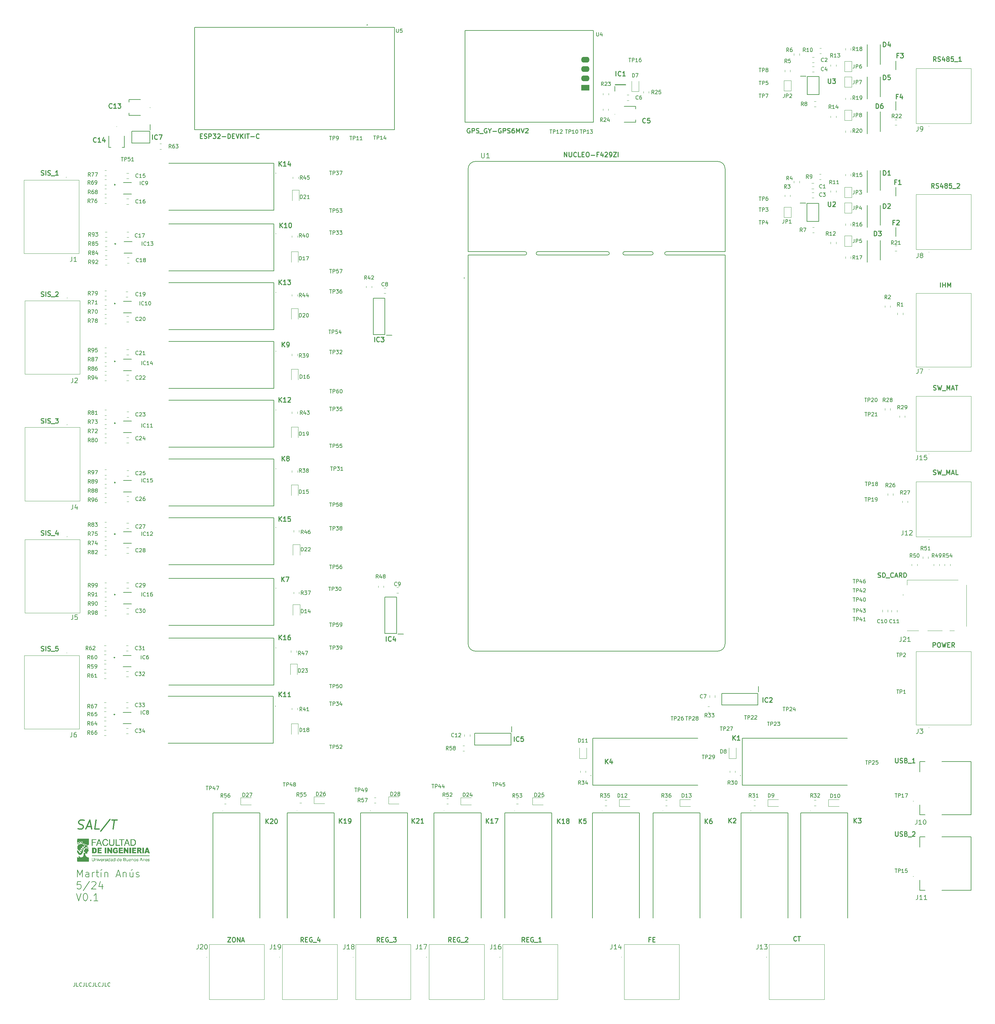
<source format=gbr>
%TF.GenerationSoftware,KiCad,Pcbnew,6.0.10-86aedd382b~118~ubuntu18.04.1*%
%TF.CreationDate,2024-06-09T22:46:35-03:00*%
%TF.ProjectId,salt,73616c74-2e6b-4696-9361-645f70636258,1.5*%
%TF.SameCoordinates,Original*%
%TF.FileFunction,Legend,Top*%
%TF.FilePolarity,Positive*%
%FSLAX46Y46*%
G04 Gerber Fmt 4.6, Leading zero omitted, Abs format (unit mm)*
G04 Created by KiCad (PCBNEW 6.0.10-86aedd382b~118~ubuntu18.04.1) date 2024-06-09 22:46:35*
%MOMM*%
%LPD*%
G01*
G04 APERTURE LIST*
%ADD10C,0.150000*%
%ADD11C,0.250000*%
%ADD12C,0.200000*%
%ADD13C,0.300000*%
%ADD14C,0.254000*%
%ADD15C,0.120000*%
%ADD16C,0.100000*%
%ADD17C,0.050000*%
%ADD18C,0.127000*%
%ADD19R,2.300000X1.600000*%
%ADD20O,2.300000X1.600000*%
G04 APERTURE END LIST*
D10*
X51073690Y-264184761D02*
X51073690Y-262184761D01*
X51740357Y-263613333D01*
X52407023Y-262184761D01*
X52407023Y-264184761D01*
X54216547Y-264184761D02*
X54216547Y-263137142D01*
X54121309Y-262946666D01*
X53930833Y-262851428D01*
X53549880Y-262851428D01*
X53359404Y-262946666D01*
X54216547Y-264089523D02*
X54026071Y-264184761D01*
X53549880Y-264184761D01*
X53359404Y-264089523D01*
X53264166Y-263899047D01*
X53264166Y-263708571D01*
X53359404Y-263518095D01*
X53549880Y-263422857D01*
X54026071Y-263422857D01*
X54216547Y-263327619D01*
X55168928Y-264184761D02*
X55168928Y-262851428D01*
X55168928Y-263232380D02*
X55264166Y-263041904D01*
X55359404Y-262946666D01*
X55549880Y-262851428D01*
X55740357Y-262851428D01*
X56121309Y-262851428D02*
X56883214Y-262851428D01*
X56407023Y-262184761D02*
X56407023Y-263899047D01*
X56502261Y-264089523D01*
X56692738Y-264184761D01*
X56883214Y-264184761D01*
X57549880Y-264184761D02*
X57549880Y-262851428D01*
X57740357Y-262089523D02*
X57454642Y-262375238D01*
X58502261Y-262851428D02*
X58502261Y-264184761D01*
X58502261Y-263041904D02*
X58597500Y-262946666D01*
X58787976Y-262851428D01*
X59073690Y-262851428D01*
X59264166Y-262946666D01*
X59359404Y-263137142D01*
X59359404Y-264184761D01*
X61740357Y-263613333D02*
X62692738Y-263613333D01*
X61549880Y-264184761D02*
X62216547Y-262184761D01*
X62883214Y-264184761D01*
X63549880Y-262851428D02*
X63549880Y-264184761D01*
X63549880Y-263041904D02*
X63645119Y-262946666D01*
X63835595Y-262851428D01*
X64121309Y-262851428D01*
X64311785Y-262946666D01*
X64407023Y-263137142D01*
X64407023Y-264184761D01*
X66216547Y-262851428D02*
X66216547Y-264184761D01*
X65359404Y-262851428D02*
X65359404Y-263899047D01*
X65454642Y-264089523D01*
X65645119Y-264184761D01*
X65930833Y-264184761D01*
X66121309Y-264089523D01*
X66216547Y-263994285D01*
X66026071Y-262089523D02*
X65740357Y-262375238D01*
X67073690Y-264089523D02*
X67264166Y-264184761D01*
X67645119Y-264184761D01*
X67835595Y-264089523D01*
X67930833Y-263899047D01*
X67930833Y-263803809D01*
X67835595Y-263613333D01*
X67645119Y-263518095D01*
X67359404Y-263518095D01*
X67168928Y-263422857D01*
X67073690Y-263232380D01*
X67073690Y-263137142D01*
X67168928Y-262946666D01*
X67359404Y-262851428D01*
X67645119Y-262851428D01*
X67835595Y-262946666D01*
X52026071Y-265404761D02*
X51073690Y-265404761D01*
X50978452Y-266357142D01*
X51073690Y-266261904D01*
X51264166Y-266166666D01*
X51740357Y-266166666D01*
X51930833Y-266261904D01*
X52026071Y-266357142D01*
X52121309Y-266547619D01*
X52121309Y-267023809D01*
X52026071Y-267214285D01*
X51930833Y-267309523D01*
X51740357Y-267404761D01*
X51264166Y-267404761D01*
X51073690Y-267309523D01*
X50978452Y-267214285D01*
X54407023Y-265309523D02*
X52692738Y-267880952D01*
X54978452Y-265595238D02*
X55073690Y-265500000D01*
X55264166Y-265404761D01*
X55740357Y-265404761D01*
X55930833Y-265500000D01*
X56026071Y-265595238D01*
X56121309Y-265785714D01*
X56121309Y-265976190D01*
X56026071Y-266261904D01*
X54883214Y-267404761D01*
X56121309Y-267404761D01*
X57835595Y-266071428D02*
X57835595Y-267404761D01*
X57359404Y-265309523D02*
X56883214Y-266738095D01*
X58121309Y-266738095D01*
X50787976Y-268624761D02*
X51454642Y-270624761D01*
X52121309Y-268624761D01*
X53168928Y-268624761D02*
X53359404Y-268624761D01*
X53549880Y-268720000D01*
X53645119Y-268815238D01*
X53740357Y-269005714D01*
X53835595Y-269386666D01*
X53835595Y-269862857D01*
X53740357Y-270243809D01*
X53645119Y-270434285D01*
X53549880Y-270529523D01*
X53359404Y-270624761D01*
X53168928Y-270624761D01*
X52978452Y-270529523D01*
X52883214Y-270434285D01*
X52787976Y-270243809D01*
X52692738Y-269862857D01*
X52692738Y-269386666D01*
X52787976Y-269005714D01*
X52883214Y-268815238D01*
X52978452Y-268720000D01*
X53168928Y-268624761D01*
X54692738Y-270434285D02*
X54787976Y-270529523D01*
X54692738Y-270624761D01*
X54597500Y-270529523D01*
X54692738Y-270434285D01*
X54692738Y-270624761D01*
X56692738Y-270624761D02*
X55549880Y-270624761D01*
X56121309Y-270624761D02*
X56121309Y-268624761D01*
X55930833Y-268910476D01*
X55740357Y-269100952D01*
X55549880Y-269196190D01*
D11*
X284434523Y-76565476D02*
X284017857Y-75970238D01*
X283720238Y-76565476D02*
X283720238Y-75315476D01*
X284196428Y-75315476D01*
X284315476Y-75375000D01*
X284375000Y-75434523D01*
X284434523Y-75553571D01*
X284434523Y-75732142D01*
X284375000Y-75851190D01*
X284315476Y-75910714D01*
X284196428Y-75970238D01*
X283720238Y-75970238D01*
X284910714Y-76505952D02*
X285089285Y-76565476D01*
X285386904Y-76565476D01*
X285505952Y-76505952D01*
X285565476Y-76446428D01*
X285625000Y-76327380D01*
X285625000Y-76208333D01*
X285565476Y-76089285D01*
X285505952Y-76029761D01*
X285386904Y-75970238D01*
X285148809Y-75910714D01*
X285029761Y-75851190D01*
X284970238Y-75791666D01*
X284910714Y-75672619D01*
X284910714Y-75553571D01*
X284970238Y-75434523D01*
X285029761Y-75375000D01*
X285148809Y-75315476D01*
X285446428Y-75315476D01*
X285625000Y-75375000D01*
X286696428Y-75732142D02*
X286696428Y-76565476D01*
X286398809Y-75255952D02*
X286101190Y-76148809D01*
X286875000Y-76148809D01*
X287529761Y-75851190D02*
X287410714Y-75791666D01*
X287351190Y-75732142D01*
X287291666Y-75613095D01*
X287291666Y-75553571D01*
X287351190Y-75434523D01*
X287410714Y-75375000D01*
X287529761Y-75315476D01*
X287767857Y-75315476D01*
X287886904Y-75375000D01*
X287946428Y-75434523D01*
X288005952Y-75553571D01*
X288005952Y-75613095D01*
X287946428Y-75732142D01*
X287886904Y-75791666D01*
X287767857Y-75851190D01*
X287529761Y-75851190D01*
X287410714Y-75910714D01*
X287351190Y-75970238D01*
X287291666Y-76089285D01*
X287291666Y-76327380D01*
X287351190Y-76446428D01*
X287410714Y-76505952D01*
X287529761Y-76565476D01*
X287767857Y-76565476D01*
X287886904Y-76505952D01*
X287946428Y-76446428D01*
X288005952Y-76327380D01*
X288005952Y-76089285D01*
X287946428Y-75970238D01*
X287886904Y-75910714D01*
X287767857Y-75851190D01*
X289136904Y-75315476D02*
X288541666Y-75315476D01*
X288482142Y-75910714D01*
X288541666Y-75851190D01*
X288660714Y-75791666D01*
X288958333Y-75791666D01*
X289077380Y-75851190D01*
X289136904Y-75910714D01*
X289196428Y-76029761D01*
X289196428Y-76327380D01*
X289136904Y-76446428D01*
X289077380Y-76505952D01*
X288958333Y-76565476D01*
X288660714Y-76565476D01*
X288541666Y-76505952D01*
X288482142Y-76446428D01*
X289434523Y-76684523D02*
X290386904Y-76684523D01*
X290625000Y-75434523D02*
X290684523Y-75375000D01*
X290803571Y-75315476D01*
X291101190Y-75315476D01*
X291220238Y-75375000D01*
X291279761Y-75434523D01*
X291339285Y-75553571D01*
X291339285Y-75672619D01*
X291279761Y-75851190D01*
X290565476Y-76565476D01*
X291339285Y-76565476D01*
X284226190Y-131505952D02*
X284404761Y-131565476D01*
X284702380Y-131565476D01*
X284821428Y-131505952D01*
X284880952Y-131446428D01*
X284940476Y-131327380D01*
X284940476Y-131208333D01*
X284880952Y-131089285D01*
X284821428Y-131029761D01*
X284702380Y-130970238D01*
X284464285Y-130910714D01*
X284345238Y-130851190D01*
X284285714Y-130791666D01*
X284226190Y-130672619D01*
X284226190Y-130553571D01*
X284285714Y-130434523D01*
X284345238Y-130375000D01*
X284464285Y-130315476D01*
X284761904Y-130315476D01*
X284940476Y-130375000D01*
X285357142Y-130315476D02*
X285654761Y-131565476D01*
X285892857Y-130672619D01*
X286130952Y-131565476D01*
X286428571Y-130315476D01*
X286607142Y-131684523D02*
X287559523Y-131684523D01*
X287857142Y-131565476D02*
X287857142Y-130315476D01*
X288273809Y-131208333D01*
X288690476Y-130315476D01*
X288690476Y-131565476D01*
X289226190Y-131208333D02*
X289821428Y-131208333D01*
X289107142Y-131565476D02*
X289523809Y-130315476D01*
X289940476Y-131565476D01*
X290178571Y-130315476D02*
X290892857Y-130315476D01*
X290535714Y-131565476D02*
X290535714Y-130315476D01*
X84523809Y-62410714D02*
X84940476Y-62410714D01*
X85119047Y-63065476D02*
X84523809Y-63065476D01*
X84523809Y-61815476D01*
X85119047Y-61815476D01*
X85595238Y-63005952D02*
X85773809Y-63065476D01*
X86071428Y-63065476D01*
X86190476Y-63005952D01*
X86250000Y-62946428D01*
X86309523Y-62827380D01*
X86309523Y-62708333D01*
X86250000Y-62589285D01*
X86190476Y-62529761D01*
X86071428Y-62470238D01*
X85833333Y-62410714D01*
X85714285Y-62351190D01*
X85654761Y-62291666D01*
X85595238Y-62172619D01*
X85595238Y-62053571D01*
X85654761Y-61934523D01*
X85714285Y-61875000D01*
X85833333Y-61815476D01*
X86130952Y-61815476D01*
X86309523Y-61875000D01*
X86845238Y-63065476D02*
X86845238Y-61815476D01*
X87321428Y-61815476D01*
X87440476Y-61875000D01*
X87500000Y-61934523D01*
X87559523Y-62053571D01*
X87559523Y-62232142D01*
X87500000Y-62351190D01*
X87440476Y-62410714D01*
X87321428Y-62470238D01*
X86845238Y-62470238D01*
X87976190Y-61815476D02*
X88750000Y-61815476D01*
X88333333Y-62291666D01*
X88511904Y-62291666D01*
X88630952Y-62351190D01*
X88690476Y-62410714D01*
X88750000Y-62529761D01*
X88750000Y-62827380D01*
X88690476Y-62946428D01*
X88630952Y-63005952D01*
X88511904Y-63065476D01*
X88154761Y-63065476D01*
X88035714Y-63005952D01*
X87976190Y-62946428D01*
X89226190Y-61934523D02*
X89285714Y-61875000D01*
X89404761Y-61815476D01*
X89702380Y-61815476D01*
X89821428Y-61875000D01*
X89880952Y-61934523D01*
X89940476Y-62053571D01*
X89940476Y-62172619D01*
X89880952Y-62351190D01*
X89166666Y-63065476D01*
X89940476Y-63065476D01*
X90476190Y-62589285D02*
X91428571Y-62589285D01*
X92023809Y-63065476D02*
X92023809Y-61815476D01*
X92321428Y-61815476D01*
X92500000Y-61875000D01*
X92619047Y-61994047D01*
X92678571Y-62113095D01*
X92738095Y-62351190D01*
X92738095Y-62529761D01*
X92678571Y-62767857D01*
X92619047Y-62886904D01*
X92500000Y-63005952D01*
X92321428Y-63065476D01*
X92023809Y-63065476D01*
X93273809Y-62410714D02*
X93690476Y-62410714D01*
X93869047Y-63065476D02*
X93273809Y-63065476D01*
X93273809Y-61815476D01*
X93869047Y-61815476D01*
X94226190Y-61815476D02*
X94642857Y-63065476D01*
X95059523Y-61815476D01*
X95476190Y-63065476D02*
X95476190Y-61815476D01*
X96190476Y-63065476D02*
X95654761Y-62351190D01*
X96190476Y-61815476D02*
X95476190Y-62529761D01*
X96726190Y-63065476D02*
X96726190Y-61815476D01*
X97142857Y-61815476D02*
X97857142Y-61815476D01*
X97500000Y-63065476D02*
X97500000Y-61815476D01*
X98273809Y-62589285D02*
X99226190Y-62589285D01*
X100535714Y-62946428D02*
X100476190Y-63005952D01*
X100297619Y-63065476D01*
X100178571Y-63065476D01*
X100000000Y-63005952D01*
X99880952Y-62886904D01*
X99821428Y-62767857D01*
X99761904Y-62529761D01*
X99761904Y-62351190D01*
X99821428Y-62113095D01*
X99880952Y-61994047D01*
X100000000Y-61875000D01*
X100178571Y-61815476D01*
X100297619Y-61815476D01*
X100476190Y-61875000D01*
X100535714Y-61934523D01*
X152875000Y-281815476D02*
X152458333Y-281220238D01*
X152160714Y-281815476D02*
X152160714Y-280565476D01*
X152636904Y-280565476D01*
X152755952Y-280625000D01*
X152815476Y-280684523D01*
X152875000Y-280803571D01*
X152875000Y-280982142D01*
X152815476Y-281101190D01*
X152755952Y-281160714D01*
X152636904Y-281220238D01*
X152160714Y-281220238D01*
X153410714Y-281160714D02*
X153827380Y-281160714D01*
X154005952Y-281815476D02*
X153410714Y-281815476D01*
X153410714Y-280565476D01*
X154005952Y-280565476D01*
X155196428Y-280625000D02*
X155077380Y-280565476D01*
X154898809Y-280565476D01*
X154720238Y-280625000D01*
X154601190Y-280744047D01*
X154541666Y-280863095D01*
X154482142Y-281101190D01*
X154482142Y-281279761D01*
X154541666Y-281517857D01*
X154601190Y-281636904D01*
X154720238Y-281755952D01*
X154898809Y-281815476D01*
X155017857Y-281815476D01*
X155196428Y-281755952D01*
X155255952Y-281696428D01*
X155255952Y-281279761D01*
X155017857Y-281279761D01*
X155494047Y-281934523D02*
X156446428Y-281934523D01*
X156684523Y-280684523D02*
X156744047Y-280625000D01*
X156863095Y-280565476D01*
X157160714Y-280565476D01*
X157279761Y-280625000D01*
X157339285Y-280684523D01*
X157398809Y-280803571D01*
X157398809Y-280922619D01*
X157339285Y-281101190D01*
X156625000Y-281815476D01*
X157398809Y-281815476D01*
X284934523Y-42065476D02*
X284517857Y-41470238D01*
X284220238Y-42065476D02*
X284220238Y-40815476D01*
X284696428Y-40815476D01*
X284815476Y-40875000D01*
X284875000Y-40934523D01*
X284934523Y-41053571D01*
X284934523Y-41232142D01*
X284875000Y-41351190D01*
X284815476Y-41410714D01*
X284696428Y-41470238D01*
X284220238Y-41470238D01*
X285410714Y-42005952D02*
X285589285Y-42065476D01*
X285886904Y-42065476D01*
X286005952Y-42005952D01*
X286065476Y-41946428D01*
X286125000Y-41827380D01*
X286125000Y-41708333D01*
X286065476Y-41589285D01*
X286005952Y-41529761D01*
X285886904Y-41470238D01*
X285648809Y-41410714D01*
X285529761Y-41351190D01*
X285470238Y-41291666D01*
X285410714Y-41172619D01*
X285410714Y-41053571D01*
X285470238Y-40934523D01*
X285529761Y-40875000D01*
X285648809Y-40815476D01*
X285946428Y-40815476D01*
X286125000Y-40875000D01*
X287196428Y-41232142D02*
X287196428Y-42065476D01*
X286898809Y-40755952D02*
X286601190Y-41648809D01*
X287375000Y-41648809D01*
X288029761Y-41351190D02*
X287910714Y-41291666D01*
X287851190Y-41232142D01*
X287791666Y-41113095D01*
X287791666Y-41053571D01*
X287851190Y-40934523D01*
X287910714Y-40875000D01*
X288029761Y-40815476D01*
X288267857Y-40815476D01*
X288386904Y-40875000D01*
X288446428Y-40934523D01*
X288505952Y-41053571D01*
X288505952Y-41113095D01*
X288446428Y-41232142D01*
X288386904Y-41291666D01*
X288267857Y-41351190D01*
X288029761Y-41351190D01*
X287910714Y-41410714D01*
X287851190Y-41470238D01*
X287791666Y-41589285D01*
X287791666Y-41827380D01*
X287851190Y-41946428D01*
X287910714Y-42005952D01*
X288029761Y-42065476D01*
X288267857Y-42065476D01*
X288386904Y-42005952D01*
X288446428Y-41946428D01*
X288505952Y-41827380D01*
X288505952Y-41589285D01*
X288446428Y-41470238D01*
X288386904Y-41410714D01*
X288267857Y-41351190D01*
X289636904Y-40815476D02*
X289041666Y-40815476D01*
X288982142Y-41410714D01*
X289041666Y-41351190D01*
X289160714Y-41291666D01*
X289458333Y-41291666D01*
X289577380Y-41351190D01*
X289636904Y-41410714D01*
X289696428Y-41529761D01*
X289696428Y-41827380D01*
X289636904Y-41946428D01*
X289577380Y-42005952D01*
X289458333Y-42065476D01*
X289160714Y-42065476D01*
X289041666Y-42005952D01*
X288982142Y-41946428D01*
X289934523Y-42184523D02*
X290886904Y-42184523D01*
X291839285Y-42065476D02*
X291125000Y-42065476D01*
X291482142Y-42065476D02*
X291482142Y-40815476D01*
X291363095Y-40994047D01*
X291244047Y-41113095D01*
X291125000Y-41172619D01*
X246910714Y-281446428D02*
X246851190Y-281505952D01*
X246672619Y-281565476D01*
X246553571Y-281565476D01*
X246375000Y-281505952D01*
X246255952Y-281386904D01*
X246196428Y-281267857D01*
X246136904Y-281029761D01*
X246136904Y-280851190D01*
X246196428Y-280613095D01*
X246255952Y-280494047D01*
X246375000Y-280375000D01*
X246553571Y-280315476D01*
X246672619Y-280315476D01*
X246851190Y-280375000D01*
X246910714Y-280434523D01*
X247267857Y-280315476D02*
X247982142Y-280315476D01*
X247625000Y-281565476D02*
X247625000Y-280315476D01*
X284113095Y-201565476D02*
X284113095Y-200315476D01*
X284589285Y-200315476D01*
X284708333Y-200375000D01*
X284767857Y-200434523D01*
X284827380Y-200553571D01*
X284827380Y-200732142D01*
X284767857Y-200851190D01*
X284708333Y-200910714D01*
X284589285Y-200970238D01*
X284113095Y-200970238D01*
X285601190Y-200315476D02*
X285839285Y-200315476D01*
X285958333Y-200375000D01*
X286077380Y-200494047D01*
X286136904Y-200732142D01*
X286136904Y-201148809D01*
X286077380Y-201386904D01*
X285958333Y-201505952D01*
X285839285Y-201565476D01*
X285601190Y-201565476D01*
X285482142Y-201505952D01*
X285363095Y-201386904D01*
X285303571Y-201148809D01*
X285303571Y-200732142D01*
X285363095Y-200494047D01*
X285482142Y-200375000D01*
X285601190Y-200315476D01*
X286553571Y-200315476D02*
X286851190Y-201565476D01*
X287089285Y-200672619D01*
X287327380Y-201565476D01*
X287625000Y-200315476D01*
X288101190Y-200910714D02*
X288517857Y-200910714D01*
X288696428Y-201565476D02*
X288101190Y-201565476D01*
X288101190Y-200315476D01*
X288696428Y-200315476D01*
X289946428Y-201565476D02*
X289529761Y-200970238D01*
X289232142Y-201565476D02*
X289232142Y-200315476D01*
X289708333Y-200315476D01*
X289827380Y-200375000D01*
X289886904Y-200434523D01*
X289946428Y-200553571D01*
X289946428Y-200732142D01*
X289886904Y-200851190D01*
X289827380Y-200910714D01*
X289708333Y-200970238D01*
X289232142Y-200970238D01*
X157910714Y-60375000D02*
X157791666Y-60315476D01*
X157613095Y-60315476D01*
X157434523Y-60375000D01*
X157315476Y-60494047D01*
X157255952Y-60613095D01*
X157196428Y-60851190D01*
X157196428Y-61029761D01*
X157255952Y-61267857D01*
X157315476Y-61386904D01*
X157434523Y-61505952D01*
X157613095Y-61565476D01*
X157732142Y-61565476D01*
X157910714Y-61505952D01*
X157970238Y-61446428D01*
X157970238Y-61029761D01*
X157732142Y-61029761D01*
X158505952Y-61565476D02*
X158505952Y-60315476D01*
X158982142Y-60315476D01*
X159101190Y-60375000D01*
X159160714Y-60434523D01*
X159220238Y-60553571D01*
X159220238Y-60732142D01*
X159160714Y-60851190D01*
X159101190Y-60910714D01*
X158982142Y-60970238D01*
X158505952Y-60970238D01*
X159696428Y-61505952D02*
X159875000Y-61565476D01*
X160172619Y-61565476D01*
X160291666Y-61505952D01*
X160351190Y-61446428D01*
X160410714Y-61327380D01*
X160410714Y-61208333D01*
X160351190Y-61089285D01*
X160291666Y-61029761D01*
X160172619Y-60970238D01*
X159934523Y-60910714D01*
X159815476Y-60851190D01*
X159755952Y-60791666D01*
X159696428Y-60672619D01*
X159696428Y-60553571D01*
X159755952Y-60434523D01*
X159815476Y-60375000D01*
X159934523Y-60315476D01*
X160232142Y-60315476D01*
X160410714Y-60375000D01*
X160648809Y-61684523D02*
X161601190Y-61684523D01*
X162553571Y-60375000D02*
X162434523Y-60315476D01*
X162255952Y-60315476D01*
X162077380Y-60375000D01*
X161958333Y-60494047D01*
X161898809Y-60613095D01*
X161839285Y-60851190D01*
X161839285Y-61029761D01*
X161898809Y-61267857D01*
X161958333Y-61386904D01*
X162077380Y-61505952D01*
X162255952Y-61565476D01*
X162375000Y-61565476D01*
X162553571Y-61505952D01*
X162613095Y-61446428D01*
X162613095Y-61029761D01*
X162375000Y-61029761D01*
X163386904Y-60970238D02*
X163386904Y-61565476D01*
X162970238Y-60315476D02*
X163386904Y-60970238D01*
X163803571Y-60315476D01*
X164220238Y-61089285D02*
X165172619Y-61089285D01*
X166422619Y-60375000D02*
X166303571Y-60315476D01*
X166125000Y-60315476D01*
X165946428Y-60375000D01*
X165827380Y-60494047D01*
X165767857Y-60613095D01*
X165708333Y-60851190D01*
X165708333Y-61029761D01*
X165767857Y-61267857D01*
X165827380Y-61386904D01*
X165946428Y-61505952D01*
X166125000Y-61565476D01*
X166244047Y-61565476D01*
X166422619Y-61505952D01*
X166482142Y-61446428D01*
X166482142Y-61029761D01*
X166244047Y-61029761D01*
X167017857Y-61565476D02*
X167017857Y-60315476D01*
X167494047Y-60315476D01*
X167613095Y-60375000D01*
X167672619Y-60434523D01*
X167732142Y-60553571D01*
X167732142Y-60732142D01*
X167672619Y-60851190D01*
X167613095Y-60910714D01*
X167494047Y-60970238D01*
X167017857Y-60970238D01*
X168208333Y-61505952D02*
X168386904Y-61565476D01*
X168684523Y-61565476D01*
X168803571Y-61505952D01*
X168863095Y-61446428D01*
X168922619Y-61327380D01*
X168922619Y-61208333D01*
X168863095Y-61089285D01*
X168803571Y-61029761D01*
X168684523Y-60970238D01*
X168446428Y-60910714D01*
X168327380Y-60851190D01*
X168267857Y-60791666D01*
X168208333Y-60672619D01*
X168208333Y-60553571D01*
X168267857Y-60434523D01*
X168327380Y-60375000D01*
X168446428Y-60315476D01*
X168744047Y-60315476D01*
X168922619Y-60375000D01*
X169994047Y-60315476D02*
X169755952Y-60315476D01*
X169636904Y-60375000D01*
X169577380Y-60434523D01*
X169458333Y-60613095D01*
X169398809Y-60851190D01*
X169398809Y-61327380D01*
X169458333Y-61446428D01*
X169517857Y-61505952D01*
X169636904Y-61565476D01*
X169875000Y-61565476D01*
X169994047Y-61505952D01*
X170053571Y-61446428D01*
X170113095Y-61327380D01*
X170113095Y-61029761D01*
X170053571Y-60910714D01*
X169994047Y-60851190D01*
X169875000Y-60791666D01*
X169636904Y-60791666D01*
X169517857Y-60851190D01*
X169458333Y-60910714D01*
X169398809Y-61029761D01*
X170648809Y-61565476D02*
X170648809Y-60315476D01*
X171065476Y-61208333D01*
X171482142Y-60315476D01*
X171482142Y-61565476D01*
X171898809Y-60315476D02*
X172315476Y-61565476D01*
X172732142Y-60315476D01*
X173089285Y-60434523D02*
X173148809Y-60375000D01*
X173267857Y-60315476D01*
X173565476Y-60315476D01*
X173684523Y-60375000D01*
X173744047Y-60434523D01*
X173803571Y-60553571D01*
X173803571Y-60672619D01*
X173744047Y-60851190D01*
X173029761Y-61565476D01*
X173803571Y-61565476D01*
X41178571Y-73005952D02*
X41357142Y-73065476D01*
X41654761Y-73065476D01*
X41773809Y-73005952D01*
X41833333Y-72946428D01*
X41892857Y-72827380D01*
X41892857Y-72708333D01*
X41833333Y-72589285D01*
X41773809Y-72529761D01*
X41654761Y-72470238D01*
X41416666Y-72410714D01*
X41297619Y-72351190D01*
X41238095Y-72291666D01*
X41178571Y-72172619D01*
X41178571Y-72053571D01*
X41238095Y-71934523D01*
X41297619Y-71875000D01*
X41416666Y-71815476D01*
X41714285Y-71815476D01*
X41892857Y-71875000D01*
X42428571Y-73065476D02*
X42428571Y-71815476D01*
X42964285Y-73005952D02*
X43142857Y-73065476D01*
X43440476Y-73065476D01*
X43559523Y-73005952D01*
X43619047Y-72946428D01*
X43678571Y-72827380D01*
X43678571Y-72708333D01*
X43619047Y-72589285D01*
X43559523Y-72529761D01*
X43440476Y-72470238D01*
X43202380Y-72410714D01*
X43083333Y-72351190D01*
X43023809Y-72291666D01*
X42964285Y-72172619D01*
X42964285Y-72053571D01*
X43023809Y-71934523D01*
X43083333Y-71875000D01*
X43202380Y-71815476D01*
X43500000Y-71815476D01*
X43678571Y-71875000D01*
X43916666Y-73184523D02*
X44869047Y-73184523D01*
X45821428Y-73065476D02*
X45107142Y-73065476D01*
X45464285Y-73065476D02*
X45464285Y-71815476D01*
X45345238Y-71994047D01*
X45226190Y-72113095D01*
X45107142Y-72172619D01*
X91988095Y-280565476D02*
X92821428Y-280565476D01*
X91988095Y-281815476D01*
X92821428Y-281815476D01*
X93535714Y-280565476D02*
X93773809Y-280565476D01*
X93892857Y-280625000D01*
X94011904Y-280744047D01*
X94071428Y-280982142D01*
X94071428Y-281398809D01*
X94011904Y-281636904D01*
X93892857Y-281755952D01*
X93773809Y-281815476D01*
X93535714Y-281815476D01*
X93416666Y-281755952D01*
X93297619Y-281636904D01*
X93238095Y-281398809D01*
X93238095Y-280982142D01*
X93297619Y-280744047D01*
X93416666Y-280625000D01*
X93535714Y-280565476D01*
X94607142Y-281815476D02*
X94607142Y-280565476D01*
X95321428Y-281815476D01*
X95321428Y-280565476D01*
X95857142Y-281458333D02*
X96452380Y-281458333D01*
X95738095Y-281815476D02*
X96154761Y-280565476D01*
X96571428Y-281815476D01*
X133375000Y-281815476D02*
X132958333Y-281220238D01*
X132660714Y-281815476D02*
X132660714Y-280565476D01*
X133136904Y-280565476D01*
X133255952Y-280625000D01*
X133315476Y-280684523D01*
X133375000Y-280803571D01*
X133375000Y-280982142D01*
X133315476Y-281101190D01*
X133255952Y-281160714D01*
X133136904Y-281220238D01*
X132660714Y-281220238D01*
X133910714Y-281160714D02*
X134327380Y-281160714D01*
X134505952Y-281815476D02*
X133910714Y-281815476D01*
X133910714Y-280565476D01*
X134505952Y-280565476D01*
X135696428Y-280625000D02*
X135577380Y-280565476D01*
X135398809Y-280565476D01*
X135220238Y-280625000D01*
X135101190Y-280744047D01*
X135041666Y-280863095D01*
X134982142Y-281101190D01*
X134982142Y-281279761D01*
X135041666Y-281517857D01*
X135101190Y-281636904D01*
X135220238Y-281755952D01*
X135398809Y-281815476D01*
X135517857Y-281815476D01*
X135696428Y-281755952D01*
X135755952Y-281696428D01*
X135755952Y-281279761D01*
X135517857Y-281279761D01*
X135994047Y-281934523D02*
X136946428Y-281934523D01*
X137125000Y-280565476D02*
X137898809Y-280565476D01*
X137482142Y-281041666D01*
X137660714Y-281041666D01*
X137779761Y-281101190D01*
X137839285Y-281160714D01*
X137898809Y-281279761D01*
X137898809Y-281577380D01*
X137839285Y-281696428D01*
X137779761Y-281755952D01*
X137660714Y-281815476D01*
X137303571Y-281815476D01*
X137184523Y-281755952D01*
X137125000Y-281696428D01*
X41178571Y-202505952D02*
X41357142Y-202565476D01*
X41654761Y-202565476D01*
X41773809Y-202505952D01*
X41833333Y-202446428D01*
X41892857Y-202327380D01*
X41892857Y-202208333D01*
X41833333Y-202089285D01*
X41773809Y-202029761D01*
X41654761Y-201970238D01*
X41416666Y-201910714D01*
X41297619Y-201851190D01*
X41238095Y-201791666D01*
X41178571Y-201672619D01*
X41178571Y-201553571D01*
X41238095Y-201434523D01*
X41297619Y-201375000D01*
X41416666Y-201315476D01*
X41714285Y-201315476D01*
X41892857Y-201375000D01*
X42428571Y-202565476D02*
X42428571Y-201315476D01*
X42964285Y-202505952D02*
X43142857Y-202565476D01*
X43440476Y-202565476D01*
X43559523Y-202505952D01*
X43619047Y-202446428D01*
X43678571Y-202327380D01*
X43678571Y-202208333D01*
X43619047Y-202089285D01*
X43559523Y-202029761D01*
X43440476Y-201970238D01*
X43202380Y-201910714D01*
X43083333Y-201851190D01*
X43023809Y-201791666D01*
X42964285Y-201672619D01*
X42964285Y-201553571D01*
X43023809Y-201434523D01*
X43083333Y-201375000D01*
X43202380Y-201315476D01*
X43500000Y-201315476D01*
X43678571Y-201375000D01*
X43916666Y-202684523D02*
X44869047Y-202684523D01*
X45761904Y-201315476D02*
X45166666Y-201315476D01*
X45107142Y-201910714D01*
X45166666Y-201851190D01*
X45285714Y-201791666D01*
X45583333Y-201791666D01*
X45702380Y-201851190D01*
X45761904Y-201910714D01*
X45821428Y-202029761D01*
X45821428Y-202327380D01*
X45761904Y-202446428D01*
X45702380Y-202505952D01*
X45583333Y-202565476D01*
X45285714Y-202565476D01*
X45166666Y-202505952D01*
X45107142Y-202446428D01*
X269130952Y-182505952D02*
X269309523Y-182565476D01*
X269607142Y-182565476D01*
X269726190Y-182505952D01*
X269785714Y-182446428D01*
X269845238Y-182327380D01*
X269845238Y-182208333D01*
X269785714Y-182089285D01*
X269726190Y-182029761D01*
X269607142Y-181970238D01*
X269369047Y-181910714D01*
X269250000Y-181851190D01*
X269190476Y-181791666D01*
X269130952Y-181672619D01*
X269130952Y-181553571D01*
X269190476Y-181434523D01*
X269250000Y-181375000D01*
X269369047Y-181315476D01*
X269666666Y-181315476D01*
X269845238Y-181375000D01*
X270380952Y-182565476D02*
X270380952Y-181315476D01*
X270678571Y-181315476D01*
X270857142Y-181375000D01*
X270976190Y-181494047D01*
X271035714Y-181613095D01*
X271095238Y-181851190D01*
X271095238Y-182029761D01*
X271035714Y-182267857D01*
X270976190Y-182386904D01*
X270857142Y-182505952D01*
X270678571Y-182565476D01*
X270380952Y-182565476D01*
X271333333Y-182684523D02*
X272285714Y-182684523D01*
X273297619Y-182446428D02*
X273238095Y-182505952D01*
X273059523Y-182565476D01*
X272940476Y-182565476D01*
X272761904Y-182505952D01*
X272642857Y-182386904D01*
X272583333Y-182267857D01*
X272523809Y-182029761D01*
X272523809Y-181851190D01*
X272583333Y-181613095D01*
X272642857Y-181494047D01*
X272761904Y-181375000D01*
X272940476Y-181315476D01*
X273059523Y-181315476D01*
X273238095Y-181375000D01*
X273297619Y-181434523D01*
X273773809Y-182208333D02*
X274369047Y-182208333D01*
X273654761Y-182565476D02*
X274071428Y-181315476D01*
X274488095Y-182565476D01*
X275619047Y-182565476D02*
X275202380Y-181970238D01*
X274904761Y-182565476D02*
X274904761Y-181315476D01*
X275380952Y-181315476D01*
X275500000Y-181375000D01*
X275559523Y-181434523D01*
X275619047Y-181553571D01*
X275619047Y-181732142D01*
X275559523Y-181851190D01*
X275500000Y-181910714D01*
X275380952Y-181970238D01*
X274904761Y-181970238D01*
X276154761Y-182565476D02*
X276154761Y-181315476D01*
X276452380Y-181315476D01*
X276630952Y-181375000D01*
X276750000Y-181494047D01*
X276809523Y-181613095D01*
X276869047Y-181851190D01*
X276869047Y-182029761D01*
X276809523Y-182267857D01*
X276750000Y-182386904D01*
X276630952Y-182505952D01*
X276452380Y-182565476D01*
X276154761Y-182565476D01*
D12*
X50380952Y-292952380D02*
X50380952Y-293666666D01*
X50333333Y-293809523D01*
X50238095Y-293904761D01*
X50095238Y-293952380D01*
X50000000Y-293952380D01*
X51333333Y-293952380D02*
X50857142Y-293952380D01*
X50857142Y-292952380D01*
X52238095Y-293857142D02*
X52190476Y-293904761D01*
X52047619Y-293952380D01*
X51952380Y-293952380D01*
X51809523Y-293904761D01*
X51714285Y-293809523D01*
X51666666Y-293714285D01*
X51619047Y-293523809D01*
X51619047Y-293380952D01*
X51666666Y-293190476D01*
X51714285Y-293095238D01*
X51809523Y-293000000D01*
X51952380Y-292952380D01*
X52047619Y-292952380D01*
X52190476Y-293000000D01*
X52238095Y-293047619D01*
X52952380Y-292952380D02*
X52952380Y-293666666D01*
X52904761Y-293809523D01*
X52809523Y-293904761D01*
X52666666Y-293952380D01*
X52571428Y-293952380D01*
X53904761Y-293952380D02*
X53428571Y-293952380D01*
X53428571Y-292952380D01*
X54809523Y-293857142D02*
X54761904Y-293904761D01*
X54619047Y-293952380D01*
X54523809Y-293952380D01*
X54380952Y-293904761D01*
X54285714Y-293809523D01*
X54238095Y-293714285D01*
X54190476Y-293523809D01*
X54190476Y-293380952D01*
X54238095Y-293190476D01*
X54285714Y-293095238D01*
X54380952Y-293000000D01*
X54523809Y-292952380D01*
X54619047Y-292952380D01*
X54761904Y-293000000D01*
X54809523Y-293047619D01*
X55523809Y-292952380D02*
X55523809Y-293666666D01*
X55476190Y-293809523D01*
X55380952Y-293904761D01*
X55238095Y-293952380D01*
X55142857Y-293952380D01*
X56476190Y-293952380D02*
X56000000Y-293952380D01*
X56000000Y-292952380D01*
X57380952Y-293857142D02*
X57333333Y-293904761D01*
X57190476Y-293952380D01*
X57095238Y-293952380D01*
X56952380Y-293904761D01*
X56857142Y-293809523D01*
X56809523Y-293714285D01*
X56761904Y-293523809D01*
X56761904Y-293380952D01*
X56809523Y-293190476D01*
X56857142Y-293095238D01*
X56952380Y-293000000D01*
X57095238Y-292952380D01*
X57190476Y-292952380D01*
X57333333Y-293000000D01*
X57380952Y-293047619D01*
X58095238Y-292952380D02*
X58095238Y-293666666D01*
X58047619Y-293809523D01*
X57952380Y-293904761D01*
X57809523Y-293952380D01*
X57714285Y-293952380D01*
X59047619Y-293952380D02*
X58571428Y-293952380D01*
X58571428Y-292952380D01*
X59952380Y-293857142D02*
X59904761Y-293904761D01*
X59761904Y-293952380D01*
X59666666Y-293952380D01*
X59523809Y-293904761D01*
X59428571Y-293809523D01*
X59380952Y-293714285D01*
X59333333Y-293523809D01*
X59333333Y-293380952D01*
X59380952Y-293190476D01*
X59428571Y-293095238D01*
X59523809Y-293000000D01*
X59666666Y-292952380D01*
X59761904Y-292952380D01*
X59904761Y-293000000D01*
X59952380Y-293047619D01*
D13*
X51218675Y-251011904D02*
X51560937Y-251130952D01*
X52156175Y-251130952D01*
X52409151Y-251011904D01*
X52543080Y-250892857D01*
X52691889Y-250654761D01*
X52721651Y-250416666D01*
X52632366Y-250178571D01*
X52528199Y-250059523D01*
X52304985Y-249940476D01*
X51843675Y-249821428D01*
X51620461Y-249702380D01*
X51516294Y-249583333D01*
X51427008Y-249345238D01*
X51456770Y-249107142D01*
X51605580Y-248869047D01*
X51739508Y-248750000D01*
X51992485Y-248630952D01*
X52587723Y-248630952D01*
X52929985Y-248750000D01*
X53674032Y-250416666D02*
X54864508Y-250416666D01*
X53346651Y-251130952D02*
X54492485Y-248630952D01*
X55013318Y-251130952D01*
X57037127Y-251130952D02*
X55846651Y-251130952D01*
X56159151Y-248630952D01*
X59983556Y-248511904D02*
X57438913Y-251726190D01*
X60444866Y-248630952D02*
X61873437Y-248630952D01*
X60846651Y-251130952D02*
X61159151Y-248630952D01*
D11*
X286130952Y-103565476D02*
X286130952Y-102315476D01*
X286726190Y-103565476D02*
X286726190Y-102315476D01*
X286726190Y-102910714D02*
X287440476Y-102910714D01*
X287440476Y-103565476D02*
X287440476Y-102315476D01*
X288035714Y-103565476D02*
X288035714Y-102315476D01*
X288452380Y-103208333D01*
X288869047Y-102315476D01*
X288869047Y-103565476D01*
X41178571Y-171005952D02*
X41357142Y-171065476D01*
X41654761Y-171065476D01*
X41773809Y-171005952D01*
X41833333Y-170946428D01*
X41892857Y-170827380D01*
X41892857Y-170708333D01*
X41833333Y-170589285D01*
X41773809Y-170529761D01*
X41654761Y-170470238D01*
X41416666Y-170410714D01*
X41297619Y-170351190D01*
X41238095Y-170291666D01*
X41178571Y-170172619D01*
X41178571Y-170053571D01*
X41238095Y-169934523D01*
X41297619Y-169875000D01*
X41416666Y-169815476D01*
X41714285Y-169815476D01*
X41892857Y-169875000D01*
X42428571Y-171065476D02*
X42428571Y-169815476D01*
X42964285Y-171005952D02*
X43142857Y-171065476D01*
X43440476Y-171065476D01*
X43559523Y-171005952D01*
X43619047Y-170946428D01*
X43678571Y-170827380D01*
X43678571Y-170708333D01*
X43619047Y-170589285D01*
X43559523Y-170529761D01*
X43440476Y-170470238D01*
X43202380Y-170410714D01*
X43083333Y-170351190D01*
X43023809Y-170291666D01*
X42964285Y-170172619D01*
X42964285Y-170053571D01*
X43023809Y-169934523D01*
X43083333Y-169875000D01*
X43202380Y-169815476D01*
X43500000Y-169815476D01*
X43678571Y-169875000D01*
X43916666Y-171184523D02*
X44869047Y-171184523D01*
X45702380Y-170232142D02*
X45702380Y-171065476D01*
X45404761Y-169755952D02*
X45107142Y-170648809D01*
X45880952Y-170648809D01*
X284196428Y-154505952D02*
X284375000Y-154565476D01*
X284672619Y-154565476D01*
X284791666Y-154505952D01*
X284851190Y-154446428D01*
X284910714Y-154327380D01*
X284910714Y-154208333D01*
X284851190Y-154089285D01*
X284791666Y-154029761D01*
X284672619Y-153970238D01*
X284434523Y-153910714D01*
X284315476Y-153851190D01*
X284255952Y-153791666D01*
X284196428Y-153672619D01*
X284196428Y-153553571D01*
X284255952Y-153434523D01*
X284315476Y-153375000D01*
X284434523Y-153315476D01*
X284732142Y-153315476D01*
X284910714Y-153375000D01*
X285327380Y-153315476D02*
X285625000Y-154565476D01*
X285863095Y-153672619D01*
X286101190Y-154565476D01*
X286398809Y-153315476D01*
X286577380Y-154684523D02*
X287529761Y-154684523D01*
X287827380Y-154565476D02*
X287827380Y-153315476D01*
X288244047Y-154208333D01*
X288660714Y-153315476D01*
X288660714Y-154565476D01*
X289196428Y-154208333D02*
X289791666Y-154208333D01*
X289077380Y-154565476D02*
X289494047Y-153315476D01*
X289910714Y-154565476D01*
X290922619Y-154565476D02*
X290327380Y-154565476D01*
X290327380Y-153315476D01*
X273851190Y-251815476D02*
X273851190Y-252827380D01*
X273910714Y-252946428D01*
X273970238Y-253005952D01*
X274089285Y-253065476D01*
X274327380Y-253065476D01*
X274446428Y-253005952D01*
X274505952Y-252946428D01*
X274565476Y-252827380D01*
X274565476Y-251815476D01*
X275101190Y-253005952D02*
X275279761Y-253065476D01*
X275577380Y-253065476D01*
X275696428Y-253005952D01*
X275755952Y-252946428D01*
X275815476Y-252827380D01*
X275815476Y-252708333D01*
X275755952Y-252589285D01*
X275696428Y-252529761D01*
X275577380Y-252470238D01*
X275339285Y-252410714D01*
X275220238Y-252351190D01*
X275160714Y-252291666D01*
X275101190Y-252172619D01*
X275101190Y-252053571D01*
X275160714Y-251934523D01*
X275220238Y-251875000D01*
X275339285Y-251815476D01*
X275636904Y-251815476D01*
X275815476Y-251875000D01*
X276767857Y-252410714D02*
X276946428Y-252470238D01*
X277005952Y-252529761D01*
X277065476Y-252648809D01*
X277065476Y-252827380D01*
X277005952Y-252946428D01*
X276946428Y-253005952D01*
X276827380Y-253065476D01*
X276351190Y-253065476D01*
X276351190Y-251815476D01*
X276767857Y-251815476D01*
X276886904Y-251875000D01*
X276946428Y-251934523D01*
X277005952Y-252053571D01*
X277005952Y-252172619D01*
X276946428Y-252291666D01*
X276886904Y-252351190D01*
X276767857Y-252410714D01*
X276351190Y-252410714D01*
X277303571Y-253184523D02*
X278255952Y-253184523D01*
X278494047Y-251934523D02*
X278553571Y-251875000D01*
X278672619Y-251815476D01*
X278970238Y-251815476D01*
X279089285Y-251875000D01*
X279148809Y-251934523D01*
X279208333Y-252053571D01*
X279208333Y-252172619D01*
X279148809Y-252351190D01*
X278434523Y-253065476D01*
X279208333Y-253065476D01*
X207113095Y-281160714D02*
X206696428Y-281160714D01*
X206696428Y-281815476D02*
X206696428Y-280565476D01*
X207291666Y-280565476D01*
X207767857Y-281160714D02*
X208184523Y-281160714D01*
X208363095Y-281815476D02*
X207767857Y-281815476D01*
X207767857Y-280565476D01*
X208363095Y-280565476D01*
X172875000Y-281815476D02*
X172458333Y-281220238D01*
X172160714Y-281815476D02*
X172160714Y-280565476D01*
X172636904Y-280565476D01*
X172755952Y-280625000D01*
X172815476Y-280684523D01*
X172875000Y-280803571D01*
X172875000Y-280982142D01*
X172815476Y-281101190D01*
X172755952Y-281160714D01*
X172636904Y-281220238D01*
X172160714Y-281220238D01*
X173410714Y-281160714D02*
X173827380Y-281160714D01*
X174005952Y-281815476D02*
X173410714Y-281815476D01*
X173410714Y-280565476D01*
X174005952Y-280565476D01*
X175196428Y-280625000D02*
X175077380Y-280565476D01*
X174898809Y-280565476D01*
X174720238Y-280625000D01*
X174601190Y-280744047D01*
X174541666Y-280863095D01*
X174482142Y-281101190D01*
X174482142Y-281279761D01*
X174541666Y-281517857D01*
X174601190Y-281636904D01*
X174720238Y-281755952D01*
X174898809Y-281815476D01*
X175017857Y-281815476D01*
X175196428Y-281755952D01*
X175255952Y-281696428D01*
X175255952Y-281279761D01*
X175017857Y-281279761D01*
X175494047Y-281934523D02*
X176446428Y-281934523D01*
X177398809Y-281815476D02*
X176684523Y-281815476D01*
X177041666Y-281815476D02*
X177041666Y-280565476D01*
X176922619Y-280744047D01*
X176803571Y-280863095D01*
X176684523Y-280922619D01*
X183648809Y-68065476D02*
X183648809Y-66815476D01*
X184363095Y-68065476D01*
X184363095Y-66815476D01*
X184958333Y-66815476D02*
X184958333Y-67827380D01*
X185017857Y-67946428D01*
X185077380Y-68005952D01*
X185196428Y-68065476D01*
X185434523Y-68065476D01*
X185553571Y-68005952D01*
X185613095Y-67946428D01*
X185672619Y-67827380D01*
X185672619Y-66815476D01*
X186982142Y-67946428D02*
X186922619Y-68005952D01*
X186744047Y-68065476D01*
X186625000Y-68065476D01*
X186446428Y-68005952D01*
X186327380Y-67886904D01*
X186267857Y-67767857D01*
X186208333Y-67529761D01*
X186208333Y-67351190D01*
X186267857Y-67113095D01*
X186327380Y-66994047D01*
X186446428Y-66875000D01*
X186625000Y-66815476D01*
X186744047Y-66815476D01*
X186922619Y-66875000D01*
X186982142Y-66934523D01*
X188113095Y-68065476D02*
X187517857Y-68065476D01*
X187517857Y-66815476D01*
X188529761Y-67410714D02*
X188946428Y-67410714D01*
X189125000Y-68065476D02*
X188529761Y-68065476D01*
X188529761Y-66815476D01*
X189125000Y-66815476D01*
X189898809Y-66815476D02*
X190136904Y-66815476D01*
X190255952Y-66875000D01*
X190375000Y-66994047D01*
X190434523Y-67232142D01*
X190434523Y-67648809D01*
X190375000Y-67886904D01*
X190255952Y-68005952D01*
X190136904Y-68065476D01*
X189898809Y-68065476D01*
X189779761Y-68005952D01*
X189660714Y-67886904D01*
X189601190Y-67648809D01*
X189601190Y-67232142D01*
X189660714Y-66994047D01*
X189779761Y-66875000D01*
X189898809Y-66815476D01*
X190970238Y-67589285D02*
X191922619Y-67589285D01*
X192934523Y-67410714D02*
X192517857Y-67410714D01*
X192517857Y-68065476D02*
X192517857Y-66815476D01*
X193113095Y-66815476D01*
X194125000Y-67232142D02*
X194125000Y-68065476D01*
X193827380Y-66755952D02*
X193529761Y-67648809D01*
X194303571Y-67648809D01*
X194720238Y-66934523D02*
X194779761Y-66875000D01*
X194898809Y-66815476D01*
X195196428Y-66815476D01*
X195315476Y-66875000D01*
X195375000Y-66934523D01*
X195434523Y-67053571D01*
X195434523Y-67172619D01*
X195375000Y-67351190D01*
X194660714Y-68065476D01*
X195434523Y-68065476D01*
X196029761Y-68065476D02*
X196267857Y-68065476D01*
X196386904Y-68005952D01*
X196446428Y-67946428D01*
X196565476Y-67767857D01*
X196625000Y-67529761D01*
X196625000Y-67053571D01*
X196565476Y-66934523D01*
X196505952Y-66875000D01*
X196386904Y-66815476D01*
X196148809Y-66815476D01*
X196029761Y-66875000D01*
X195970238Y-66934523D01*
X195910714Y-67053571D01*
X195910714Y-67351190D01*
X195970238Y-67470238D01*
X196029761Y-67529761D01*
X196148809Y-67589285D01*
X196386904Y-67589285D01*
X196505952Y-67529761D01*
X196565476Y-67470238D01*
X196625000Y-67351190D01*
X197041666Y-66815476D02*
X197875000Y-66815476D01*
X197041666Y-68065476D01*
X197875000Y-68065476D01*
X198351190Y-68065476D02*
X198351190Y-66815476D01*
X273851190Y-231815476D02*
X273851190Y-232827380D01*
X273910714Y-232946428D01*
X273970238Y-233005952D01*
X274089285Y-233065476D01*
X274327380Y-233065476D01*
X274446428Y-233005952D01*
X274505952Y-232946428D01*
X274565476Y-232827380D01*
X274565476Y-231815476D01*
X275101190Y-233005952D02*
X275279761Y-233065476D01*
X275577380Y-233065476D01*
X275696428Y-233005952D01*
X275755952Y-232946428D01*
X275815476Y-232827380D01*
X275815476Y-232708333D01*
X275755952Y-232589285D01*
X275696428Y-232529761D01*
X275577380Y-232470238D01*
X275339285Y-232410714D01*
X275220238Y-232351190D01*
X275160714Y-232291666D01*
X275101190Y-232172619D01*
X275101190Y-232053571D01*
X275160714Y-231934523D01*
X275220238Y-231875000D01*
X275339285Y-231815476D01*
X275636904Y-231815476D01*
X275815476Y-231875000D01*
X276767857Y-232410714D02*
X276946428Y-232470238D01*
X277005952Y-232529761D01*
X277065476Y-232648809D01*
X277065476Y-232827380D01*
X277005952Y-232946428D01*
X276946428Y-233005952D01*
X276827380Y-233065476D01*
X276351190Y-233065476D01*
X276351190Y-231815476D01*
X276767857Y-231815476D01*
X276886904Y-231875000D01*
X276946428Y-231934523D01*
X277005952Y-232053571D01*
X277005952Y-232172619D01*
X276946428Y-232291666D01*
X276886904Y-232351190D01*
X276767857Y-232410714D01*
X276351190Y-232410714D01*
X277303571Y-233184523D02*
X278255952Y-233184523D01*
X279208333Y-233065476D02*
X278494047Y-233065476D01*
X278851190Y-233065476D02*
X278851190Y-231815476D01*
X278732142Y-231994047D01*
X278613095Y-232113095D01*
X278494047Y-232172619D01*
X112625000Y-281815476D02*
X112208333Y-281220238D01*
X111910714Y-281815476D02*
X111910714Y-280565476D01*
X112386904Y-280565476D01*
X112505952Y-280625000D01*
X112565476Y-280684523D01*
X112625000Y-280803571D01*
X112625000Y-280982142D01*
X112565476Y-281101190D01*
X112505952Y-281160714D01*
X112386904Y-281220238D01*
X111910714Y-281220238D01*
X113160714Y-281160714D02*
X113577380Y-281160714D01*
X113755952Y-281815476D02*
X113160714Y-281815476D01*
X113160714Y-280565476D01*
X113755952Y-280565476D01*
X114946428Y-280625000D02*
X114827380Y-280565476D01*
X114648809Y-280565476D01*
X114470238Y-280625000D01*
X114351190Y-280744047D01*
X114291666Y-280863095D01*
X114232142Y-281101190D01*
X114232142Y-281279761D01*
X114291666Y-281517857D01*
X114351190Y-281636904D01*
X114470238Y-281755952D01*
X114648809Y-281815476D01*
X114767857Y-281815476D01*
X114946428Y-281755952D01*
X115005952Y-281696428D01*
X115005952Y-281279761D01*
X114767857Y-281279761D01*
X115244047Y-281934523D02*
X116196428Y-281934523D01*
X117029761Y-280982142D02*
X117029761Y-281815476D01*
X116732142Y-280505952D02*
X116434523Y-281398809D01*
X117208333Y-281398809D01*
X41178571Y-140505952D02*
X41357142Y-140565476D01*
X41654761Y-140565476D01*
X41773809Y-140505952D01*
X41833333Y-140446428D01*
X41892857Y-140327380D01*
X41892857Y-140208333D01*
X41833333Y-140089285D01*
X41773809Y-140029761D01*
X41654761Y-139970238D01*
X41416666Y-139910714D01*
X41297619Y-139851190D01*
X41238095Y-139791666D01*
X41178571Y-139672619D01*
X41178571Y-139553571D01*
X41238095Y-139434523D01*
X41297619Y-139375000D01*
X41416666Y-139315476D01*
X41714285Y-139315476D01*
X41892857Y-139375000D01*
X42428571Y-140565476D02*
X42428571Y-139315476D01*
X42964285Y-140505952D02*
X43142857Y-140565476D01*
X43440476Y-140565476D01*
X43559523Y-140505952D01*
X43619047Y-140446428D01*
X43678571Y-140327380D01*
X43678571Y-140208333D01*
X43619047Y-140089285D01*
X43559523Y-140029761D01*
X43440476Y-139970238D01*
X43202380Y-139910714D01*
X43083333Y-139851190D01*
X43023809Y-139791666D01*
X42964285Y-139672619D01*
X42964285Y-139553571D01*
X43023809Y-139434523D01*
X43083333Y-139375000D01*
X43202380Y-139315476D01*
X43500000Y-139315476D01*
X43678571Y-139375000D01*
X43916666Y-140684523D02*
X44869047Y-140684523D01*
X45047619Y-139315476D02*
X45821428Y-139315476D01*
X45404761Y-139791666D01*
X45583333Y-139791666D01*
X45702380Y-139851190D01*
X45761904Y-139910714D01*
X45821428Y-140029761D01*
X45821428Y-140327380D01*
X45761904Y-140446428D01*
X45702380Y-140505952D01*
X45583333Y-140565476D01*
X45226190Y-140565476D01*
X45107142Y-140505952D01*
X45047619Y-140446428D01*
X41178571Y-106005952D02*
X41357142Y-106065476D01*
X41654761Y-106065476D01*
X41773809Y-106005952D01*
X41833333Y-105946428D01*
X41892857Y-105827380D01*
X41892857Y-105708333D01*
X41833333Y-105589285D01*
X41773809Y-105529761D01*
X41654761Y-105470238D01*
X41416666Y-105410714D01*
X41297619Y-105351190D01*
X41238095Y-105291666D01*
X41178571Y-105172619D01*
X41178571Y-105053571D01*
X41238095Y-104934523D01*
X41297619Y-104875000D01*
X41416666Y-104815476D01*
X41714285Y-104815476D01*
X41892857Y-104875000D01*
X42428571Y-106065476D02*
X42428571Y-104815476D01*
X42964285Y-106005952D02*
X43142857Y-106065476D01*
X43440476Y-106065476D01*
X43559523Y-106005952D01*
X43619047Y-105946428D01*
X43678571Y-105827380D01*
X43678571Y-105708333D01*
X43619047Y-105589285D01*
X43559523Y-105529761D01*
X43440476Y-105470238D01*
X43202380Y-105410714D01*
X43083333Y-105351190D01*
X43023809Y-105291666D01*
X42964285Y-105172619D01*
X42964285Y-105053571D01*
X43023809Y-104934523D01*
X43083333Y-104875000D01*
X43202380Y-104815476D01*
X43500000Y-104815476D01*
X43678571Y-104875000D01*
X43916666Y-106184523D02*
X44869047Y-106184523D01*
X45107142Y-104934523D02*
X45166666Y-104875000D01*
X45285714Y-104815476D01*
X45583333Y-104815476D01*
X45702380Y-104875000D01*
X45761904Y-104934523D01*
X45821428Y-105053571D01*
X45821428Y-105172619D01*
X45761904Y-105351190D01*
X45047619Y-106065476D01*
X45821428Y-106065476D01*
D10*
%TO.C,TP57*%
X119761904Y-98702380D02*
X120333333Y-98702380D01*
X120047619Y-99702380D02*
X120047619Y-98702380D01*
X120666666Y-99702380D02*
X120666666Y-98702380D01*
X121047619Y-98702380D01*
X121142857Y-98750000D01*
X121190476Y-98797619D01*
X121238095Y-98892857D01*
X121238095Y-99035714D01*
X121190476Y-99130952D01*
X121142857Y-99178571D01*
X121047619Y-99226190D01*
X120666666Y-99226190D01*
X122142857Y-98702380D02*
X121666666Y-98702380D01*
X121619047Y-99178571D01*
X121666666Y-99130952D01*
X121761904Y-99083333D01*
X122000000Y-99083333D01*
X122095238Y-99130952D01*
X122142857Y-99178571D01*
X122190476Y-99273809D01*
X122190476Y-99511904D01*
X122142857Y-99607142D01*
X122095238Y-99654761D01*
X122000000Y-99702380D01*
X121761904Y-99702380D01*
X121666666Y-99654761D01*
X121619047Y-99607142D01*
X122523809Y-98702380D02*
X123190476Y-98702380D01*
X122761904Y-99702380D01*
%TO.C,R19*%
X262857142Y-52502380D02*
X262523809Y-52026190D01*
X262285714Y-52502380D02*
X262285714Y-51502380D01*
X262666666Y-51502380D01*
X262761904Y-51550000D01*
X262809523Y-51597619D01*
X262857142Y-51692857D01*
X262857142Y-51835714D01*
X262809523Y-51930952D01*
X262761904Y-51978571D01*
X262666666Y-52026190D01*
X262285714Y-52026190D01*
X263809523Y-52502380D02*
X263238095Y-52502380D01*
X263523809Y-52502380D02*
X263523809Y-51502380D01*
X263428571Y-51645238D01*
X263333333Y-51740476D01*
X263238095Y-51788095D01*
X264285714Y-52502380D02*
X264476190Y-52502380D01*
X264571428Y-52454761D01*
X264619047Y-52407142D01*
X264714285Y-52264285D01*
X264761904Y-52073809D01*
X264761904Y-51692857D01*
X264714285Y-51597619D01*
X264666666Y-51550000D01*
X264571428Y-51502380D01*
X264380952Y-51502380D01*
X264285714Y-51550000D01*
X264238095Y-51597619D01*
X264190476Y-51692857D01*
X264190476Y-51930952D01*
X264238095Y-52026190D01*
X264285714Y-52073809D01*
X264380952Y-52121428D01*
X264571428Y-52121428D01*
X264666666Y-52073809D01*
X264714285Y-52026190D01*
X264761904Y-51930952D01*
%TO.C,R2*%
X271583333Y-106752380D02*
X271250000Y-106276190D01*
X271011904Y-106752380D02*
X271011904Y-105752380D01*
X271392857Y-105752380D01*
X271488095Y-105800000D01*
X271535714Y-105847619D01*
X271583333Y-105942857D01*
X271583333Y-106085714D01*
X271535714Y-106180952D01*
X271488095Y-106228571D01*
X271392857Y-106276190D01*
X271011904Y-106276190D01*
X271964285Y-105847619D02*
X272011904Y-105800000D01*
X272107142Y-105752380D01*
X272345238Y-105752380D01*
X272440476Y-105800000D01*
X272488095Y-105847619D01*
X272535714Y-105942857D01*
X272535714Y-106038095D01*
X272488095Y-106180952D01*
X271916666Y-106752380D01*
X272535714Y-106752380D01*
D14*
%TO.C,K3*%
X262562619Y-249449523D02*
X262562619Y-248179523D01*
X263288333Y-249449523D02*
X262744047Y-248723809D01*
X263288333Y-248179523D02*
X262562619Y-248905238D01*
X263711666Y-248179523D02*
X264497857Y-248179523D01*
X264074523Y-248663333D01*
X264255952Y-248663333D01*
X264376904Y-248723809D01*
X264437380Y-248784285D01*
X264497857Y-248905238D01*
X264497857Y-249207619D01*
X264437380Y-249328571D01*
X264376904Y-249389047D01*
X264255952Y-249449523D01*
X263893095Y-249449523D01*
X263772142Y-249389047D01*
X263711666Y-249328571D01*
D10*
%TO.C,R93*%
X54732142Y-89702380D02*
X54398809Y-89226190D01*
X54160714Y-89702380D02*
X54160714Y-88702380D01*
X54541666Y-88702380D01*
X54636904Y-88750000D01*
X54684523Y-88797619D01*
X54732142Y-88892857D01*
X54732142Y-89035714D01*
X54684523Y-89130952D01*
X54636904Y-89178571D01*
X54541666Y-89226190D01*
X54160714Y-89226190D01*
X55208333Y-89702380D02*
X55398809Y-89702380D01*
X55494047Y-89654761D01*
X55541666Y-89607142D01*
X55636904Y-89464285D01*
X55684523Y-89273809D01*
X55684523Y-88892857D01*
X55636904Y-88797619D01*
X55589285Y-88750000D01*
X55494047Y-88702380D01*
X55303571Y-88702380D01*
X55208333Y-88750000D01*
X55160714Y-88797619D01*
X55113095Y-88892857D01*
X55113095Y-89130952D01*
X55160714Y-89226190D01*
X55208333Y-89273809D01*
X55303571Y-89321428D01*
X55494047Y-89321428D01*
X55589285Y-89273809D01*
X55636904Y-89226190D01*
X55684523Y-89130952D01*
X56017857Y-88702380D02*
X56636904Y-88702380D01*
X56303571Y-89083333D01*
X56446428Y-89083333D01*
X56541666Y-89130952D01*
X56589285Y-89178571D01*
X56636904Y-89273809D01*
X56636904Y-89511904D01*
X56589285Y-89607142D01*
X56541666Y-89654761D01*
X56446428Y-89702380D01*
X56160714Y-89702380D01*
X56065476Y-89654761D01*
X56017857Y-89607142D01*
D14*
%TO.C,F2*%
X273576666Y-85909285D02*
X273153333Y-85909285D01*
X273153333Y-86574523D02*
X273153333Y-85304523D01*
X273758095Y-85304523D01*
X274181428Y-85425476D02*
X274241904Y-85365000D01*
X274362857Y-85304523D01*
X274665238Y-85304523D01*
X274786190Y-85365000D01*
X274846666Y-85425476D01*
X274907142Y-85546428D01*
X274907142Y-85667380D01*
X274846666Y-85848809D01*
X274120952Y-86574523D01*
X274907142Y-86574523D01*
D10*
%TO.C,R17*%
X262857142Y-95952380D02*
X262523809Y-95476190D01*
X262285714Y-95952380D02*
X262285714Y-94952380D01*
X262666666Y-94952380D01*
X262761904Y-95000000D01*
X262809523Y-95047619D01*
X262857142Y-95142857D01*
X262857142Y-95285714D01*
X262809523Y-95380952D01*
X262761904Y-95428571D01*
X262666666Y-95476190D01*
X262285714Y-95476190D01*
X263809523Y-95952380D02*
X263238095Y-95952380D01*
X263523809Y-95952380D02*
X263523809Y-94952380D01*
X263428571Y-95095238D01*
X263333333Y-95190476D01*
X263238095Y-95238095D01*
X264142857Y-94952380D02*
X264809523Y-94952380D01*
X264380952Y-95952380D01*
%TO.C,D14*%
X112035714Y-192272380D02*
X112035714Y-191272380D01*
X112273809Y-191272380D01*
X112416666Y-191320000D01*
X112511904Y-191415238D01*
X112559523Y-191510476D01*
X112607142Y-191700952D01*
X112607142Y-191843809D01*
X112559523Y-192034285D01*
X112511904Y-192129523D01*
X112416666Y-192224761D01*
X112273809Y-192272380D01*
X112035714Y-192272380D01*
X113559523Y-192272380D02*
X112988095Y-192272380D01*
X113273809Y-192272380D02*
X113273809Y-191272380D01*
X113178571Y-191415238D01*
X113083333Y-191510476D01*
X112988095Y-191558095D01*
X114416666Y-191605714D02*
X114416666Y-192272380D01*
X114178571Y-191224761D02*
X113940476Y-191939047D01*
X114559523Y-191939047D01*
%TO.C,R76*%
X54507142Y-80552380D02*
X54173809Y-80076190D01*
X53935714Y-80552380D02*
X53935714Y-79552380D01*
X54316666Y-79552380D01*
X54411904Y-79600000D01*
X54459523Y-79647619D01*
X54507142Y-79742857D01*
X54507142Y-79885714D01*
X54459523Y-79980952D01*
X54411904Y-80028571D01*
X54316666Y-80076190D01*
X53935714Y-80076190D01*
X54840476Y-79552380D02*
X55507142Y-79552380D01*
X55078571Y-80552380D01*
X56316666Y-79552380D02*
X56126190Y-79552380D01*
X56030952Y-79600000D01*
X55983333Y-79647619D01*
X55888095Y-79790476D01*
X55840476Y-79980952D01*
X55840476Y-80361904D01*
X55888095Y-80457142D01*
X55935714Y-80504761D01*
X56030952Y-80552380D01*
X56221428Y-80552380D01*
X56316666Y-80504761D01*
X56364285Y-80457142D01*
X56411904Y-80361904D01*
X56411904Y-80123809D01*
X56364285Y-80028571D01*
X56316666Y-79980952D01*
X56221428Y-79933333D01*
X56030952Y-79933333D01*
X55935714Y-79980952D01*
X55888095Y-80028571D01*
X55840476Y-80123809D01*
%TO.C,TP32*%
X119761904Y-120702380D02*
X120333333Y-120702380D01*
X120047619Y-121702380D02*
X120047619Y-120702380D01*
X120666666Y-121702380D02*
X120666666Y-120702380D01*
X121047619Y-120702380D01*
X121142857Y-120750000D01*
X121190476Y-120797619D01*
X121238095Y-120892857D01*
X121238095Y-121035714D01*
X121190476Y-121130952D01*
X121142857Y-121178571D01*
X121047619Y-121226190D01*
X120666666Y-121226190D01*
X121571428Y-120702380D02*
X122190476Y-120702380D01*
X121857142Y-121083333D01*
X122000000Y-121083333D01*
X122095238Y-121130952D01*
X122142857Y-121178571D01*
X122190476Y-121273809D01*
X122190476Y-121511904D01*
X122142857Y-121607142D01*
X122095238Y-121654761D01*
X122000000Y-121702380D01*
X121714285Y-121702380D01*
X121619047Y-121654761D01*
X121571428Y-121607142D01*
X122571428Y-120797619D02*
X122619047Y-120750000D01*
X122714285Y-120702380D01*
X122952380Y-120702380D01*
X123047619Y-120750000D01*
X123095238Y-120797619D01*
X123142857Y-120892857D01*
X123142857Y-120988095D01*
X123095238Y-121130952D01*
X122523809Y-121702380D01*
X123142857Y-121702380D01*
%TO.C,J3*%
X280076666Y-223804523D02*
X280076666Y-224711666D01*
X280016190Y-224893095D01*
X279895238Y-225014047D01*
X279713809Y-225074523D01*
X279592857Y-225074523D01*
X280560476Y-223804523D02*
X281346666Y-223804523D01*
X280923333Y-224288333D01*
X281104761Y-224288333D01*
X281225714Y-224348809D01*
X281286190Y-224409285D01*
X281346666Y-224530238D01*
X281346666Y-224832619D01*
X281286190Y-224953571D01*
X281225714Y-225014047D01*
X281104761Y-225074523D01*
X280741904Y-225074523D01*
X280620952Y-225014047D01*
X280560476Y-224953571D01*
%TO.C,R37*%
X112607142Y-187272380D02*
X112273809Y-186796190D01*
X112035714Y-187272380D02*
X112035714Y-186272380D01*
X112416666Y-186272380D01*
X112511904Y-186320000D01*
X112559523Y-186367619D01*
X112607142Y-186462857D01*
X112607142Y-186605714D01*
X112559523Y-186700952D01*
X112511904Y-186748571D01*
X112416666Y-186796190D01*
X112035714Y-186796190D01*
X112940476Y-186272380D02*
X113559523Y-186272380D01*
X113226190Y-186653333D01*
X113369047Y-186653333D01*
X113464285Y-186700952D01*
X113511904Y-186748571D01*
X113559523Y-186843809D01*
X113559523Y-187081904D01*
X113511904Y-187177142D01*
X113464285Y-187224761D01*
X113369047Y-187272380D01*
X113083333Y-187272380D01*
X112988095Y-187224761D01*
X112940476Y-187177142D01*
X113892857Y-186272380D02*
X114559523Y-186272380D01*
X114130952Y-187272380D01*
%TO.C,R7*%
X248533333Y-88452380D02*
X248200000Y-87976190D01*
X247961904Y-88452380D02*
X247961904Y-87452380D01*
X248342857Y-87452380D01*
X248438095Y-87500000D01*
X248485714Y-87547619D01*
X248533333Y-87642857D01*
X248533333Y-87785714D01*
X248485714Y-87880952D01*
X248438095Y-87928571D01*
X248342857Y-87976190D01*
X247961904Y-87976190D01*
X248866666Y-87452380D02*
X249533333Y-87452380D01*
X249104761Y-88452380D01*
%TO.C,R73*%
X54607142Y-140702380D02*
X54273809Y-140226190D01*
X54035714Y-140702380D02*
X54035714Y-139702380D01*
X54416666Y-139702380D01*
X54511904Y-139750000D01*
X54559523Y-139797619D01*
X54607142Y-139892857D01*
X54607142Y-140035714D01*
X54559523Y-140130952D01*
X54511904Y-140178571D01*
X54416666Y-140226190D01*
X54035714Y-140226190D01*
X54940476Y-139702380D02*
X55607142Y-139702380D01*
X55178571Y-140702380D01*
X55892857Y-139702380D02*
X56511904Y-139702380D01*
X56178571Y-140083333D01*
X56321428Y-140083333D01*
X56416666Y-140130952D01*
X56464285Y-140178571D01*
X56511904Y-140273809D01*
X56511904Y-140511904D01*
X56464285Y-140607142D01*
X56416666Y-140654761D01*
X56321428Y-140702380D01*
X56035714Y-140702380D01*
X55940476Y-140654761D01*
X55892857Y-140607142D01*
D14*
%TO.C,C5*%
X205788333Y-58703571D02*
X205727857Y-58764047D01*
X205546428Y-58824523D01*
X205425476Y-58824523D01*
X205244047Y-58764047D01*
X205123095Y-58643095D01*
X205062619Y-58522142D01*
X205002142Y-58280238D01*
X205002142Y-58098809D01*
X205062619Y-57856904D01*
X205123095Y-57735952D01*
X205244047Y-57615000D01*
X205425476Y-57554523D01*
X205546428Y-57554523D01*
X205727857Y-57615000D01*
X205788333Y-57675476D01*
X206937380Y-57554523D02*
X206332619Y-57554523D01*
X206272142Y-58159285D01*
X206332619Y-58098809D01*
X206453571Y-58038333D01*
X206755952Y-58038333D01*
X206876904Y-58098809D01*
X206937380Y-58159285D01*
X206997857Y-58280238D01*
X206997857Y-58582619D01*
X206937380Y-58703571D01*
X206876904Y-58764047D01*
X206755952Y-58824523D01*
X206453571Y-58824523D01*
X206332619Y-58764047D01*
X206272142Y-58703571D01*
D10*
%TO.C,R60*%
X54482142Y-204827380D02*
X54148809Y-204351190D01*
X53910714Y-204827380D02*
X53910714Y-203827380D01*
X54291666Y-203827380D01*
X54386904Y-203875000D01*
X54434523Y-203922619D01*
X54482142Y-204017857D01*
X54482142Y-204160714D01*
X54434523Y-204255952D01*
X54386904Y-204303571D01*
X54291666Y-204351190D01*
X53910714Y-204351190D01*
X55339285Y-203827380D02*
X55148809Y-203827380D01*
X55053571Y-203875000D01*
X55005952Y-203922619D01*
X54910714Y-204065476D01*
X54863095Y-204255952D01*
X54863095Y-204636904D01*
X54910714Y-204732142D01*
X54958333Y-204779761D01*
X55053571Y-204827380D01*
X55244047Y-204827380D01*
X55339285Y-204779761D01*
X55386904Y-204732142D01*
X55434523Y-204636904D01*
X55434523Y-204398809D01*
X55386904Y-204303571D01*
X55339285Y-204255952D01*
X55244047Y-204208333D01*
X55053571Y-204208333D01*
X54958333Y-204255952D01*
X54910714Y-204303571D01*
X54863095Y-204398809D01*
X56053571Y-203827380D02*
X56148809Y-203827380D01*
X56244047Y-203875000D01*
X56291666Y-203922619D01*
X56339285Y-204017857D01*
X56386904Y-204208333D01*
X56386904Y-204446428D01*
X56339285Y-204636904D01*
X56291666Y-204732142D01*
X56244047Y-204779761D01*
X56148809Y-204827380D01*
X56053571Y-204827380D01*
X55958333Y-204779761D01*
X55910714Y-204732142D01*
X55863095Y-204636904D01*
X55815476Y-204446428D01*
X55815476Y-204208333D01*
X55863095Y-204017857D01*
X55910714Y-203922619D01*
X55958333Y-203875000D01*
X56053571Y-203827380D01*
%TO.C,TP44*%
X147636904Y-238952380D02*
X148208333Y-238952380D01*
X147922619Y-239952380D02*
X147922619Y-238952380D01*
X148541666Y-239952380D02*
X148541666Y-238952380D01*
X148922619Y-238952380D01*
X149017857Y-239000000D01*
X149065476Y-239047619D01*
X149113095Y-239142857D01*
X149113095Y-239285714D01*
X149065476Y-239380952D01*
X149017857Y-239428571D01*
X148922619Y-239476190D01*
X148541666Y-239476190D01*
X149970238Y-239285714D02*
X149970238Y-239952380D01*
X149732142Y-238904761D02*
X149494047Y-239619047D01*
X150113095Y-239619047D01*
X150922619Y-239285714D02*
X150922619Y-239952380D01*
X150684523Y-238904761D02*
X150446428Y-239619047D01*
X151065476Y-239619047D01*
%TO.C,R3*%
X244233333Y-76652380D02*
X243900000Y-76176190D01*
X243661904Y-76652380D02*
X243661904Y-75652380D01*
X244042857Y-75652380D01*
X244138095Y-75700000D01*
X244185714Y-75747619D01*
X244233333Y-75842857D01*
X244233333Y-75985714D01*
X244185714Y-76080952D01*
X244138095Y-76128571D01*
X244042857Y-76176190D01*
X243661904Y-76176190D01*
X244566666Y-75652380D02*
X245185714Y-75652380D01*
X244852380Y-76033333D01*
X244995238Y-76033333D01*
X245090476Y-76080952D01*
X245138095Y-76128571D01*
X245185714Y-76223809D01*
X245185714Y-76461904D01*
X245138095Y-76557142D01*
X245090476Y-76604761D01*
X244995238Y-76652380D01*
X244709523Y-76652380D01*
X244614285Y-76604761D01*
X244566666Y-76557142D01*
D14*
%TO.C,K9*%
X106812619Y-119824523D02*
X106812619Y-118554523D01*
X107538333Y-119824523D02*
X106994047Y-119098809D01*
X107538333Y-118554523D02*
X106812619Y-119280238D01*
X108143095Y-119824523D02*
X108385000Y-119824523D01*
X108505952Y-119764047D01*
X108566428Y-119703571D01*
X108687380Y-119522142D01*
X108747857Y-119280238D01*
X108747857Y-118796428D01*
X108687380Y-118675476D01*
X108626904Y-118615000D01*
X108505952Y-118554523D01*
X108264047Y-118554523D01*
X108143095Y-118615000D01*
X108082619Y-118675476D01*
X108022142Y-118796428D01*
X108022142Y-119098809D01*
X108082619Y-119219761D01*
X108143095Y-119280238D01*
X108264047Y-119340714D01*
X108505952Y-119340714D01*
X108626904Y-119280238D01*
X108687380Y-119219761D01*
X108747857Y-119098809D01*
D10*
%TO.C,D25*%
X175660714Y-242302380D02*
X175660714Y-241302380D01*
X175898809Y-241302380D01*
X176041666Y-241350000D01*
X176136904Y-241445238D01*
X176184523Y-241540476D01*
X176232142Y-241730952D01*
X176232142Y-241873809D01*
X176184523Y-242064285D01*
X176136904Y-242159523D01*
X176041666Y-242254761D01*
X175898809Y-242302380D01*
X175660714Y-242302380D01*
X176613095Y-241397619D02*
X176660714Y-241350000D01*
X176755952Y-241302380D01*
X176994047Y-241302380D01*
X177089285Y-241350000D01*
X177136904Y-241397619D01*
X177184523Y-241492857D01*
X177184523Y-241588095D01*
X177136904Y-241730952D01*
X176565476Y-242302380D01*
X177184523Y-242302380D01*
X178089285Y-241302380D02*
X177613095Y-241302380D01*
X177565476Y-241778571D01*
X177613095Y-241730952D01*
X177708333Y-241683333D01*
X177946428Y-241683333D01*
X178041666Y-241730952D01*
X178089285Y-241778571D01*
X178136904Y-241873809D01*
X178136904Y-242111904D01*
X178089285Y-242207142D01*
X178041666Y-242254761D01*
X177946428Y-242302380D01*
X177708333Y-242302380D01*
X177613095Y-242254761D01*
X177565476Y-242207142D01*
%TO.C,R1*%
X275033333Y-108752380D02*
X274700000Y-108276190D01*
X274461904Y-108752380D02*
X274461904Y-107752380D01*
X274842857Y-107752380D01*
X274938095Y-107800000D01*
X274985714Y-107847619D01*
X275033333Y-107942857D01*
X275033333Y-108085714D01*
X274985714Y-108180952D01*
X274938095Y-108228571D01*
X274842857Y-108276190D01*
X274461904Y-108276190D01*
X275985714Y-108752380D02*
X275414285Y-108752380D01*
X275700000Y-108752380D02*
X275700000Y-107752380D01*
X275604761Y-107895238D01*
X275509523Y-107990476D01*
X275414285Y-108038095D01*
%TO.C,TP42*%
X262349904Y-185627380D02*
X262921333Y-185627380D01*
X262635619Y-186627380D02*
X262635619Y-185627380D01*
X263254666Y-186627380D02*
X263254666Y-185627380D01*
X263635619Y-185627380D01*
X263730857Y-185675000D01*
X263778476Y-185722619D01*
X263826095Y-185817857D01*
X263826095Y-185960714D01*
X263778476Y-186055952D01*
X263730857Y-186103571D01*
X263635619Y-186151190D01*
X263254666Y-186151190D01*
X264683238Y-185960714D02*
X264683238Y-186627380D01*
X264445142Y-185579761D02*
X264207047Y-186294047D01*
X264826095Y-186294047D01*
X265159428Y-185722619D02*
X265207047Y-185675000D01*
X265302285Y-185627380D01*
X265540380Y-185627380D01*
X265635619Y-185675000D01*
X265683238Y-185722619D01*
X265730857Y-185817857D01*
X265730857Y-185913095D01*
X265683238Y-186055952D01*
X265111809Y-186627380D01*
X265730857Y-186627380D01*
%TO.C,IC11*%
X68585595Y-141702380D02*
X68585595Y-140702380D01*
X69633214Y-141607142D02*
X69585595Y-141654761D01*
X69442738Y-141702380D01*
X69347500Y-141702380D01*
X69204642Y-141654761D01*
X69109404Y-141559523D01*
X69061785Y-141464285D01*
X69014166Y-141273809D01*
X69014166Y-141130952D01*
X69061785Y-140940476D01*
X69109404Y-140845238D01*
X69204642Y-140750000D01*
X69347500Y-140702380D01*
X69442738Y-140702380D01*
X69585595Y-140750000D01*
X69633214Y-140797619D01*
X70585595Y-141702380D02*
X70014166Y-141702380D01*
X70299880Y-141702380D02*
X70299880Y-140702380D01*
X70204642Y-140845238D01*
X70109404Y-140940476D01*
X70014166Y-140988095D01*
X71537976Y-141702380D02*
X70966547Y-141702380D01*
X71252261Y-141702380D02*
X71252261Y-140702380D01*
X71157023Y-140845238D01*
X71061785Y-140940476D01*
X70966547Y-140988095D01*
%TO.C,TP22*%
X232761904Y-220202380D02*
X233333333Y-220202380D01*
X233047619Y-221202380D02*
X233047619Y-220202380D01*
X233666666Y-221202380D02*
X233666666Y-220202380D01*
X234047619Y-220202380D01*
X234142857Y-220250000D01*
X234190476Y-220297619D01*
X234238095Y-220392857D01*
X234238095Y-220535714D01*
X234190476Y-220630952D01*
X234142857Y-220678571D01*
X234047619Y-220726190D01*
X233666666Y-220726190D01*
X234619047Y-220297619D02*
X234666666Y-220250000D01*
X234761904Y-220202380D01*
X235000000Y-220202380D01*
X235095238Y-220250000D01*
X235142857Y-220297619D01*
X235190476Y-220392857D01*
X235190476Y-220488095D01*
X235142857Y-220630952D01*
X234571428Y-221202380D01*
X235190476Y-221202380D01*
X235571428Y-220297619D02*
X235619047Y-220250000D01*
X235714285Y-220202380D01*
X235952380Y-220202380D01*
X236047619Y-220250000D01*
X236095238Y-220297619D01*
X236142857Y-220392857D01*
X236142857Y-220488095D01*
X236095238Y-220630952D01*
X235523809Y-221202380D01*
X236142857Y-221202380D01*
%TO.C,R23*%
X194357142Y-48702380D02*
X194023809Y-48226190D01*
X193785714Y-48702380D02*
X193785714Y-47702380D01*
X194166666Y-47702380D01*
X194261904Y-47750000D01*
X194309523Y-47797619D01*
X194357142Y-47892857D01*
X194357142Y-48035714D01*
X194309523Y-48130952D01*
X194261904Y-48178571D01*
X194166666Y-48226190D01*
X193785714Y-48226190D01*
X194738095Y-47797619D02*
X194785714Y-47750000D01*
X194880952Y-47702380D01*
X195119047Y-47702380D01*
X195214285Y-47750000D01*
X195261904Y-47797619D01*
X195309523Y-47892857D01*
X195309523Y-47988095D01*
X195261904Y-48130952D01*
X194690476Y-48702380D01*
X195309523Y-48702380D01*
X195642857Y-47702380D02*
X196261904Y-47702380D01*
X195928571Y-48083333D01*
X196071428Y-48083333D01*
X196166666Y-48130952D01*
X196214285Y-48178571D01*
X196261904Y-48273809D01*
X196261904Y-48511904D01*
X196214285Y-48607142D01*
X196166666Y-48654761D01*
X196071428Y-48702380D01*
X195785714Y-48702380D01*
X195690476Y-48654761D01*
X195642857Y-48607142D01*
%TO.C,C9*%
X138083333Y-184763142D02*
X138035714Y-184810761D01*
X137892857Y-184858380D01*
X137797619Y-184858380D01*
X137654761Y-184810761D01*
X137559523Y-184715523D01*
X137511904Y-184620285D01*
X137464285Y-184429809D01*
X137464285Y-184286952D01*
X137511904Y-184096476D01*
X137559523Y-184001238D01*
X137654761Y-183906000D01*
X137797619Y-183858380D01*
X137892857Y-183858380D01*
X138035714Y-183906000D01*
X138083333Y-183953619D01*
X138559523Y-184858380D02*
X138750000Y-184858380D01*
X138845238Y-184810761D01*
X138892857Y-184763142D01*
X138988095Y-184620285D01*
X139035714Y-184429809D01*
X139035714Y-184048857D01*
X138988095Y-183953619D01*
X138940476Y-183906000D01*
X138845238Y-183858380D01*
X138654761Y-183858380D01*
X138559523Y-183906000D01*
X138511904Y-183953619D01*
X138464285Y-184048857D01*
X138464285Y-184286952D01*
X138511904Y-184382190D01*
X138559523Y-184429809D01*
X138654761Y-184477428D01*
X138845238Y-184477428D01*
X138940476Y-184429809D01*
X138988095Y-184382190D01*
X139035714Y-184286952D01*
%TO.C,D20*%
X111535714Y-111702380D02*
X111535714Y-110702380D01*
X111773809Y-110702380D01*
X111916666Y-110750000D01*
X112011904Y-110845238D01*
X112059523Y-110940476D01*
X112107142Y-111130952D01*
X112107142Y-111273809D01*
X112059523Y-111464285D01*
X112011904Y-111559523D01*
X111916666Y-111654761D01*
X111773809Y-111702380D01*
X111535714Y-111702380D01*
X112488095Y-110797619D02*
X112535714Y-110750000D01*
X112630952Y-110702380D01*
X112869047Y-110702380D01*
X112964285Y-110750000D01*
X113011904Y-110797619D01*
X113059523Y-110892857D01*
X113059523Y-110988095D01*
X113011904Y-111130952D01*
X112440476Y-111702380D01*
X113059523Y-111702380D01*
X113678571Y-110702380D02*
X113773809Y-110702380D01*
X113869047Y-110750000D01*
X113916666Y-110797619D01*
X113964285Y-110892857D01*
X114011904Y-111083333D01*
X114011904Y-111321428D01*
X113964285Y-111511904D01*
X113916666Y-111607142D01*
X113869047Y-111654761D01*
X113773809Y-111702380D01*
X113678571Y-111702380D01*
X113583333Y-111654761D01*
X113535714Y-111607142D01*
X113488095Y-111511904D01*
X113440476Y-111321428D01*
X113440476Y-111083333D01*
X113488095Y-110892857D01*
X113535714Y-110797619D01*
X113583333Y-110750000D01*
X113678571Y-110702380D01*
D14*
%TO.C,IC4*%
X135170238Y-199940523D02*
X135170238Y-198670523D01*
X136500714Y-199819571D02*
X136440238Y-199880047D01*
X136258809Y-199940523D01*
X136137857Y-199940523D01*
X135956428Y-199880047D01*
X135835476Y-199759095D01*
X135775000Y-199638142D01*
X135714523Y-199396238D01*
X135714523Y-199214809D01*
X135775000Y-198972904D01*
X135835476Y-198851952D01*
X135956428Y-198731000D01*
X136137857Y-198670523D01*
X136258809Y-198670523D01*
X136440238Y-198731000D01*
X136500714Y-198791476D01*
X137589285Y-199093857D02*
X137589285Y-199940523D01*
X137286904Y-198610047D02*
X136984523Y-199517190D01*
X137770714Y-199517190D01*
D10*
%TO.C,R82*%
X54607142Y-176202380D02*
X54273809Y-175726190D01*
X54035714Y-176202380D02*
X54035714Y-175202380D01*
X54416666Y-175202380D01*
X54511904Y-175250000D01*
X54559523Y-175297619D01*
X54607142Y-175392857D01*
X54607142Y-175535714D01*
X54559523Y-175630952D01*
X54511904Y-175678571D01*
X54416666Y-175726190D01*
X54035714Y-175726190D01*
X55178571Y-175630952D02*
X55083333Y-175583333D01*
X55035714Y-175535714D01*
X54988095Y-175440476D01*
X54988095Y-175392857D01*
X55035714Y-175297619D01*
X55083333Y-175250000D01*
X55178571Y-175202380D01*
X55369047Y-175202380D01*
X55464285Y-175250000D01*
X55511904Y-175297619D01*
X55559523Y-175392857D01*
X55559523Y-175440476D01*
X55511904Y-175535714D01*
X55464285Y-175583333D01*
X55369047Y-175630952D01*
X55178571Y-175630952D01*
X55083333Y-175678571D01*
X55035714Y-175726190D01*
X54988095Y-175821428D01*
X54988095Y-176011904D01*
X55035714Y-176107142D01*
X55083333Y-176154761D01*
X55178571Y-176202380D01*
X55369047Y-176202380D01*
X55464285Y-176154761D01*
X55511904Y-176107142D01*
X55559523Y-176011904D01*
X55559523Y-175821428D01*
X55511904Y-175726190D01*
X55464285Y-175678571D01*
X55369047Y-175630952D01*
X55940476Y-175297619D02*
X55988095Y-175250000D01*
X56083333Y-175202380D01*
X56321428Y-175202380D01*
X56416666Y-175250000D01*
X56464285Y-175297619D01*
X56511904Y-175392857D01*
X56511904Y-175488095D01*
X56464285Y-175630952D01*
X55892857Y-176202380D01*
X56511904Y-176202380D01*
%TO.C,JP4*%
X262666666Y-81452380D02*
X262666666Y-82166666D01*
X262619047Y-82309523D01*
X262523809Y-82404761D01*
X262380952Y-82452380D01*
X262285714Y-82452380D01*
X263142857Y-82452380D02*
X263142857Y-81452380D01*
X263523809Y-81452380D01*
X263619047Y-81500000D01*
X263666666Y-81547619D01*
X263714285Y-81642857D01*
X263714285Y-81785714D01*
X263666666Y-81880952D01*
X263619047Y-81928571D01*
X263523809Y-81976190D01*
X263142857Y-81976190D01*
X264571428Y-81785714D02*
X264571428Y-82452380D01*
X264333333Y-81404761D02*
X264095238Y-82119047D01*
X264714285Y-82119047D01*
%TO.C,R92*%
X54732142Y-97202380D02*
X54398809Y-96726190D01*
X54160714Y-97202380D02*
X54160714Y-96202380D01*
X54541666Y-96202380D01*
X54636904Y-96250000D01*
X54684523Y-96297619D01*
X54732142Y-96392857D01*
X54732142Y-96535714D01*
X54684523Y-96630952D01*
X54636904Y-96678571D01*
X54541666Y-96726190D01*
X54160714Y-96726190D01*
X55208333Y-97202380D02*
X55398809Y-97202380D01*
X55494047Y-97154761D01*
X55541666Y-97107142D01*
X55636904Y-96964285D01*
X55684523Y-96773809D01*
X55684523Y-96392857D01*
X55636904Y-96297619D01*
X55589285Y-96250000D01*
X55494047Y-96202380D01*
X55303571Y-96202380D01*
X55208333Y-96250000D01*
X55160714Y-96297619D01*
X55113095Y-96392857D01*
X55113095Y-96630952D01*
X55160714Y-96726190D01*
X55208333Y-96773809D01*
X55303571Y-96821428D01*
X55494047Y-96821428D01*
X55589285Y-96773809D01*
X55636904Y-96726190D01*
X55684523Y-96630952D01*
X56065476Y-96297619D02*
X56113095Y-96250000D01*
X56208333Y-96202380D01*
X56446428Y-96202380D01*
X56541666Y-96250000D01*
X56589285Y-96297619D01*
X56636904Y-96392857D01*
X56636904Y-96488095D01*
X56589285Y-96630952D01*
X56017857Y-97202380D01*
X56636904Y-97202380D01*
%TO.C,R83*%
X54607142Y-168702380D02*
X54273809Y-168226190D01*
X54035714Y-168702380D02*
X54035714Y-167702380D01*
X54416666Y-167702380D01*
X54511904Y-167750000D01*
X54559523Y-167797619D01*
X54607142Y-167892857D01*
X54607142Y-168035714D01*
X54559523Y-168130952D01*
X54511904Y-168178571D01*
X54416666Y-168226190D01*
X54035714Y-168226190D01*
X55178571Y-168130952D02*
X55083333Y-168083333D01*
X55035714Y-168035714D01*
X54988095Y-167940476D01*
X54988095Y-167892857D01*
X55035714Y-167797619D01*
X55083333Y-167750000D01*
X55178571Y-167702380D01*
X55369047Y-167702380D01*
X55464285Y-167750000D01*
X55511904Y-167797619D01*
X55559523Y-167892857D01*
X55559523Y-167940476D01*
X55511904Y-168035714D01*
X55464285Y-168083333D01*
X55369047Y-168130952D01*
X55178571Y-168130952D01*
X55083333Y-168178571D01*
X55035714Y-168226190D01*
X54988095Y-168321428D01*
X54988095Y-168511904D01*
X55035714Y-168607142D01*
X55083333Y-168654761D01*
X55178571Y-168702380D01*
X55369047Y-168702380D01*
X55464285Y-168654761D01*
X55511904Y-168607142D01*
X55559523Y-168511904D01*
X55559523Y-168321428D01*
X55511904Y-168226190D01*
X55464285Y-168178571D01*
X55369047Y-168130952D01*
X55892857Y-167702380D02*
X56511904Y-167702380D01*
X56178571Y-168083333D01*
X56321428Y-168083333D01*
X56416666Y-168130952D01*
X56464285Y-168178571D01*
X56511904Y-168273809D01*
X56511904Y-168511904D01*
X56464285Y-168607142D01*
X56416666Y-168654761D01*
X56321428Y-168702380D01*
X56035714Y-168702380D01*
X55940476Y-168654761D01*
X55892857Y-168607142D01*
%TO.C,TP50*%
X119761904Y-211702380D02*
X120333333Y-211702380D01*
X120047619Y-212702380D02*
X120047619Y-211702380D01*
X120666666Y-212702380D02*
X120666666Y-211702380D01*
X121047619Y-211702380D01*
X121142857Y-211750000D01*
X121190476Y-211797619D01*
X121238095Y-211892857D01*
X121238095Y-212035714D01*
X121190476Y-212130952D01*
X121142857Y-212178571D01*
X121047619Y-212226190D01*
X120666666Y-212226190D01*
X122142857Y-211702380D02*
X121666666Y-211702380D01*
X121619047Y-212178571D01*
X121666666Y-212130952D01*
X121761904Y-212083333D01*
X122000000Y-212083333D01*
X122095238Y-212130952D01*
X122142857Y-212178571D01*
X122190476Y-212273809D01*
X122190476Y-212511904D01*
X122142857Y-212607142D01*
X122095238Y-212654761D01*
X122000000Y-212702380D01*
X121761904Y-212702380D01*
X121666666Y-212654761D01*
X121619047Y-212607142D01*
X122809523Y-211702380D02*
X122904761Y-211702380D01*
X123000000Y-211750000D01*
X123047619Y-211797619D01*
X123095238Y-211892857D01*
X123142857Y-212083333D01*
X123142857Y-212321428D01*
X123095238Y-212511904D01*
X123047619Y-212607142D01*
X123000000Y-212654761D01*
X122904761Y-212702380D01*
X122809523Y-212702380D01*
X122714285Y-212654761D01*
X122666666Y-212607142D01*
X122619047Y-212511904D01*
X122571428Y-212321428D01*
X122571428Y-212083333D01*
X122619047Y-211892857D01*
X122666666Y-211797619D01*
X122714285Y-211750000D01*
X122809523Y-211702380D01*
%TO.C,C30*%
X67607142Y-192107142D02*
X67559523Y-192154761D01*
X67416666Y-192202380D01*
X67321428Y-192202380D01*
X67178571Y-192154761D01*
X67083333Y-192059523D01*
X67035714Y-191964285D01*
X66988095Y-191773809D01*
X66988095Y-191630952D01*
X67035714Y-191440476D01*
X67083333Y-191345238D01*
X67178571Y-191250000D01*
X67321428Y-191202380D01*
X67416666Y-191202380D01*
X67559523Y-191250000D01*
X67607142Y-191297619D01*
X67940476Y-191202380D02*
X68559523Y-191202380D01*
X68226190Y-191583333D01*
X68369047Y-191583333D01*
X68464285Y-191630952D01*
X68511904Y-191678571D01*
X68559523Y-191773809D01*
X68559523Y-192011904D01*
X68511904Y-192107142D01*
X68464285Y-192154761D01*
X68369047Y-192202380D01*
X68083333Y-192202380D01*
X67988095Y-192154761D01*
X67940476Y-192107142D01*
X69178571Y-191202380D02*
X69273809Y-191202380D01*
X69369047Y-191250000D01*
X69416666Y-191297619D01*
X69464285Y-191392857D01*
X69511904Y-191583333D01*
X69511904Y-191821428D01*
X69464285Y-192011904D01*
X69416666Y-192107142D01*
X69369047Y-192154761D01*
X69273809Y-192202380D01*
X69178571Y-192202380D01*
X69083333Y-192154761D01*
X69035714Y-192107142D01*
X68988095Y-192011904D01*
X68940476Y-191821428D01*
X68940476Y-191583333D01*
X68988095Y-191392857D01*
X69035714Y-191297619D01*
X69083333Y-191250000D01*
X69178571Y-191202380D01*
%TO.C,R99*%
X54607142Y-185202380D02*
X54273809Y-184726190D01*
X54035714Y-185202380D02*
X54035714Y-184202380D01*
X54416666Y-184202380D01*
X54511904Y-184250000D01*
X54559523Y-184297619D01*
X54607142Y-184392857D01*
X54607142Y-184535714D01*
X54559523Y-184630952D01*
X54511904Y-184678571D01*
X54416666Y-184726190D01*
X54035714Y-184726190D01*
X55083333Y-185202380D02*
X55273809Y-185202380D01*
X55369047Y-185154761D01*
X55416666Y-185107142D01*
X55511904Y-184964285D01*
X55559523Y-184773809D01*
X55559523Y-184392857D01*
X55511904Y-184297619D01*
X55464285Y-184250000D01*
X55369047Y-184202380D01*
X55178571Y-184202380D01*
X55083333Y-184250000D01*
X55035714Y-184297619D01*
X54988095Y-184392857D01*
X54988095Y-184630952D01*
X55035714Y-184726190D01*
X55083333Y-184773809D01*
X55178571Y-184821428D01*
X55369047Y-184821428D01*
X55464285Y-184773809D01*
X55511904Y-184726190D01*
X55559523Y-184630952D01*
X56035714Y-185202380D02*
X56226190Y-185202380D01*
X56321428Y-185154761D01*
X56369047Y-185107142D01*
X56464285Y-184964285D01*
X56511904Y-184773809D01*
X56511904Y-184392857D01*
X56464285Y-184297619D01*
X56416666Y-184250000D01*
X56321428Y-184202380D01*
X56130952Y-184202380D01*
X56035714Y-184250000D01*
X55988095Y-184297619D01*
X55940476Y-184392857D01*
X55940476Y-184630952D01*
X55988095Y-184726190D01*
X56035714Y-184773809D01*
X56130952Y-184821428D01*
X56321428Y-184821428D01*
X56416666Y-184773809D01*
X56464285Y-184726190D01*
X56511904Y-184630952D01*
%TO.C,C2*%
X254333333Y-42082142D02*
X254285714Y-42129761D01*
X254142857Y-42177380D01*
X254047619Y-42177380D01*
X253904761Y-42129761D01*
X253809523Y-42034523D01*
X253761904Y-41939285D01*
X253714285Y-41748809D01*
X253714285Y-41605952D01*
X253761904Y-41415476D01*
X253809523Y-41320238D01*
X253904761Y-41225000D01*
X254047619Y-41177380D01*
X254142857Y-41177380D01*
X254285714Y-41225000D01*
X254333333Y-41272619D01*
X254714285Y-41272619D02*
X254761904Y-41225000D01*
X254857142Y-41177380D01*
X255095238Y-41177380D01*
X255190476Y-41225000D01*
X255238095Y-41272619D01*
X255285714Y-41367857D01*
X255285714Y-41463095D01*
X255238095Y-41605952D01*
X254666666Y-42177380D01*
X255285714Y-42177380D01*
%TO.C,C6*%
X203833333Y-52334206D02*
X203785714Y-52381825D01*
X203642857Y-52429444D01*
X203547619Y-52429444D01*
X203404761Y-52381825D01*
X203309523Y-52286587D01*
X203261904Y-52191349D01*
X203214285Y-52000873D01*
X203214285Y-51858016D01*
X203261904Y-51667540D01*
X203309523Y-51572302D01*
X203404761Y-51477064D01*
X203547619Y-51429444D01*
X203642857Y-51429444D01*
X203785714Y-51477064D01*
X203833333Y-51524683D01*
X204690476Y-51429444D02*
X204500000Y-51429444D01*
X204404761Y-51477064D01*
X204357142Y-51524683D01*
X204261904Y-51667540D01*
X204214285Y-51858016D01*
X204214285Y-52238968D01*
X204261904Y-52334206D01*
X204309523Y-52381825D01*
X204404761Y-52429444D01*
X204595238Y-52429444D01*
X204690476Y-52381825D01*
X204738095Y-52334206D01*
X204785714Y-52238968D01*
X204785714Y-52000873D01*
X204738095Y-51905635D01*
X204690476Y-51858016D01*
X204595238Y-51810397D01*
X204404761Y-51810397D01*
X204309523Y-51858016D01*
X204261904Y-51905635D01*
X204214285Y-52000873D01*
%TO.C,C29*%
X67607142Y-185107142D02*
X67559523Y-185154761D01*
X67416666Y-185202380D01*
X67321428Y-185202380D01*
X67178571Y-185154761D01*
X67083333Y-185059523D01*
X67035714Y-184964285D01*
X66988095Y-184773809D01*
X66988095Y-184630952D01*
X67035714Y-184440476D01*
X67083333Y-184345238D01*
X67178571Y-184250000D01*
X67321428Y-184202380D01*
X67416666Y-184202380D01*
X67559523Y-184250000D01*
X67607142Y-184297619D01*
X67988095Y-184297619D02*
X68035714Y-184250000D01*
X68130952Y-184202380D01*
X68369047Y-184202380D01*
X68464285Y-184250000D01*
X68511904Y-184297619D01*
X68559523Y-184392857D01*
X68559523Y-184488095D01*
X68511904Y-184630952D01*
X67940476Y-185202380D01*
X68559523Y-185202380D01*
X69035714Y-185202380D02*
X69226190Y-185202380D01*
X69321428Y-185154761D01*
X69369047Y-185107142D01*
X69464285Y-184964285D01*
X69511904Y-184773809D01*
X69511904Y-184392857D01*
X69464285Y-184297619D01*
X69416666Y-184250000D01*
X69321428Y-184202380D01*
X69130952Y-184202380D01*
X69035714Y-184250000D01*
X68988095Y-184297619D01*
X68940476Y-184392857D01*
X68940476Y-184630952D01*
X68988095Y-184726190D01*
X69035714Y-184773809D01*
X69130952Y-184821428D01*
X69321428Y-184821428D01*
X69416666Y-184773809D01*
X69464285Y-184726190D01*
X69511904Y-184630952D01*
%TO.C,TP45*%
X164136904Y-238452380D02*
X164708333Y-238452380D01*
X164422619Y-239452380D02*
X164422619Y-238452380D01*
X165041666Y-239452380D02*
X165041666Y-238452380D01*
X165422619Y-238452380D01*
X165517857Y-238500000D01*
X165565476Y-238547619D01*
X165613095Y-238642857D01*
X165613095Y-238785714D01*
X165565476Y-238880952D01*
X165517857Y-238928571D01*
X165422619Y-238976190D01*
X165041666Y-238976190D01*
X166470238Y-238785714D02*
X166470238Y-239452380D01*
X166232142Y-238404761D02*
X165994047Y-239119047D01*
X166613095Y-239119047D01*
X167470238Y-238452380D02*
X166994047Y-238452380D01*
X166946428Y-238928571D01*
X166994047Y-238880952D01*
X167089285Y-238833333D01*
X167327380Y-238833333D01*
X167422619Y-238880952D01*
X167470238Y-238928571D01*
X167517857Y-239023809D01*
X167517857Y-239261904D01*
X167470238Y-239357142D01*
X167422619Y-239404761D01*
X167327380Y-239452380D01*
X167089285Y-239452380D01*
X166994047Y-239404761D01*
X166946428Y-239357142D01*
%TO.C,J12*%
X275971904Y-169804523D02*
X275971904Y-170711666D01*
X275911428Y-170893095D01*
X275790476Y-171014047D01*
X275609047Y-171074523D01*
X275488095Y-171074523D01*
X277241904Y-171074523D02*
X276516190Y-171074523D01*
X276879047Y-171074523D02*
X276879047Y-169804523D01*
X276758095Y-169985952D01*
X276637142Y-170106904D01*
X276516190Y-170167380D01*
X277725714Y-169925476D02*
X277786190Y-169865000D01*
X277907142Y-169804523D01*
X278209523Y-169804523D01*
X278330476Y-169865000D01*
X278390952Y-169925476D01*
X278451428Y-170046428D01*
X278451428Y-170167380D01*
X278390952Y-170348809D01*
X277665238Y-171074523D01*
X278451428Y-171074523D01*
%TO.C,D24*%
X156135714Y-242252380D02*
X156135714Y-241252380D01*
X156373809Y-241252380D01*
X156516666Y-241300000D01*
X156611904Y-241395238D01*
X156659523Y-241490476D01*
X156707142Y-241680952D01*
X156707142Y-241823809D01*
X156659523Y-242014285D01*
X156611904Y-242109523D01*
X156516666Y-242204761D01*
X156373809Y-242252380D01*
X156135714Y-242252380D01*
X157088095Y-241347619D02*
X157135714Y-241300000D01*
X157230952Y-241252380D01*
X157469047Y-241252380D01*
X157564285Y-241300000D01*
X157611904Y-241347619D01*
X157659523Y-241442857D01*
X157659523Y-241538095D01*
X157611904Y-241680952D01*
X157040476Y-242252380D01*
X157659523Y-242252380D01*
X158516666Y-241585714D02*
X158516666Y-242252380D01*
X158278571Y-241204761D02*
X158040476Y-241919047D01*
X158659523Y-241919047D01*
%TO.C,J8*%
X280076666Y-94304523D02*
X280076666Y-95211666D01*
X280016190Y-95393095D01*
X279895238Y-95514047D01*
X279713809Y-95574523D01*
X279592857Y-95574523D01*
X280862857Y-94848809D02*
X280741904Y-94788333D01*
X280681428Y-94727857D01*
X280620952Y-94606904D01*
X280620952Y-94546428D01*
X280681428Y-94425476D01*
X280741904Y-94365000D01*
X280862857Y-94304523D01*
X281104761Y-94304523D01*
X281225714Y-94365000D01*
X281286190Y-94425476D01*
X281346666Y-94546428D01*
X281346666Y-94606904D01*
X281286190Y-94727857D01*
X281225714Y-94788333D01*
X281104761Y-94848809D01*
X280862857Y-94848809D01*
X280741904Y-94909285D01*
X280681428Y-94969761D01*
X280620952Y-95090714D01*
X280620952Y-95332619D01*
X280681428Y-95453571D01*
X280741904Y-95514047D01*
X280862857Y-95574523D01*
X281104761Y-95574523D01*
X281225714Y-95514047D01*
X281286190Y-95453571D01*
X281346666Y-95332619D01*
X281346666Y-95090714D01*
X281286190Y-94969761D01*
X281225714Y-94909285D01*
X281104761Y-94848809D01*
%TO.C,TP29*%
X221261904Y-230952380D02*
X221833333Y-230952380D01*
X221547619Y-231952380D02*
X221547619Y-230952380D01*
X222166666Y-231952380D02*
X222166666Y-230952380D01*
X222547619Y-230952380D01*
X222642857Y-231000000D01*
X222690476Y-231047619D01*
X222738095Y-231142857D01*
X222738095Y-231285714D01*
X222690476Y-231380952D01*
X222642857Y-231428571D01*
X222547619Y-231476190D01*
X222166666Y-231476190D01*
X223119047Y-231047619D02*
X223166666Y-231000000D01*
X223261904Y-230952380D01*
X223500000Y-230952380D01*
X223595238Y-231000000D01*
X223642857Y-231047619D01*
X223690476Y-231142857D01*
X223690476Y-231238095D01*
X223642857Y-231380952D01*
X223071428Y-231952380D01*
X223690476Y-231952380D01*
X224166666Y-231952380D02*
X224357142Y-231952380D01*
X224452380Y-231904761D01*
X224500000Y-231857142D01*
X224595238Y-231714285D01*
X224642857Y-231523809D01*
X224642857Y-231142857D01*
X224595238Y-231047619D01*
X224547619Y-231000000D01*
X224452380Y-230952380D01*
X224261904Y-230952380D01*
X224166666Y-231000000D01*
X224119047Y-231047619D01*
X224071428Y-231142857D01*
X224071428Y-231380952D01*
X224119047Y-231476190D01*
X224166666Y-231523809D01*
X224261904Y-231571428D01*
X224452380Y-231571428D01*
X224547619Y-231523809D01*
X224595238Y-231476190D01*
X224642857Y-231380952D01*
%TO.C,TP23*%
X239011904Y-221952380D02*
X239583333Y-221952380D01*
X239297619Y-222952380D02*
X239297619Y-221952380D01*
X239916666Y-222952380D02*
X239916666Y-221952380D01*
X240297619Y-221952380D01*
X240392857Y-222000000D01*
X240440476Y-222047619D01*
X240488095Y-222142857D01*
X240488095Y-222285714D01*
X240440476Y-222380952D01*
X240392857Y-222428571D01*
X240297619Y-222476190D01*
X239916666Y-222476190D01*
X240869047Y-222047619D02*
X240916666Y-222000000D01*
X241011904Y-221952380D01*
X241250000Y-221952380D01*
X241345238Y-222000000D01*
X241392857Y-222047619D01*
X241440476Y-222142857D01*
X241440476Y-222238095D01*
X241392857Y-222380952D01*
X240821428Y-222952380D01*
X241440476Y-222952380D01*
X241773809Y-221952380D02*
X242392857Y-221952380D01*
X242059523Y-222333333D01*
X242202380Y-222333333D01*
X242297619Y-222380952D01*
X242345238Y-222428571D01*
X242392857Y-222523809D01*
X242392857Y-222761904D01*
X242345238Y-222857142D01*
X242297619Y-222904761D01*
X242202380Y-222952380D01*
X241916666Y-222952380D01*
X241821428Y-222904761D01*
X241773809Y-222857142D01*
%TO.C,R50*%
X278445142Y-177127380D02*
X278111809Y-176651190D01*
X277873714Y-177127380D02*
X277873714Y-176127380D01*
X278254666Y-176127380D01*
X278349904Y-176175000D01*
X278397523Y-176222619D01*
X278445142Y-176317857D01*
X278445142Y-176460714D01*
X278397523Y-176555952D01*
X278349904Y-176603571D01*
X278254666Y-176651190D01*
X277873714Y-176651190D01*
X279349904Y-176127380D02*
X278873714Y-176127380D01*
X278826095Y-176603571D01*
X278873714Y-176555952D01*
X278968952Y-176508333D01*
X279207047Y-176508333D01*
X279302285Y-176555952D01*
X279349904Y-176603571D01*
X279397523Y-176698809D01*
X279397523Y-176936904D01*
X279349904Y-177032142D01*
X279302285Y-177079761D01*
X279207047Y-177127380D01*
X278968952Y-177127380D01*
X278873714Y-177079761D01*
X278826095Y-177032142D01*
X280016571Y-176127380D02*
X280111809Y-176127380D01*
X280207047Y-176175000D01*
X280254666Y-176222619D01*
X280302285Y-176317857D01*
X280349904Y-176508333D01*
X280349904Y-176746428D01*
X280302285Y-176936904D01*
X280254666Y-177032142D01*
X280207047Y-177079761D01*
X280111809Y-177127380D01*
X280016571Y-177127380D01*
X279921333Y-177079761D01*
X279873714Y-177032142D01*
X279826095Y-176936904D01*
X279778476Y-176746428D01*
X279778476Y-176508333D01*
X279826095Y-176317857D01*
X279873714Y-176222619D01*
X279921333Y-176175000D01*
X280016571Y-176127380D01*
%TO.C,J21*%
X275471904Y-198804523D02*
X275471904Y-199711666D01*
X275411428Y-199893095D01*
X275290476Y-200014047D01*
X275109047Y-200074523D01*
X274988095Y-200074523D01*
X276016190Y-198925476D02*
X276076666Y-198865000D01*
X276197619Y-198804523D01*
X276500000Y-198804523D01*
X276620952Y-198865000D01*
X276681428Y-198925476D01*
X276741904Y-199046428D01*
X276741904Y-199167380D01*
X276681428Y-199348809D01*
X275955714Y-200074523D01*
X276741904Y-200074523D01*
X277951428Y-200074523D02*
X277225714Y-200074523D01*
X277588571Y-200074523D02*
X277588571Y-198804523D01*
X277467619Y-198985952D01*
X277346666Y-199106904D01*
X277225714Y-199167380D01*
%TO.C,IC12*%
X68585595Y-171202380D02*
X68585595Y-170202380D01*
X69633214Y-171107142D02*
X69585595Y-171154761D01*
X69442738Y-171202380D01*
X69347500Y-171202380D01*
X69204642Y-171154761D01*
X69109404Y-171059523D01*
X69061785Y-170964285D01*
X69014166Y-170773809D01*
X69014166Y-170630952D01*
X69061785Y-170440476D01*
X69109404Y-170345238D01*
X69204642Y-170250000D01*
X69347500Y-170202380D01*
X69442738Y-170202380D01*
X69585595Y-170250000D01*
X69633214Y-170297619D01*
X70585595Y-171202380D02*
X70014166Y-171202380D01*
X70299880Y-171202380D02*
X70299880Y-170202380D01*
X70204642Y-170345238D01*
X70109404Y-170440476D01*
X70014166Y-170488095D01*
X70966547Y-170297619D02*
X71014166Y-170250000D01*
X71109404Y-170202380D01*
X71347500Y-170202380D01*
X71442738Y-170250000D01*
X71490357Y-170297619D01*
X71537976Y-170392857D01*
X71537976Y-170488095D01*
X71490357Y-170630952D01*
X70918928Y-171202380D01*
X71537976Y-171202380D01*
%TO.C,R53*%
X170232142Y-242452380D02*
X169898809Y-241976190D01*
X169660714Y-242452380D02*
X169660714Y-241452380D01*
X170041666Y-241452380D01*
X170136904Y-241500000D01*
X170184523Y-241547619D01*
X170232142Y-241642857D01*
X170232142Y-241785714D01*
X170184523Y-241880952D01*
X170136904Y-241928571D01*
X170041666Y-241976190D01*
X169660714Y-241976190D01*
X171136904Y-241452380D02*
X170660714Y-241452380D01*
X170613095Y-241928571D01*
X170660714Y-241880952D01*
X170755952Y-241833333D01*
X170994047Y-241833333D01*
X171089285Y-241880952D01*
X171136904Y-241928571D01*
X171184523Y-242023809D01*
X171184523Y-242261904D01*
X171136904Y-242357142D01*
X171089285Y-242404761D01*
X170994047Y-242452380D01*
X170755952Y-242452380D01*
X170660714Y-242404761D01*
X170613095Y-242357142D01*
X171517857Y-241452380D02*
X172136904Y-241452380D01*
X171803571Y-241833333D01*
X171946428Y-241833333D01*
X172041666Y-241880952D01*
X172089285Y-241928571D01*
X172136904Y-242023809D01*
X172136904Y-242261904D01*
X172089285Y-242357142D01*
X172041666Y-242404761D01*
X171946428Y-242452380D01*
X171660714Y-242452380D01*
X171565476Y-242404761D01*
X171517857Y-242357142D01*
%TO.C,R70*%
X54607142Y-110702380D02*
X54273809Y-110226190D01*
X54035714Y-110702380D02*
X54035714Y-109702380D01*
X54416666Y-109702380D01*
X54511904Y-109750000D01*
X54559523Y-109797619D01*
X54607142Y-109892857D01*
X54607142Y-110035714D01*
X54559523Y-110130952D01*
X54511904Y-110178571D01*
X54416666Y-110226190D01*
X54035714Y-110226190D01*
X54940476Y-109702380D02*
X55607142Y-109702380D01*
X55178571Y-110702380D01*
X56178571Y-109702380D02*
X56273809Y-109702380D01*
X56369047Y-109750000D01*
X56416666Y-109797619D01*
X56464285Y-109892857D01*
X56511904Y-110083333D01*
X56511904Y-110321428D01*
X56464285Y-110511904D01*
X56416666Y-110607142D01*
X56369047Y-110654761D01*
X56273809Y-110702380D01*
X56178571Y-110702380D01*
X56083333Y-110654761D01*
X56035714Y-110607142D01*
X55988095Y-110511904D01*
X55940476Y-110321428D01*
X55940476Y-110083333D01*
X55988095Y-109892857D01*
X56035714Y-109797619D01*
X56083333Y-109750000D01*
X56178571Y-109702380D01*
%TO.C,R39*%
X112107142Y-122679444D02*
X111773809Y-122203254D01*
X111535714Y-122679444D02*
X111535714Y-121679444D01*
X111916666Y-121679444D01*
X112011904Y-121727064D01*
X112059523Y-121774683D01*
X112107142Y-121869921D01*
X112107142Y-122012778D01*
X112059523Y-122108016D01*
X112011904Y-122155635D01*
X111916666Y-122203254D01*
X111535714Y-122203254D01*
X112440476Y-121679444D02*
X113059523Y-121679444D01*
X112726190Y-122060397D01*
X112869047Y-122060397D01*
X112964285Y-122108016D01*
X113011904Y-122155635D01*
X113059523Y-122250873D01*
X113059523Y-122488968D01*
X113011904Y-122584206D01*
X112964285Y-122631825D01*
X112869047Y-122679444D01*
X112583333Y-122679444D01*
X112488095Y-122631825D01*
X112440476Y-122584206D01*
X113535714Y-122679444D02*
X113726190Y-122679444D01*
X113821428Y-122631825D01*
X113869047Y-122584206D01*
X113964285Y-122441349D01*
X114011904Y-122250873D01*
X114011904Y-121869921D01*
X113964285Y-121774683D01*
X113916666Y-121727064D01*
X113821428Y-121679444D01*
X113630952Y-121679444D01*
X113535714Y-121727064D01*
X113488095Y-121774683D01*
X113440476Y-121869921D01*
X113440476Y-122108016D01*
X113488095Y-122203254D01*
X113535714Y-122250873D01*
X113630952Y-122298492D01*
X113821428Y-122298492D01*
X113916666Y-122250873D01*
X113964285Y-122203254D01*
X114011904Y-122108016D01*
%TO.C,TP34*%
X119761904Y-216452380D02*
X120333333Y-216452380D01*
X120047619Y-217452380D02*
X120047619Y-216452380D01*
X120666666Y-217452380D02*
X120666666Y-216452380D01*
X121047619Y-216452380D01*
X121142857Y-216500000D01*
X121190476Y-216547619D01*
X121238095Y-216642857D01*
X121238095Y-216785714D01*
X121190476Y-216880952D01*
X121142857Y-216928571D01*
X121047619Y-216976190D01*
X120666666Y-216976190D01*
X121571428Y-216452380D02*
X122190476Y-216452380D01*
X121857142Y-216833333D01*
X122000000Y-216833333D01*
X122095238Y-216880952D01*
X122142857Y-216928571D01*
X122190476Y-217023809D01*
X122190476Y-217261904D01*
X122142857Y-217357142D01*
X122095238Y-217404761D01*
X122000000Y-217452380D01*
X121714285Y-217452380D01*
X121619047Y-217404761D01*
X121571428Y-217357142D01*
X123047619Y-216785714D02*
X123047619Y-217452380D01*
X122809523Y-216404761D02*
X122571428Y-217119047D01*
X123190476Y-217119047D01*
%TO.C,R58*%
X152107142Y-229577380D02*
X151773809Y-229101190D01*
X151535714Y-229577380D02*
X151535714Y-228577380D01*
X151916666Y-228577380D01*
X152011904Y-228625000D01*
X152059523Y-228672619D01*
X152107142Y-228767857D01*
X152107142Y-228910714D01*
X152059523Y-229005952D01*
X152011904Y-229053571D01*
X151916666Y-229101190D01*
X151535714Y-229101190D01*
X153011904Y-228577380D02*
X152535714Y-228577380D01*
X152488095Y-229053571D01*
X152535714Y-229005952D01*
X152630952Y-228958333D01*
X152869047Y-228958333D01*
X152964285Y-229005952D01*
X153011904Y-229053571D01*
X153059523Y-229148809D01*
X153059523Y-229386904D01*
X153011904Y-229482142D01*
X152964285Y-229529761D01*
X152869047Y-229577380D01*
X152630952Y-229577380D01*
X152535714Y-229529761D01*
X152488095Y-229482142D01*
X153630952Y-229005952D02*
X153535714Y-228958333D01*
X153488095Y-228910714D01*
X153440476Y-228815476D01*
X153440476Y-228767857D01*
X153488095Y-228672619D01*
X153535714Y-228625000D01*
X153630952Y-228577380D01*
X153821428Y-228577380D01*
X153916666Y-228625000D01*
X153964285Y-228672619D01*
X154011904Y-228767857D01*
X154011904Y-228815476D01*
X153964285Y-228910714D01*
X153916666Y-228958333D01*
X153821428Y-229005952D01*
X153630952Y-229005952D01*
X153535714Y-229053571D01*
X153488095Y-229101190D01*
X153440476Y-229196428D01*
X153440476Y-229386904D01*
X153488095Y-229482142D01*
X153535714Y-229529761D01*
X153630952Y-229577380D01*
X153821428Y-229577380D01*
X153916666Y-229529761D01*
X153964285Y-229482142D01*
X154011904Y-229386904D01*
X154011904Y-229196428D01*
X153964285Y-229101190D01*
X153916666Y-229053571D01*
X153821428Y-229005952D01*
D14*
%TO.C,D6*%
X268562619Y-54874523D02*
X268562619Y-53604523D01*
X268865000Y-53604523D01*
X269046428Y-53665000D01*
X269167380Y-53785952D01*
X269227857Y-53906904D01*
X269288333Y-54148809D01*
X269288333Y-54330238D01*
X269227857Y-54572142D01*
X269167380Y-54693095D01*
X269046428Y-54814047D01*
X268865000Y-54874523D01*
X268562619Y-54874523D01*
X270376904Y-53604523D02*
X270135000Y-53604523D01*
X270014047Y-53665000D01*
X269953571Y-53725476D01*
X269832619Y-53906904D01*
X269772142Y-54148809D01*
X269772142Y-54632619D01*
X269832619Y-54753571D01*
X269893095Y-54814047D01*
X270014047Y-54874523D01*
X270255952Y-54874523D01*
X270376904Y-54814047D01*
X270437380Y-54753571D01*
X270497857Y-54632619D01*
X270497857Y-54330238D01*
X270437380Y-54209285D01*
X270376904Y-54148809D01*
X270255952Y-54088333D01*
X270014047Y-54088333D01*
X269893095Y-54148809D01*
X269832619Y-54209285D01*
X269772142Y-54330238D01*
%TO.C,K20*%
X102357857Y-249599523D02*
X102357857Y-248329523D01*
X103083571Y-249599523D02*
X102539285Y-248873809D01*
X103083571Y-248329523D02*
X102357857Y-249055238D01*
X103567380Y-248450476D02*
X103627857Y-248390000D01*
X103748809Y-248329523D01*
X104051190Y-248329523D01*
X104172142Y-248390000D01*
X104232619Y-248450476D01*
X104293095Y-248571428D01*
X104293095Y-248692380D01*
X104232619Y-248873809D01*
X103506904Y-249599523D01*
X104293095Y-249599523D01*
X105079285Y-248329523D02*
X105200238Y-248329523D01*
X105321190Y-248390000D01*
X105381666Y-248450476D01*
X105442142Y-248571428D01*
X105502619Y-248813333D01*
X105502619Y-249115714D01*
X105442142Y-249357619D01*
X105381666Y-249478571D01*
X105321190Y-249539047D01*
X105200238Y-249599523D01*
X105079285Y-249599523D01*
X104958333Y-249539047D01*
X104897857Y-249478571D01*
X104837380Y-249357619D01*
X104776904Y-249115714D01*
X104776904Y-248813333D01*
X104837380Y-248571428D01*
X104897857Y-248450476D01*
X104958333Y-248390000D01*
X105079285Y-248329523D01*
%TO.C,K19*%
X122407857Y-249524523D02*
X122407857Y-248254523D01*
X123133571Y-249524523D02*
X122589285Y-248798809D01*
X123133571Y-248254523D02*
X122407857Y-248980238D01*
X124343095Y-249524523D02*
X123617380Y-249524523D01*
X123980238Y-249524523D02*
X123980238Y-248254523D01*
X123859285Y-248435952D01*
X123738333Y-248556904D01*
X123617380Y-248617380D01*
X124947857Y-249524523D02*
X125189761Y-249524523D01*
X125310714Y-249464047D01*
X125371190Y-249403571D01*
X125492142Y-249222142D01*
X125552619Y-248980238D01*
X125552619Y-248496428D01*
X125492142Y-248375476D01*
X125431666Y-248315000D01*
X125310714Y-248254523D01*
X125068809Y-248254523D01*
X124947857Y-248315000D01*
X124887380Y-248375476D01*
X124826904Y-248496428D01*
X124826904Y-248798809D01*
X124887380Y-248919761D01*
X124947857Y-248980238D01*
X125068809Y-249040714D01*
X125310714Y-249040714D01*
X125431666Y-248980238D01*
X125492142Y-248919761D01*
X125552619Y-248798809D01*
D10*
%TO.C,C28*%
X67607142Y-175607142D02*
X67559523Y-175654761D01*
X67416666Y-175702380D01*
X67321428Y-175702380D01*
X67178571Y-175654761D01*
X67083333Y-175559523D01*
X67035714Y-175464285D01*
X66988095Y-175273809D01*
X66988095Y-175130952D01*
X67035714Y-174940476D01*
X67083333Y-174845238D01*
X67178571Y-174750000D01*
X67321428Y-174702380D01*
X67416666Y-174702380D01*
X67559523Y-174750000D01*
X67607142Y-174797619D01*
X67988095Y-174797619D02*
X68035714Y-174750000D01*
X68130952Y-174702380D01*
X68369047Y-174702380D01*
X68464285Y-174750000D01*
X68511904Y-174797619D01*
X68559523Y-174892857D01*
X68559523Y-174988095D01*
X68511904Y-175130952D01*
X67940476Y-175702380D01*
X68559523Y-175702380D01*
X69130952Y-175130952D02*
X69035714Y-175083333D01*
X68988095Y-175035714D01*
X68940476Y-174940476D01*
X68940476Y-174892857D01*
X68988095Y-174797619D01*
X69035714Y-174750000D01*
X69130952Y-174702380D01*
X69321428Y-174702380D01*
X69416666Y-174750000D01*
X69464285Y-174797619D01*
X69511904Y-174892857D01*
X69511904Y-174940476D01*
X69464285Y-175035714D01*
X69416666Y-175083333D01*
X69321428Y-175130952D01*
X69130952Y-175130952D01*
X69035714Y-175178571D01*
X68988095Y-175226190D01*
X68940476Y-175321428D01*
X68940476Y-175511904D01*
X68988095Y-175607142D01*
X69035714Y-175654761D01*
X69130952Y-175702380D01*
X69321428Y-175702380D01*
X69416666Y-175654761D01*
X69464285Y-175607142D01*
X69511904Y-175511904D01*
X69511904Y-175321428D01*
X69464285Y-175226190D01*
X69416666Y-175178571D01*
X69321428Y-175130952D01*
%TO.C,TP51*%
X63011904Y-68202380D02*
X63583333Y-68202380D01*
X63297619Y-69202380D02*
X63297619Y-68202380D01*
X63916666Y-69202380D02*
X63916666Y-68202380D01*
X64297619Y-68202380D01*
X64392857Y-68250000D01*
X64440476Y-68297619D01*
X64488095Y-68392857D01*
X64488095Y-68535714D01*
X64440476Y-68630952D01*
X64392857Y-68678571D01*
X64297619Y-68726190D01*
X63916666Y-68726190D01*
X65392857Y-68202380D02*
X64916666Y-68202380D01*
X64869047Y-68678571D01*
X64916666Y-68630952D01*
X65011904Y-68583333D01*
X65250000Y-68583333D01*
X65345238Y-68630952D01*
X65392857Y-68678571D01*
X65440476Y-68773809D01*
X65440476Y-69011904D01*
X65392857Y-69107142D01*
X65345238Y-69154761D01*
X65250000Y-69202380D01*
X65011904Y-69202380D01*
X64916666Y-69154761D01*
X64869047Y-69107142D01*
X66392857Y-69202380D02*
X65821428Y-69202380D01*
X66107142Y-69202380D02*
X66107142Y-68202380D01*
X66011904Y-68345238D01*
X65916666Y-68440476D01*
X65821428Y-68488095D01*
%TO.C,TP58*%
X119761904Y-162252380D02*
X120333333Y-162252380D01*
X120047619Y-163252380D02*
X120047619Y-162252380D01*
X120666666Y-163252380D02*
X120666666Y-162252380D01*
X121047619Y-162252380D01*
X121142857Y-162300000D01*
X121190476Y-162347619D01*
X121238095Y-162442857D01*
X121238095Y-162585714D01*
X121190476Y-162680952D01*
X121142857Y-162728571D01*
X121047619Y-162776190D01*
X120666666Y-162776190D01*
X122142857Y-162252380D02*
X121666666Y-162252380D01*
X121619047Y-162728571D01*
X121666666Y-162680952D01*
X121761904Y-162633333D01*
X122000000Y-162633333D01*
X122095238Y-162680952D01*
X122142857Y-162728571D01*
X122190476Y-162823809D01*
X122190476Y-163061904D01*
X122142857Y-163157142D01*
X122095238Y-163204761D01*
X122000000Y-163252380D01*
X121761904Y-163252380D01*
X121666666Y-163204761D01*
X121619047Y-163157142D01*
X122761904Y-162680952D02*
X122666666Y-162633333D01*
X122619047Y-162585714D01*
X122571428Y-162490476D01*
X122571428Y-162442857D01*
X122619047Y-162347619D01*
X122666666Y-162300000D01*
X122761904Y-162252380D01*
X122952380Y-162252380D01*
X123047619Y-162300000D01*
X123095238Y-162347619D01*
X123142857Y-162442857D01*
X123142857Y-162490476D01*
X123095238Y-162585714D01*
X123047619Y-162633333D01*
X122952380Y-162680952D01*
X122761904Y-162680952D01*
X122666666Y-162728571D01*
X122619047Y-162776190D01*
X122571428Y-162871428D01*
X122571428Y-163061904D01*
X122619047Y-163157142D01*
X122666666Y-163204761D01*
X122761904Y-163252380D01*
X122952380Y-163252380D01*
X123047619Y-163204761D01*
X123095238Y-163157142D01*
X123142857Y-163061904D01*
X123142857Y-162871428D01*
X123095238Y-162776190D01*
X123047619Y-162728571D01*
X122952380Y-162680952D01*
%TO.C,R56*%
X90732142Y-242452380D02*
X90398809Y-241976190D01*
X90160714Y-242452380D02*
X90160714Y-241452380D01*
X90541666Y-241452380D01*
X90636904Y-241500000D01*
X90684523Y-241547619D01*
X90732142Y-241642857D01*
X90732142Y-241785714D01*
X90684523Y-241880952D01*
X90636904Y-241928571D01*
X90541666Y-241976190D01*
X90160714Y-241976190D01*
X91636904Y-241452380D02*
X91160714Y-241452380D01*
X91113095Y-241928571D01*
X91160714Y-241880952D01*
X91255952Y-241833333D01*
X91494047Y-241833333D01*
X91589285Y-241880952D01*
X91636904Y-241928571D01*
X91684523Y-242023809D01*
X91684523Y-242261904D01*
X91636904Y-242357142D01*
X91589285Y-242404761D01*
X91494047Y-242452380D01*
X91255952Y-242452380D01*
X91160714Y-242404761D01*
X91113095Y-242357142D01*
X92541666Y-241452380D02*
X92351190Y-241452380D01*
X92255952Y-241500000D01*
X92208333Y-241547619D01*
X92113095Y-241690476D01*
X92065476Y-241880952D01*
X92065476Y-242261904D01*
X92113095Y-242357142D01*
X92160714Y-242404761D01*
X92255952Y-242452380D01*
X92446428Y-242452380D01*
X92541666Y-242404761D01*
X92589285Y-242357142D01*
X92636904Y-242261904D01*
X92636904Y-242023809D01*
X92589285Y-241928571D01*
X92541666Y-241880952D01*
X92446428Y-241833333D01*
X92255952Y-241833333D01*
X92160714Y-241880952D01*
X92113095Y-241928571D01*
X92065476Y-242023809D01*
%TO.C,C34*%
X67482142Y-224732142D02*
X67434523Y-224779761D01*
X67291666Y-224827380D01*
X67196428Y-224827380D01*
X67053571Y-224779761D01*
X66958333Y-224684523D01*
X66910714Y-224589285D01*
X66863095Y-224398809D01*
X66863095Y-224255952D01*
X66910714Y-224065476D01*
X66958333Y-223970238D01*
X67053571Y-223875000D01*
X67196428Y-223827380D01*
X67291666Y-223827380D01*
X67434523Y-223875000D01*
X67482142Y-223922619D01*
X67815476Y-223827380D02*
X68434523Y-223827380D01*
X68101190Y-224208333D01*
X68244047Y-224208333D01*
X68339285Y-224255952D01*
X68386904Y-224303571D01*
X68434523Y-224398809D01*
X68434523Y-224636904D01*
X68386904Y-224732142D01*
X68339285Y-224779761D01*
X68244047Y-224827380D01*
X67958333Y-224827380D01*
X67863095Y-224779761D01*
X67815476Y-224732142D01*
X69291666Y-224160714D02*
X69291666Y-224827380D01*
X69053571Y-223779761D02*
X68815476Y-224494047D01*
X69434523Y-224494047D01*
D14*
%TO.C,C14*%
X56183571Y-63953571D02*
X56123095Y-64014047D01*
X55941666Y-64074523D01*
X55820714Y-64074523D01*
X55639285Y-64014047D01*
X55518333Y-63893095D01*
X55457857Y-63772142D01*
X55397380Y-63530238D01*
X55397380Y-63348809D01*
X55457857Y-63106904D01*
X55518333Y-62985952D01*
X55639285Y-62865000D01*
X55820714Y-62804523D01*
X55941666Y-62804523D01*
X56123095Y-62865000D01*
X56183571Y-62925476D01*
X57393095Y-64074523D02*
X56667380Y-64074523D01*
X57030238Y-64074523D02*
X57030238Y-62804523D01*
X56909285Y-62985952D01*
X56788333Y-63106904D01*
X56667380Y-63167380D01*
X58481666Y-63227857D02*
X58481666Y-64074523D01*
X58179285Y-62744047D02*
X57876904Y-63651190D01*
X58663095Y-63651190D01*
D10*
%TO.C,R54*%
X287415142Y-177127380D02*
X287081809Y-176651190D01*
X286843714Y-177127380D02*
X286843714Y-176127380D01*
X287224666Y-176127380D01*
X287319904Y-176175000D01*
X287367523Y-176222619D01*
X287415142Y-176317857D01*
X287415142Y-176460714D01*
X287367523Y-176555952D01*
X287319904Y-176603571D01*
X287224666Y-176651190D01*
X286843714Y-176651190D01*
X288319904Y-176127380D02*
X287843714Y-176127380D01*
X287796095Y-176603571D01*
X287843714Y-176555952D01*
X287938952Y-176508333D01*
X288177047Y-176508333D01*
X288272285Y-176555952D01*
X288319904Y-176603571D01*
X288367523Y-176698809D01*
X288367523Y-176936904D01*
X288319904Y-177032142D01*
X288272285Y-177079761D01*
X288177047Y-177127380D01*
X287938952Y-177127380D01*
X287843714Y-177079761D01*
X287796095Y-177032142D01*
X289224666Y-176460714D02*
X289224666Y-177127380D01*
X288986571Y-176079761D02*
X288748476Y-176794047D01*
X289367523Y-176794047D01*
D14*
%TO.C,F3*%
X274666666Y-40434285D02*
X274243333Y-40434285D01*
X274243333Y-41099523D02*
X274243333Y-39829523D01*
X274848095Y-39829523D01*
X275210952Y-39829523D02*
X275997142Y-39829523D01*
X275573809Y-40313333D01*
X275755238Y-40313333D01*
X275876190Y-40373809D01*
X275936666Y-40434285D01*
X275997142Y-40555238D01*
X275997142Y-40857619D01*
X275936666Y-40978571D01*
X275876190Y-41039047D01*
X275755238Y-41099523D01*
X275392380Y-41099523D01*
X275271428Y-41039047D01*
X275210952Y-40978571D01*
D10*
%TO.C,TP6*%
X236738095Y-78952380D02*
X237309523Y-78952380D01*
X237023809Y-79952380D02*
X237023809Y-78952380D01*
X237642857Y-79952380D02*
X237642857Y-78952380D01*
X238023809Y-78952380D01*
X238119047Y-79000000D01*
X238166666Y-79047619D01*
X238214285Y-79142857D01*
X238214285Y-79285714D01*
X238166666Y-79380952D01*
X238119047Y-79428571D01*
X238023809Y-79476190D01*
X237642857Y-79476190D01*
X239071428Y-78952380D02*
X238880952Y-78952380D01*
X238785714Y-79000000D01*
X238738095Y-79047619D01*
X238642857Y-79190476D01*
X238595238Y-79380952D01*
X238595238Y-79761904D01*
X238642857Y-79857142D01*
X238690476Y-79904761D01*
X238785714Y-79952380D01*
X238976190Y-79952380D01*
X239071428Y-79904761D01*
X239119047Y-79857142D01*
X239166666Y-79761904D01*
X239166666Y-79523809D01*
X239119047Y-79428571D01*
X239071428Y-79380952D01*
X238976190Y-79333333D01*
X238785714Y-79333333D01*
X238690476Y-79380952D01*
X238642857Y-79428571D01*
X238595238Y-79523809D01*
%TO.C,R98*%
X54607142Y-192702380D02*
X54273809Y-192226190D01*
X54035714Y-192702380D02*
X54035714Y-191702380D01*
X54416666Y-191702380D01*
X54511904Y-191750000D01*
X54559523Y-191797619D01*
X54607142Y-191892857D01*
X54607142Y-192035714D01*
X54559523Y-192130952D01*
X54511904Y-192178571D01*
X54416666Y-192226190D01*
X54035714Y-192226190D01*
X55083333Y-192702380D02*
X55273809Y-192702380D01*
X55369047Y-192654761D01*
X55416666Y-192607142D01*
X55511904Y-192464285D01*
X55559523Y-192273809D01*
X55559523Y-191892857D01*
X55511904Y-191797619D01*
X55464285Y-191750000D01*
X55369047Y-191702380D01*
X55178571Y-191702380D01*
X55083333Y-191750000D01*
X55035714Y-191797619D01*
X54988095Y-191892857D01*
X54988095Y-192130952D01*
X55035714Y-192226190D01*
X55083333Y-192273809D01*
X55178571Y-192321428D01*
X55369047Y-192321428D01*
X55464285Y-192273809D01*
X55511904Y-192226190D01*
X55559523Y-192130952D01*
X56130952Y-192130952D02*
X56035714Y-192083333D01*
X55988095Y-192035714D01*
X55940476Y-191940476D01*
X55940476Y-191892857D01*
X55988095Y-191797619D01*
X56035714Y-191750000D01*
X56130952Y-191702380D01*
X56321428Y-191702380D01*
X56416666Y-191750000D01*
X56464285Y-191797619D01*
X56511904Y-191892857D01*
X56511904Y-191940476D01*
X56464285Y-192035714D01*
X56416666Y-192083333D01*
X56321428Y-192130952D01*
X56130952Y-192130952D01*
X56035714Y-192178571D01*
X55988095Y-192226190D01*
X55940476Y-192321428D01*
X55940476Y-192511904D01*
X55988095Y-192607142D01*
X56035714Y-192654761D01*
X56130952Y-192702380D01*
X56321428Y-192702380D01*
X56416666Y-192654761D01*
X56464285Y-192607142D01*
X56511904Y-192511904D01*
X56511904Y-192321428D01*
X56464285Y-192226190D01*
X56416666Y-192178571D01*
X56321428Y-192130952D01*
%TO.C,C4*%
X254333333Y-44557142D02*
X254285714Y-44604761D01*
X254142857Y-44652380D01*
X254047619Y-44652380D01*
X253904761Y-44604761D01*
X253809523Y-44509523D01*
X253761904Y-44414285D01*
X253714285Y-44223809D01*
X253714285Y-44080952D01*
X253761904Y-43890476D01*
X253809523Y-43795238D01*
X253904761Y-43700000D01*
X254047619Y-43652380D01*
X254142857Y-43652380D01*
X254285714Y-43700000D01*
X254333333Y-43747619D01*
X255190476Y-43985714D02*
X255190476Y-44652380D01*
X254952380Y-43604761D02*
X254714285Y-44319047D01*
X255333333Y-44319047D01*
%TO.C,R80*%
X54607142Y-145702380D02*
X54273809Y-145226190D01*
X54035714Y-145702380D02*
X54035714Y-144702380D01*
X54416666Y-144702380D01*
X54511904Y-144750000D01*
X54559523Y-144797619D01*
X54607142Y-144892857D01*
X54607142Y-145035714D01*
X54559523Y-145130952D01*
X54511904Y-145178571D01*
X54416666Y-145226190D01*
X54035714Y-145226190D01*
X55178571Y-145130952D02*
X55083333Y-145083333D01*
X55035714Y-145035714D01*
X54988095Y-144940476D01*
X54988095Y-144892857D01*
X55035714Y-144797619D01*
X55083333Y-144750000D01*
X55178571Y-144702380D01*
X55369047Y-144702380D01*
X55464285Y-144750000D01*
X55511904Y-144797619D01*
X55559523Y-144892857D01*
X55559523Y-144940476D01*
X55511904Y-145035714D01*
X55464285Y-145083333D01*
X55369047Y-145130952D01*
X55178571Y-145130952D01*
X55083333Y-145178571D01*
X55035714Y-145226190D01*
X54988095Y-145321428D01*
X54988095Y-145511904D01*
X55035714Y-145607142D01*
X55083333Y-145654761D01*
X55178571Y-145702380D01*
X55369047Y-145702380D01*
X55464285Y-145654761D01*
X55511904Y-145607142D01*
X55559523Y-145511904D01*
X55559523Y-145321428D01*
X55511904Y-145226190D01*
X55464285Y-145178571D01*
X55369047Y-145130952D01*
X56178571Y-144702380D02*
X56273809Y-144702380D01*
X56369047Y-144750000D01*
X56416666Y-144797619D01*
X56464285Y-144892857D01*
X56511904Y-145083333D01*
X56511904Y-145321428D01*
X56464285Y-145511904D01*
X56416666Y-145607142D01*
X56369047Y-145654761D01*
X56273809Y-145702380D01*
X56178571Y-145702380D01*
X56083333Y-145654761D01*
X56035714Y-145607142D01*
X55988095Y-145511904D01*
X55940476Y-145321428D01*
X55940476Y-145083333D01*
X55988095Y-144892857D01*
X56035714Y-144797619D01*
X56083333Y-144750000D01*
X56178571Y-144702380D01*
%TO.C,C23*%
X67607142Y-138607142D02*
X67559523Y-138654761D01*
X67416666Y-138702380D01*
X67321428Y-138702380D01*
X67178571Y-138654761D01*
X67083333Y-138559523D01*
X67035714Y-138464285D01*
X66988095Y-138273809D01*
X66988095Y-138130952D01*
X67035714Y-137940476D01*
X67083333Y-137845238D01*
X67178571Y-137750000D01*
X67321428Y-137702380D01*
X67416666Y-137702380D01*
X67559523Y-137750000D01*
X67607142Y-137797619D01*
X67988095Y-137797619D02*
X68035714Y-137750000D01*
X68130952Y-137702380D01*
X68369047Y-137702380D01*
X68464285Y-137750000D01*
X68511904Y-137797619D01*
X68559523Y-137892857D01*
X68559523Y-137988095D01*
X68511904Y-138130952D01*
X67940476Y-138702380D01*
X68559523Y-138702380D01*
X68892857Y-137702380D02*
X69511904Y-137702380D01*
X69178571Y-138083333D01*
X69321428Y-138083333D01*
X69416666Y-138130952D01*
X69464285Y-138178571D01*
X69511904Y-138273809D01*
X69511904Y-138511904D01*
X69464285Y-138607142D01*
X69416666Y-138654761D01*
X69321428Y-138702380D01*
X69035714Y-138702380D01*
X68940476Y-138654761D01*
X68892857Y-138607142D01*
%TO.C,TP36*%
X119761904Y-104202380D02*
X120333333Y-104202380D01*
X120047619Y-105202380D02*
X120047619Y-104202380D01*
X120666666Y-105202380D02*
X120666666Y-104202380D01*
X121047619Y-104202380D01*
X121142857Y-104250000D01*
X121190476Y-104297619D01*
X121238095Y-104392857D01*
X121238095Y-104535714D01*
X121190476Y-104630952D01*
X121142857Y-104678571D01*
X121047619Y-104726190D01*
X120666666Y-104726190D01*
X121571428Y-104202380D02*
X122190476Y-104202380D01*
X121857142Y-104583333D01*
X122000000Y-104583333D01*
X122095238Y-104630952D01*
X122142857Y-104678571D01*
X122190476Y-104773809D01*
X122190476Y-105011904D01*
X122142857Y-105107142D01*
X122095238Y-105154761D01*
X122000000Y-105202380D01*
X121714285Y-105202380D01*
X121619047Y-105154761D01*
X121571428Y-105107142D01*
X123047619Y-104202380D02*
X122857142Y-104202380D01*
X122761904Y-104250000D01*
X122714285Y-104297619D01*
X122619047Y-104440476D01*
X122571428Y-104630952D01*
X122571428Y-105011904D01*
X122619047Y-105107142D01*
X122666666Y-105154761D01*
X122761904Y-105202380D01*
X122952380Y-105202380D01*
X123047619Y-105154761D01*
X123095238Y-105107142D01*
X123142857Y-105011904D01*
X123142857Y-104773809D01*
X123095238Y-104678571D01*
X123047619Y-104630952D01*
X122952380Y-104583333D01*
X122761904Y-104583333D01*
X122666666Y-104630952D01*
X122619047Y-104678571D01*
X122571428Y-104773809D01*
%TO.C,R85*%
X54732142Y-92202380D02*
X54398809Y-91726190D01*
X54160714Y-92202380D02*
X54160714Y-91202380D01*
X54541666Y-91202380D01*
X54636904Y-91250000D01*
X54684523Y-91297619D01*
X54732142Y-91392857D01*
X54732142Y-91535714D01*
X54684523Y-91630952D01*
X54636904Y-91678571D01*
X54541666Y-91726190D01*
X54160714Y-91726190D01*
X55303571Y-91630952D02*
X55208333Y-91583333D01*
X55160714Y-91535714D01*
X55113095Y-91440476D01*
X55113095Y-91392857D01*
X55160714Y-91297619D01*
X55208333Y-91250000D01*
X55303571Y-91202380D01*
X55494047Y-91202380D01*
X55589285Y-91250000D01*
X55636904Y-91297619D01*
X55684523Y-91392857D01*
X55684523Y-91440476D01*
X55636904Y-91535714D01*
X55589285Y-91583333D01*
X55494047Y-91630952D01*
X55303571Y-91630952D01*
X55208333Y-91678571D01*
X55160714Y-91726190D01*
X55113095Y-91821428D01*
X55113095Y-92011904D01*
X55160714Y-92107142D01*
X55208333Y-92154761D01*
X55303571Y-92202380D01*
X55494047Y-92202380D01*
X55589285Y-92154761D01*
X55636904Y-92107142D01*
X55684523Y-92011904D01*
X55684523Y-91821428D01*
X55636904Y-91726190D01*
X55589285Y-91678571D01*
X55494047Y-91630952D01*
X56589285Y-91202380D02*
X56113095Y-91202380D01*
X56065476Y-91678571D01*
X56113095Y-91630952D01*
X56208333Y-91583333D01*
X56446428Y-91583333D01*
X56541666Y-91630952D01*
X56589285Y-91678571D01*
X56636904Y-91773809D01*
X56636904Y-92011904D01*
X56589285Y-92107142D01*
X56541666Y-92154761D01*
X56446428Y-92202380D01*
X56208333Y-92202380D01*
X56113095Y-92154761D01*
X56065476Y-92107142D01*
%TO.C,IC10*%
X68085595Y-108452379D02*
X68085595Y-107452379D01*
X69133214Y-108357141D02*
X69085595Y-108404760D01*
X68942738Y-108452379D01*
X68847500Y-108452379D01*
X68704642Y-108404760D01*
X68609404Y-108309522D01*
X68561785Y-108214284D01*
X68514166Y-108023808D01*
X68514166Y-107880951D01*
X68561785Y-107690475D01*
X68609404Y-107595237D01*
X68704642Y-107499999D01*
X68847500Y-107452379D01*
X68942738Y-107452379D01*
X69085595Y-107499999D01*
X69133214Y-107547618D01*
X70085595Y-108452379D02*
X69514166Y-108452379D01*
X69799880Y-108452379D02*
X69799880Y-107452379D01*
X69704642Y-107595237D01*
X69609404Y-107690475D01*
X69514166Y-107738094D01*
X70704642Y-107452379D02*
X70799880Y-107452379D01*
X70895119Y-107499999D01*
X70942738Y-107547618D01*
X70990357Y-107642856D01*
X71037976Y-107833332D01*
X71037976Y-108071427D01*
X70990357Y-108261903D01*
X70942738Y-108357141D01*
X70895119Y-108404760D01*
X70799880Y-108452379D01*
X70704642Y-108452379D01*
X70609404Y-108404760D01*
X70561785Y-108357141D01*
X70514166Y-108261903D01*
X70466547Y-108071427D01*
X70466547Y-107833332D01*
X70514166Y-107642856D01*
X70561785Y-107547618D01*
X70609404Y-107499999D01*
X70704642Y-107452379D01*
%TO.C,R15*%
X262857142Y-73452380D02*
X262523809Y-72976190D01*
X262285714Y-73452380D02*
X262285714Y-72452380D01*
X262666666Y-72452380D01*
X262761904Y-72500000D01*
X262809523Y-72547619D01*
X262857142Y-72642857D01*
X262857142Y-72785714D01*
X262809523Y-72880952D01*
X262761904Y-72928571D01*
X262666666Y-72976190D01*
X262285714Y-72976190D01*
X263809523Y-73452380D02*
X263238095Y-73452380D01*
X263523809Y-73452380D02*
X263523809Y-72452380D01*
X263428571Y-72595238D01*
X263333333Y-72690476D01*
X263238095Y-72738095D01*
X264714285Y-72452380D02*
X264238095Y-72452380D01*
X264190476Y-72928571D01*
X264238095Y-72880952D01*
X264333333Y-72833333D01*
X264571428Y-72833333D01*
X264666666Y-72880952D01*
X264714285Y-72928571D01*
X264761904Y-73023809D01*
X264761904Y-73261904D01*
X264714285Y-73357142D01*
X264666666Y-73404761D01*
X264571428Y-73452380D01*
X264333333Y-73452380D01*
X264238095Y-73404761D01*
X264190476Y-73357142D01*
%TO.C,JP3*%
X262666666Y-77227380D02*
X262666666Y-77941666D01*
X262619047Y-78084523D01*
X262523809Y-78179761D01*
X262380952Y-78227380D01*
X262285714Y-78227380D01*
X263142857Y-78227380D02*
X263142857Y-77227380D01*
X263523809Y-77227380D01*
X263619047Y-77275000D01*
X263666666Y-77322619D01*
X263714285Y-77417857D01*
X263714285Y-77560714D01*
X263666666Y-77655952D01*
X263619047Y-77703571D01*
X263523809Y-77751190D01*
X263142857Y-77751190D01*
X264047619Y-77227380D02*
X264666666Y-77227380D01*
X264333333Y-77608333D01*
X264476190Y-77608333D01*
X264571428Y-77655952D01*
X264619047Y-77703571D01*
X264666666Y-77798809D01*
X264666666Y-78036904D01*
X264619047Y-78132142D01*
X264571428Y-78179761D01*
X264476190Y-78227380D01*
X264190476Y-78227380D01*
X264095238Y-78179761D01*
X264047619Y-78132142D01*
%TO.C,R63*%
X76607142Y-65702380D02*
X76273809Y-65226190D01*
X76035714Y-65702380D02*
X76035714Y-64702380D01*
X76416666Y-64702380D01*
X76511904Y-64750000D01*
X76559523Y-64797619D01*
X76607142Y-64892857D01*
X76607142Y-65035714D01*
X76559523Y-65130952D01*
X76511904Y-65178571D01*
X76416666Y-65226190D01*
X76035714Y-65226190D01*
X77464285Y-64702380D02*
X77273809Y-64702380D01*
X77178571Y-64750000D01*
X77130952Y-64797619D01*
X77035714Y-64940476D01*
X76988095Y-65130952D01*
X76988095Y-65511904D01*
X77035714Y-65607142D01*
X77083333Y-65654761D01*
X77178571Y-65702380D01*
X77369047Y-65702380D01*
X77464285Y-65654761D01*
X77511904Y-65607142D01*
X77559523Y-65511904D01*
X77559523Y-65273809D01*
X77511904Y-65178571D01*
X77464285Y-65130952D01*
X77369047Y-65083333D01*
X77178571Y-65083333D01*
X77083333Y-65130952D01*
X77035714Y-65178571D01*
X76988095Y-65273809D01*
X77892857Y-64702380D02*
X78511904Y-64702380D01*
X78178571Y-65083333D01*
X78321428Y-65083333D01*
X78416666Y-65130952D01*
X78464285Y-65178571D01*
X78511904Y-65273809D01*
X78511904Y-65511904D01*
X78464285Y-65607142D01*
X78416666Y-65654761D01*
X78321428Y-65702380D01*
X78035714Y-65702380D01*
X77940476Y-65654761D01*
X77892857Y-65607142D01*
%TO.C,R94*%
X54607142Y-128702380D02*
X54273809Y-128226190D01*
X54035714Y-128702380D02*
X54035714Y-127702380D01*
X54416666Y-127702380D01*
X54511904Y-127750000D01*
X54559523Y-127797619D01*
X54607142Y-127892857D01*
X54607142Y-128035714D01*
X54559523Y-128130952D01*
X54511904Y-128178571D01*
X54416666Y-128226190D01*
X54035714Y-128226190D01*
X55083333Y-128702380D02*
X55273809Y-128702380D01*
X55369047Y-128654761D01*
X55416666Y-128607142D01*
X55511904Y-128464285D01*
X55559523Y-128273809D01*
X55559523Y-127892857D01*
X55511904Y-127797619D01*
X55464285Y-127750000D01*
X55369047Y-127702380D01*
X55178571Y-127702380D01*
X55083333Y-127750000D01*
X55035714Y-127797619D01*
X54988095Y-127892857D01*
X54988095Y-128130952D01*
X55035714Y-128226190D01*
X55083333Y-128273809D01*
X55178571Y-128321428D01*
X55369047Y-128321428D01*
X55464285Y-128273809D01*
X55511904Y-128226190D01*
X55559523Y-128130952D01*
X56416666Y-128035714D02*
X56416666Y-128702380D01*
X56178571Y-127654761D02*
X55940476Y-128369047D01*
X56559523Y-128369047D01*
%TO.C,C3*%
X253833333Y-78757142D02*
X253785714Y-78804761D01*
X253642857Y-78852380D01*
X253547619Y-78852380D01*
X253404761Y-78804761D01*
X253309523Y-78709523D01*
X253261904Y-78614285D01*
X253214285Y-78423809D01*
X253214285Y-78280952D01*
X253261904Y-78090476D01*
X253309523Y-77995238D01*
X253404761Y-77900000D01*
X253547619Y-77852380D01*
X253642857Y-77852380D01*
X253785714Y-77900000D01*
X253833333Y-77947619D01*
X254166666Y-77852380D02*
X254785714Y-77852380D01*
X254452380Y-78233333D01*
X254595238Y-78233333D01*
X254690476Y-78280952D01*
X254738095Y-78328571D01*
X254785714Y-78423809D01*
X254785714Y-78661904D01*
X254738095Y-78757142D01*
X254690476Y-78804761D01*
X254595238Y-78852380D01*
X254309523Y-78852380D01*
X254214285Y-78804761D01*
X254166666Y-78757142D01*
%TO.C,C22*%
X67607142Y-128607142D02*
X67559523Y-128654761D01*
X67416666Y-128702380D01*
X67321428Y-128702380D01*
X67178571Y-128654761D01*
X67083333Y-128559523D01*
X67035714Y-128464285D01*
X66988095Y-128273809D01*
X66988095Y-128130952D01*
X67035714Y-127940476D01*
X67083333Y-127845238D01*
X67178571Y-127750000D01*
X67321428Y-127702380D01*
X67416666Y-127702380D01*
X67559523Y-127750000D01*
X67607142Y-127797619D01*
X67988095Y-127797619D02*
X68035714Y-127750000D01*
X68130952Y-127702380D01*
X68369047Y-127702380D01*
X68464285Y-127750000D01*
X68511904Y-127797619D01*
X68559523Y-127892857D01*
X68559523Y-127988095D01*
X68511904Y-128130952D01*
X67940476Y-128702380D01*
X68559523Y-128702380D01*
X68940476Y-127797619D02*
X68988095Y-127750000D01*
X69083333Y-127702380D01*
X69321428Y-127702380D01*
X69416666Y-127750000D01*
X69464285Y-127797619D01*
X69511904Y-127892857D01*
X69511904Y-127988095D01*
X69464285Y-128130952D01*
X68892857Y-128702380D01*
X69511904Y-128702380D01*
%TO.C,D22*%
X112035714Y-175452380D02*
X112035714Y-174452380D01*
X112273809Y-174452380D01*
X112416666Y-174500000D01*
X112511904Y-174595238D01*
X112559523Y-174690476D01*
X112607142Y-174880952D01*
X112607142Y-175023809D01*
X112559523Y-175214285D01*
X112511904Y-175309523D01*
X112416666Y-175404761D01*
X112273809Y-175452380D01*
X112035714Y-175452380D01*
X112988095Y-174547619D02*
X113035714Y-174500000D01*
X113130952Y-174452380D01*
X113369047Y-174452380D01*
X113464285Y-174500000D01*
X113511904Y-174547619D01*
X113559523Y-174642857D01*
X113559523Y-174738095D01*
X113511904Y-174880952D01*
X112940476Y-175452380D01*
X113559523Y-175452380D01*
X113940476Y-174547619D02*
X113988095Y-174500000D01*
X114083333Y-174452380D01*
X114321428Y-174452380D01*
X114416666Y-174500000D01*
X114464285Y-174547619D01*
X114511904Y-174642857D01*
X114511904Y-174738095D01*
X114464285Y-174880952D01*
X113892857Y-175452380D01*
X114511904Y-175452380D01*
D14*
%TO.C,K10*%
X106207857Y-87324523D02*
X106207857Y-86054523D01*
X106933571Y-87324523D02*
X106389285Y-86598809D01*
X106933571Y-86054523D02*
X106207857Y-86780238D01*
X108143095Y-87324523D02*
X107417380Y-87324523D01*
X107780238Y-87324523D02*
X107780238Y-86054523D01*
X107659285Y-86235952D01*
X107538333Y-86356904D01*
X107417380Y-86417380D01*
X108929285Y-86054523D02*
X109050238Y-86054523D01*
X109171190Y-86115000D01*
X109231666Y-86175476D01*
X109292142Y-86296428D01*
X109352619Y-86538333D01*
X109352619Y-86840714D01*
X109292142Y-87082619D01*
X109231666Y-87203571D01*
X109171190Y-87264047D01*
X109050238Y-87324523D01*
X108929285Y-87324523D01*
X108808333Y-87264047D01*
X108747857Y-87203571D01*
X108687380Y-87082619D01*
X108626904Y-86840714D01*
X108626904Y-86538333D01*
X108687380Y-86296428D01*
X108747857Y-86175476D01*
X108808333Y-86115000D01*
X108929285Y-86054523D01*
D10*
%TO.C,C18*%
X67732142Y-96607142D02*
X67684523Y-96654761D01*
X67541666Y-96702380D01*
X67446428Y-96702380D01*
X67303571Y-96654761D01*
X67208333Y-96559523D01*
X67160714Y-96464285D01*
X67113095Y-96273809D01*
X67113095Y-96130952D01*
X67160714Y-95940476D01*
X67208333Y-95845238D01*
X67303571Y-95750000D01*
X67446428Y-95702380D01*
X67541666Y-95702380D01*
X67684523Y-95750000D01*
X67732142Y-95797619D01*
X68684523Y-96702380D02*
X68113095Y-96702380D01*
X68398809Y-96702380D02*
X68398809Y-95702380D01*
X68303571Y-95845238D01*
X68208333Y-95940476D01*
X68113095Y-95988095D01*
X69255952Y-96130952D02*
X69160714Y-96083333D01*
X69113095Y-96035714D01*
X69065476Y-95940476D01*
X69065476Y-95892857D01*
X69113095Y-95797619D01*
X69160714Y-95750000D01*
X69255952Y-95702380D01*
X69446428Y-95702380D01*
X69541666Y-95750000D01*
X69589285Y-95797619D01*
X69636904Y-95892857D01*
X69636904Y-95940476D01*
X69589285Y-96035714D01*
X69541666Y-96083333D01*
X69446428Y-96130952D01*
X69255952Y-96130952D01*
X69160714Y-96178571D01*
X69113095Y-96226190D01*
X69065476Y-96321428D01*
X69065476Y-96511904D01*
X69113095Y-96607142D01*
X69160714Y-96654761D01*
X69255952Y-96702380D01*
X69446428Y-96702380D01*
X69541666Y-96654761D01*
X69589285Y-96607142D01*
X69636904Y-96511904D01*
X69636904Y-96321428D01*
X69589285Y-96226190D01*
X69541666Y-96178571D01*
X69446428Y-96130952D01*
%TO.C,J14*%
X196721904Y-282554523D02*
X196721904Y-283461666D01*
X196661428Y-283643095D01*
X196540476Y-283764047D01*
X196359047Y-283824523D01*
X196238095Y-283824523D01*
X197991904Y-283824523D02*
X197266190Y-283824523D01*
X197629047Y-283824523D02*
X197629047Y-282554523D01*
X197508095Y-282735952D01*
X197387142Y-282856904D01*
X197266190Y-282917380D01*
X199080476Y-282977857D02*
X199080476Y-283824523D01*
X198778095Y-282494047D02*
X198475714Y-283401190D01*
X199261904Y-283401190D01*
%TO.C,R87*%
X54607142Y-123702380D02*
X54273809Y-123226190D01*
X54035714Y-123702380D02*
X54035714Y-122702380D01*
X54416666Y-122702380D01*
X54511904Y-122750000D01*
X54559523Y-122797619D01*
X54607142Y-122892857D01*
X54607142Y-123035714D01*
X54559523Y-123130952D01*
X54511904Y-123178571D01*
X54416666Y-123226190D01*
X54035714Y-123226190D01*
X55178571Y-123130952D02*
X55083333Y-123083333D01*
X55035714Y-123035714D01*
X54988095Y-122940476D01*
X54988095Y-122892857D01*
X55035714Y-122797619D01*
X55083333Y-122750000D01*
X55178571Y-122702380D01*
X55369047Y-122702380D01*
X55464285Y-122750000D01*
X55511904Y-122797619D01*
X55559523Y-122892857D01*
X55559523Y-122940476D01*
X55511904Y-123035714D01*
X55464285Y-123083333D01*
X55369047Y-123130952D01*
X55178571Y-123130952D01*
X55083333Y-123178571D01*
X55035714Y-123226190D01*
X54988095Y-123321428D01*
X54988095Y-123511904D01*
X55035714Y-123607142D01*
X55083333Y-123654761D01*
X55178571Y-123702380D01*
X55369047Y-123702380D01*
X55464285Y-123654761D01*
X55511904Y-123607142D01*
X55559523Y-123511904D01*
X55559523Y-123321428D01*
X55511904Y-123226190D01*
X55464285Y-123178571D01*
X55369047Y-123130952D01*
X55892857Y-122702380D02*
X56559523Y-122702380D01*
X56130952Y-123702380D01*
%TO.C,J11*%
X279971904Y-269054523D02*
X279971904Y-269961666D01*
X279911428Y-270143095D01*
X279790476Y-270264047D01*
X279609047Y-270324523D01*
X279488095Y-270324523D01*
X281241904Y-270324523D02*
X280516190Y-270324523D01*
X280879047Y-270324523D02*
X280879047Y-269054523D01*
X280758095Y-269235952D01*
X280637142Y-269356904D01*
X280516190Y-269417380D01*
X282451428Y-270324523D02*
X281725714Y-270324523D01*
X282088571Y-270324523D02*
X282088571Y-269054523D01*
X281967619Y-269235952D01*
X281846666Y-269356904D01*
X281725714Y-269417380D01*
%TO.C,D16*%
X111735714Y-128402380D02*
X111735714Y-127402380D01*
X111973809Y-127402380D01*
X112116666Y-127450000D01*
X112211904Y-127545238D01*
X112259523Y-127640476D01*
X112307142Y-127830952D01*
X112307142Y-127973809D01*
X112259523Y-128164285D01*
X112211904Y-128259523D01*
X112116666Y-128354761D01*
X111973809Y-128402380D01*
X111735714Y-128402380D01*
X113259523Y-128402380D02*
X112688095Y-128402380D01*
X112973809Y-128402380D02*
X112973809Y-127402380D01*
X112878571Y-127545238D01*
X112783333Y-127640476D01*
X112688095Y-127688095D01*
X114116666Y-127402380D02*
X113926190Y-127402380D01*
X113830952Y-127450000D01*
X113783333Y-127497619D01*
X113688095Y-127640476D01*
X113640476Y-127830952D01*
X113640476Y-128211904D01*
X113688095Y-128307142D01*
X113735714Y-128354761D01*
X113830952Y-128402380D01*
X114021428Y-128402380D01*
X114116666Y-128354761D01*
X114164285Y-128307142D01*
X114211904Y-128211904D01*
X114211904Y-127973809D01*
X114164285Y-127878571D01*
X114116666Y-127830952D01*
X114021428Y-127783333D01*
X113830952Y-127783333D01*
X113735714Y-127830952D01*
X113688095Y-127878571D01*
X113640476Y-127973809D01*
%TO.C,R95*%
X54607142Y-121202380D02*
X54273809Y-120726190D01*
X54035714Y-121202380D02*
X54035714Y-120202380D01*
X54416666Y-120202380D01*
X54511904Y-120250000D01*
X54559523Y-120297619D01*
X54607142Y-120392857D01*
X54607142Y-120535714D01*
X54559523Y-120630952D01*
X54511904Y-120678571D01*
X54416666Y-120726190D01*
X54035714Y-120726190D01*
X55083333Y-121202380D02*
X55273809Y-121202380D01*
X55369047Y-121154761D01*
X55416666Y-121107142D01*
X55511904Y-120964285D01*
X55559523Y-120773809D01*
X55559523Y-120392857D01*
X55511904Y-120297619D01*
X55464285Y-120250000D01*
X55369047Y-120202380D01*
X55178571Y-120202380D01*
X55083333Y-120250000D01*
X55035714Y-120297619D01*
X54988095Y-120392857D01*
X54988095Y-120630952D01*
X55035714Y-120726190D01*
X55083333Y-120773809D01*
X55178571Y-120821428D01*
X55369047Y-120821428D01*
X55464285Y-120773809D01*
X55511904Y-120726190D01*
X55559523Y-120630952D01*
X56464285Y-120202380D02*
X55988095Y-120202380D01*
X55940476Y-120678571D01*
X55988095Y-120630952D01*
X56083333Y-120583333D01*
X56321428Y-120583333D01*
X56416666Y-120630952D01*
X56464285Y-120678571D01*
X56511904Y-120773809D01*
X56511904Y-121011904D01*
X56464285Y-121107142D01*
X56416666Y-121154761D01*
X56321428Y-121202380D01*
X56083333Y-121202380D01*
X55988095Y-121154761D01*
X55940476Y-121107142D01*
%TO.C,TP16*%
X201261904Y-41202380D02*
X201833333Y-41202380D01*
X201547619Y-42202380D02*
X201547619Y-41202380D01*
X202166666Y-42202380D02*
X202166666Y-41202380D01*
X202547619Y-41202380D01*
X202642857Y-41250000D01*
X202690476Y-41297619D01*
X202738095Y-41392857D01*
X202738095Y-41535714D01*
X202690476Y-41630952D01*
X202642857Y-41678571D01*
X202547619Y-41726190D01*
X202166666Y-41726190D01*
X203690476Y-42202380D02*
X203119047Y-42202380D01*
X203404761Y-42202380D02*
X203404761Y-41202380D01*
X203309523Y-41345238D01*
X203214285Y-41440476D01*
X203119047Y-41488095D01*
X204547619Y-41202380D02*
X204357142Y-41202380D01*
X204261904Y-41250000D01*
X204214285Y-41297619D01*
X204119047Y-41440476D01*
X204071428Y-41630952D01*
X204071428Y-42011904D01*
X204119047Y-42107142D01*
X204166666Y-42154761D01*
X204261904Y-42202380D01*
X204452380Y-42202380D01*
X204547619Y-42154761D01*
X204595238Y-42107142D01*
X204642857Y-42011904D01*
X204642857Y-41773809D01*
X204595238Y-41678571D01*
X204547619Y-41630952D01*
X204452380Y-41583333D01*
X204261904Y-41583333D01*
X204166666Y-41630952D01*
X204119047Y-41678571D01*
X204071428Y-41773809D01*
%TO.C,J2*%
X49826666Y-128304523D02*
X49826666Y-129211666D01*
X49766190Y-129393095D01*
X49645238Y-129514047D01*
X49463809Y-129574523D01*
X49342857Y-129574523D01*
X50370952Y-128425476D02*
X50431428Y-128365000D01*
X50552380Y-128304523D01*
X50854761Y-128304523D01*
X50975714Y-128365000D01*
X51036190Y-128425476D01*
X51096666Y-128546428D01*
X51096666Y-128667380D01*
X51036190Y-128848809D01*
X50310476Y-129574523D01*
X51096666Y-129574523D01*
%TO.C,C19*%
X67607142Y-105857142D02*
X67559523Y-105904761D01*
X67416666Y-105952380D01*
X67321428Y-105952380D01*
X67178571Y-105904761D01*
X67083333Y-105809523D01*
X67035714Y-105714285D01*
X66988095Y-105523809D01*
X66988095Y-105380952D01*
X67035714Y-105190476D01*
X67083333Y-105095238D01*
X67178571Y-105000000D01*
X67321428Y-104952380D01*
X67416666Y-104952380D01*
X67559523Y-105000000D01*
X67607142Y-105047619D01*
X68559523Y-105952380D02*
X67988095Y-105952380D01*
X68273809Y-105952380D02*
X68273809Y-104952380D01*
X68178571Y-105095238D01*
X68083333Y-105190476D01*
X67988095Y-105238095D01*
X69035714Y-105952380D02*
X69226190Y-105952380D01*
X69321428Y-105904761D01*
X69369047Y-105857142D01*
X69464285Y-105714285D01*
X69511904Y-105523809D01*
X69511904Y-105142857D01*
X69464285Y-105047619D01*
X69416666Y-105000000D01*
X69321428Y-104952380D01*
X69130952Y-104952380D01*
X69035714Y-105000000D01*
X68988095Y-105047619D01*
X68940476Y-105142857D01*
X68940476Y-105380952D01*
X68988095Y-105476190D01*
X69035714Y-105523809D01*
X69130952Y-105571428D01*
X69321428Y-105571428D01*
X69416666Y-105523809D01*
X69464285Y-105476190D01*
X69511904Y-105380952D01*
D14*
%TO.C,D2*%
X270562619Y-82074523D02*
X270562619Y-80804523D01*
X270865000Y-80804523D01*
X271046428Y-80865000D01*
X271167380Y-80985952D01*
X271227857Y-81106904D01*
X271288333Y-81348809D01*
X271288333Y-81530238D01*
X271227857Y-81772142D01*
X271167380Y-81893095D01*
X271046428Y-82014047D01*
X270865000Y-82074523D01*
X270562619Y-82074523D01*
X271772142Y-80925476D02*
X271832619Y-80865000D01*
X271953571Y-80804523D01*
X272255952Y-80804523D01*
X272376904Y-80865000D01*
X272437380Y-80925476D01*
X272497857Y-81046428D01*
X272497857Y-81167380D01*
X272437380Y-81348809D01*
X271711666Y-82074523D01*
X272497857Y-82074523D01*
%TO.C,K18*%
X181832857Y-249549523D02*
X181832857Y-248279523D01*
X182558571Y-249549523D02*
X182014285Y-248823809D01*
X182558571Y-248279523D02*
X181832857Y-249005238D01*
X183768095Y-249549523D02*
X183042380Y-249549523D01*
X183405238Y-249549523D02*
X183405238Y-248279523D01*
X183284285Y-248460952D01*
X183163333Y-248581904D01*
X183042380Y-248642380D01*
X184493809Y-248823809D02*
X184372857Y-248763333D01*
X184312380Y-248702857D01*
X184251904Y-248581904D01*
X184251904Y-248521428D01*
X184312380Y-248400476D01*
X184372857Y-248340000D01*
X184493809Y-248279523D01*
X184735714Y-248279523D01*
X184856666Y-248340000D01*
X184917142Y-248400476D01*
X184977619Y-248521428D01*
X184977619Y-248581904D01*
X184917142Y-248702857D01*
X184856666Y-248763333D01*
X184735714Y-248823809D01*
X184493809Y-248823809D01*
X184372857Y-248884285D01*
X184312380Y-248944761D01*
X184251904Y-249065714D01*
X184251904Y-249307619D01*
X184312380Y-249428571D01*
X184372857Y-249489047D01*
X184493809Y-249549523D01*
X184735714Y-249549523D01*
X184856666Y-249489047D01*
X184917142Y-249428571D01*
X184977619Y-249307619D01*
X184977619Y-249065714D01*
X184917142Y-248944761D01*
X184856666Y-248884285D01*
X184735714Y-248823809D01*
D10*
%TO.C,TP12*%
X179761904Y-60702380D02*
X180333333Y-60702380D01*
X180047619Y-61702380D02*
X180047619Y-60702380D01*
X180666666Y-61702380D02*
X180666666Y-60702380D01*
X181047619Y-60702380D01*
X181142857Y-60750000D01*
X181190476Y-60797619D01*
X181238095Y-60892857D01*
X181238095Y-61035714D01*
X181190476Y-61130952D01*
X181142857Y-61178571D01*
X181047619Y-61226190D01*
X180666666Y-61226190D01*
X182190476Y-61702380D02*
X181619047Y-61702380D01*
X181904761Y-61702380D02*
X181904761Y-60702380D01*
X181809523Y-60845238D01*
X181714285Y-60940476D01*
X181619047Y-60988095D01*
X182571428Y-60797619D02*
X182619047Y-60750000D01*
X182714285Y-60702380D01*
X182952380Y-60702380D01*
X183047619Y-60750000D01*
X183095238Y-60797619D01*
X183142857Y-60892857D01*
X183142857Y-60988095D01*
X183095238Y-61130952D01*
X182523809Y-61702380D01*
X183142857Y-61702380D01*
%TO.C,R47*%
X111857142Y-203702380D02*
X111523809Y-203226190D01*
X111285714Y-203702380D02*
X111285714Y-202702380D01*
X111666666Y-202702380D01*
X111761904Y-202750000D01*
X111809523Y-202797619D01*
X111857142Y-202892857D01*
X111857142Y-203035714D01*
X111809523Y-203130952D01*
X111761904Y-203178571D01*
X111666666Y-203226190D01*
X111285714Y-203226190D01*
X112714285Y-203035714D02*
X112714285Y-203702380D01*
X112476190Y-202654761D02*
X112238095Y-203369047D01*
X112857142Y-203369047D01*
X113142857Y-202702380D02*
X113809523Y-202702380D01*
X113380952Y-203702380D01*
%TO.C,D13*%
X215785714Y-242452380D02*
X215785714Y-241452380D01*
X216023809Y-241452380D01*
X216166666Y-241500000D01*
X216261904Y-241595238D01*
X216309523Y-241690476D01*
X216357142Y-241880952D01*
X216357142Y-242023809D01*
X216309523Y-242214285D01*
X216261904Y-242309523D01*
X216166666Y-242404761D01*
X216023809Y-242452380D01*
X215785714Y-242452380D01*
X217309523Y-242452380D02*
X216738095Y-242452380D01*
X217023809Y-242452380D02*
X217023809Y-241452380D01*
X216928571Y-241595238D01*
X216833333Y-241690476D01*
X216738095Y-241738095D01*
X217642857Y-241452380D02*
X218261904Y-241452380D01*
X217928571Y-241833333D01*
X218071428Y-241833333D01*
X218166666Y-241880952D01*
X218214285Y-241928571D01*
X218261904Y-242023809D01*
X218261904Y-242261904D01*
X218214285Y-242357142D01*
X218166666Y-242404761D01*
X218071428Y-242452380D01*
X217785714Y-242452380D01*
X217690476Y-242404761D01*
X217642857Y-242357142D01*
%TO.C,TP1*%
X274238095Y-213202380D02*
X274809523Y-213202380D01*
X274523809Y-214202380D02*
X274523809Y-213202380D01*
X275142857Y-214202380D02*
X275142857Y-213202380D01*
X275523809Y-213202380D01*
X275619047Y-213250000D01*
X275666666Y-213297619D01*
X275714285Y-213392857D01*
X275714285Y-213535714D01*
X275666666Y-213630952D01*
X275619047Y-213678571D01*
X275523809Y-213726190D01*
X275142857Y-213726190D01*
X276666666Y-214202380D02*
X276095238Y-214202380D01*
X276380952Y-214202380D02*
X276380952Y-213202380D01*
X276285714Y-213345238D01*
X276190476Y-213440476D01*
X276095238Y-213488095D01*
%TO.C,D12*%
X198285714Y-242452380D02*
X198285714Y-241452380D01*
X198523809Y-241452380D01*
X198666666Y-241500000D01*
X198761904Y-241595238D01*
X198809523Y-241690476D01*
X198857142Y-241880952D01*
X198857142Y-242023809D01*
X198809523Y-242214285D01*
X198761904Y-242309523D01*
X198666666Y-242404761D01*
X198523809Y-242452380D01*
X198285714Y-242452380D01*
X199809523Y-242452380D02*
X199238095Y-242452380D01*
X199523809Y-242452380D02*
X199523809Y-241452380D01*
X199428571Y-241595238D01*
X199333333Y-241690476D01*
X199238095Y-241738095D01*
X200190476Y-241547619D02*
X200238095Y-241500000D01*
X200333333Y-241452380D01*
X200571428Y-241452380D01*
X200666666Y-241500000D01*
X200714285Y-241547619D01*
X200761904Y-241642857D01*
X200761904Y-241738095D01*
X200714285Y-241880952D01*
X200142857Y-242452380D01*
X200761904Y-242452380D01*
%TO.C,D18*%
X111660714Y-224602380D02*
X111660714Y-223602380D01*
X111898809Y-223602380D01*
X112041666Y-223650000D01*
X112136904Y-223745238D01*
X112184523Y-223840476D01*
X112232142Y-224030952D01*
X112232142Y-224173809D01*
X112184523Y-224364285D01*
X112136904Y-224459523D01*
X112041666Y-224554761D01*
X111898809Y-224602380D01*
X111660714Y-224602380D01*
X113184523Y-224602380D02*
X112613095Y-224602380D01*
X112898809Y-224602380D02*
X112898809Y-223602380D01*
X112803571Y-223745238D01*
X112708333Y-223840476D01*
X112613095Y-223888095D01*
X113755952Y-224030952D02*
X113660714Y-223983333D01*
X113613095Y-223935714D01*
X113565476Y-223840476D01*
X113565476Y-223792857D01*
X113613095Y-223697619D01*
X113660714Y-223650000D01*
X113755952Y-223602380D01*
X113946428Y-223602380D01*
X114041666Y-223650000D01*
X114089285Y-223697619D01*
X114136904Y-223792857D01*
X114136904Y-223840476D01*
X114089285Y-223935714D01*
X114041666Y-223983333D01*
X113946428Y-224030952D01*
X113755952Y-224030952D01*
X113660714Y-224078571D01*
X113613095Y-224126190D01*
X113565476Y-224221428D01*
X113565476Y-224411904D01*
X113613095Y-224507142D01*
X113660714Y-224554761D01*
X113755952Y-224602380D01*
X113946428Y-224602380D01*
X114041666Y-224554761D01*
X114089285Y-224507142D01*
X114136904Y-224411904D01*
X114136904Y-224221428D01*
X114089285Y-224126190D01*
X114041666Y-224078571D01*
X113946428Y-224030952D01*
%TO.C,J1*%
X49576666Y-95304523D02*
X49576666Y-96211666D01*
X49516190Y-96393095D01*
X49395238Y-96514047D01*
X49213809Y-96574523D01*
X49092857Y-96574523D01*
X50846666Y-96574523D02*
X50120952Y-96574523D01*
X50483809Y-96574523D02*
X50483809Y-95304523D01*
X50362857Y-95485952D01*
X50241904Y-95606904D01*
X50120952Y-95667380D01*
%TO.C,TP30*%
X119511904Y-185202380D02*
X120083333Y-185202380D01*
X119797619Y-186202380D02*
X119797619Y-185202380D01*
X120416666Y-186202380D02*
X120416666Y-185202380D01*
X120797619Y-185202380D01*
X120892857Y-185250000D01*
X120940476Y-185297619D01*
X120988095Y-185392857D01*
X120988095Y-185535714D01*
X120940476Y-185630952D01*
X120892857Y-185678571D01*
X120797619Y-185726190D01*
X120416666Y-185726190D01*
X121321428Y-185202380D02*
X121940476Y-185202380D01*
X121607142Y-185583333D01*
X121750000Y-185583333D01*
X121845238Y-185630952D01*
X121892857Y-185678571D01*
X121940476Y-185773809D01*
X121940476Y-186011904D01*
X121892857Y-186107142D01*
X121845238Y-186154761D01*
X121750000Y-186202380D01*
X121464285Y-186202380D01*
X121369047Y-186154761D01*
X121321428Y-186107142D01*
X122559523Y-185202380D02*
X122654761Y-185202380D01*
X122750000Y-185250000D01*
X122797619Y-185297619D01*
X122845238Y-185392857D01*
X122892857Y-185583333D01*
X122892857Y-185821428D01*
X122845238Y-186011904D01*
X122797619Y-186107142D01*
X122750000Y-186154761D01*
X122654761Y-186202380D01*
X122559523Y-186202380D01*
X122464285Y-186154761D01*
X122416666Y-186107142D01*
X122369047Y-186011904D01*
X122321428Y-185821428D01*
X122321428Y-185583333D01*
X122369047Y-185392857D01*
X122416666Y-185297619D01*
X122464285Y-185250000D01*
X122559523Y-185202380D01*
D14*
%TO.C,K4*%
X194837619Y-233324523D02*
X194837619Y-232054523D01*
X195563333Y-233324523D02*
X195019047Y-232598809D01*
X195563333Y-232054523D02*
X194837619Y-232780238D01*
X196651904Y-232477857D02*
X196651904Y-233324523D01*
X196349523Y-231994047D02*
X196047142Y-232901190D01*
X196833333Y-232901190D01*
D10*
%TO.C,R89*%
X54607142Y-156952380D02*
X54273809Y-156476190D01*
X54035714Y-156952380D02*
X54035714Y-155952380D01*
X54416666Y-155952380D01*
X54511904Y-156000000D01*
X54559523Y-156047619D01*
X54607142Y-156142857D01*
X54607142Y-156285714D01*
X54559523Y-156380952D01*
X54511904Y-156428571D01*
X54416666Y-156476190D01*
X54035714Y-156476190D01*
X55178571Y-156380952D02*
X55083333Y-156333333D01*
X55035714Y-156285714D01*
X54988095Y-156190476D01*
X54988095Y-156142857D01*
X55035714Y-156047619D01*
X55083333Y-156000000D01*
X55178571Y-155952380D01*
X55369047Y-155952380D01*
X55464285Y-156000000D01*
X55511904Y-156047619D01*
X55559523Y-156142857D01*
X55559523Y-156190476D01*
X55511904Y-156285714D01*
X55464285Y-156333333D01*
X55369047Y-156380952D01*
X55178571Y-156380952D01*
X55083333Y-156428571D01*
X55035714Y-156476190D01*
X54988095Y-156571428D01*
X54988095Y-156761904D01*
X55035714Y-156857142D01*
X55083333Y-156904761D01*
X55178571Y-156952380D01*
X55369047Y-156952380D01*
X55464285Y-156904761D01*
X55511904Y-156857142D01*
X55559523Y-156761904D01*
X55559523Y-156571428D01*
X55511904Y-156476190D01*
X55464285Y-156428571D01*
X55369047Y-156380952D01*
X56035714Y-156952380D02*
X56226190Y-156952380D01*
X56321428Y-156904761D01*
X56369047Y-156857142D01*
X56464285Y-156714285D01*
X56511904Y-156523809D01*
X56511904Y-156142857D01*
X56464285Y-156047619D01*
X56416666Y-156000000D01*
X56321428Y-155952380D01*
X56130952Y-155952380D01*
X56035714Y-156000000D01*
X55988095Y-156047619D01*
X55940476Y-156142857D01*
X55940476Y-156380952D01*
X55988095Y-156476190D01*
X56035714Y-156523809D01*
X56130952Y-156571428D01*
X56321428Y-156571428D01*
X56416666Y-156523809D01*
X56464285Y-156476190D01*
X56511904Y-156380952D01*
%TO.C,R27*%
X275857142Y-159952380D02*
X275523809Y-159476190D01*
X275285714Y-159952380D02*
X275285714Y-158952380D01*
X275666666Y-158952380D01*
X275761904Y-159000000D01*
X275809523Y-159047619D01*
X275857142Y-159142857D01*
X275857142Y-159285714D01*
X275809523Y-159380952D01*
X275761904Y-159428571D01*
X275666666Y-159476190D01*
X275285714Y-159476190D01*
X276238095Y-159047619D02*
X276285714Y-159000000D01*
X276380952Y-158952380D01*
X276619047Y-158952380D01*
X276714285Y-159000000D01*
X276761904Y-159047619D01*
X276809523Y-159142857D01*
X276809523Y-159238095D01*
X276761904Y-159380952D01*
X276190476Y-159952380D01*
X276809523Y-159952380D01*
X277142857Y-158952380D02*
X277809523Y-158952380D01*
X277380952Y-159952380D01*
%TO.C,IC8*%
X68460595Y-219827380D02*
X68460595Y-218827380D01*
X69508214Y-219732142D02*
X69460595Y-219779761D01*
X69317738Y-219827380D01*
X69222500Y-219827380D01*
X69079642Y-219779761D01*
X68984404Y-219684523D01*
X68936785Y-219589285D01*
X68889166Y-219398809D01*
X68889166Y-219255952D01*
X68936785Y-219065476D01*
X68984404Y-218970238D01*
X69079642Y-218875000D01*
X69222500Y-218827380D01*
X69317738Y-218827380D01*
X69460595Y-218875000D01*
X69508214Y-218922619D01*
X70079642Y-219255952D02*
X69984404Y-219208333D01*
X69936785Y-219160714D01*
X69889166Y-219065476D01*
X69889166Y-219017857D01*
X69936785Y-218922619D01*
X69984404Y-218875000D01*
X70079642Y-218827380D01*
X70270119Y-218827380D01*
X70365357Y-218875000D01*
X70412976Y-218922619D01*
X70460595Y-219017857D01*
X70460595Y-219065476D01*
X70412976Y-219160714D01*
X70365357Y-219208333D01*
X70270119Y-219255952D01*
X70079642Y-219255952D01*
X69984404Y-219303571D01*
X69936785Y-219351190D01*
X69889166Y-219446428D01*
X69889166Y-219636904D01*
X69936785Y-219732142D01*
X69984404Y-219779761D01*
X70079642Y-219827380D01*
X70270119Y-219827380D01*
X70365357Y-219779761D01*
X70412976Y-219732142D01*
X70460595Y-219636904D01*
X70460595Y-219446428D01*
X70412976Y-219351190D01*
X70365357Y-219303571D01*
X70270119Y-219255952D01*
%TO.C,R72*%
X54607142Y-143202380D02*
X54273809Y-142726190D01*
X54035714Y-143202380D02*
X54035714Y-142202380D01*
X54416666Y-142202380D01*
X54511904Y-142250000D01*
X54559523Y-142297619D01*
X54607142Y-142392857D01*
X54607142Y-142535714D01*
X54559523Y-142630952D01*
X54511904Y-142678571D01*
X54416666Y-142726190D01*
X54035714Y-142726190D01*
X54940476Y-142202380D02*
X55607142Y-142202380D01*
X55178571Y-143202380D01*
X55940476Y-142297619D02*
X55988095Y-142250000D01*
X56083333Y-142202380D01*
X56321428Y-142202380D01*
X56416666Y-142250000D01*
X56464285Y-142297619D01*
X56511904Y-142392857D01*
X56511904Y-142488095D01*
X56464285Y-142630952D01*
X55892857Y-143202380D01*
X56511904Y-143202380D01*
%TO.C,R32*%
X251357142Y-242452380D02*
X251023809Y-241976190D01*
X250785714Y-242452380D02*
X250785714Y-241452380D01*
X251166666Y-241452380D01*
X251261904Y-241500000D01*
X251309523Y-241547619D01*
X251357142Y-241642857D01*
X251357142Y-241785714D01*
X251309523Y-241880952D01*
X251261904Y-241928571D01*
X251166666Y-241976190D01*
X250785714Y-241976190D01*
X251690476Y-241452380D02*
X252309523Y-241452380D01*
X251976190Y-241833333D01*
X252119047Y-241833333D01*
X252214285Y-241880952D01*
X252261904Y-241928571D01*
X252309523Y-242023809D01*
X252309523Y-242261904D01*
X252261904Y-242357142D01*
X252214285Y-242404761D01*
X252119047Y-242452380D01*
X251833333Y-242452380D01*
X251738095Y-242404761D01*
X251690476Y-242357142D01*
X252690476Y-241547619D02*
X252738095Y-241500000D01*
X252833333Y-241452380D01*
X253071428Y-241452380D01*
X253166666Y-241500000D01*
X253214285Y-241547619D01*
X253261904Y-241642857D01*
X253261904Y-241738095D01*
X253214285Y-241880952D01*
X252642857Y-242452380D01*
X253261904Y-242452380D01*
%TO.C,R43*%
X112357142Y-138202380D02*
X112023809Y-137726190D01*
X111785714Y-138202380D02*
X111785714Y-137202380D01*
X112166666Y-137202380D01*
X112261904Y-137250000D01*
X112309523Y-137297619D01*
X112357142Y-137392857D01*
X112357142Y-137535714D01*
X112309523Y-137630952D01*
X112261904Y-137678571D01*
X112166666Y-137726190D01*
X111785714Y-137726190D01*
X113214285Y-137535714D02*
X113214285Y-138202380D01*
X112976190Y-137154761D02*
X112738095Y-137869047D01*
X113357142Y-137869047D01*
X113642857Y-137202380D02*
X114261904Y-137202380D01*
X113928571Y-137583333D01*
X114071428Y-137583333D01*
X114166666Y-137630952D01*
X114214285Y-137678571D01*
X114261904Y-137773809D01*
X114261904Y-138011904D01*
X114214285Y-138107142D01*
X114166666Y-138154761D01*
X114071428Y-138202380D01*
X113785714Y-138202380D01*
X113690476Y-138154761D01*
X113642857Y-138107142D01*
%TO.C,C7*%
X221333333Y-215357142D02*
X221285714Y-215404761D01*
X221142857Y-215452380D01*
X221047619Y-215452380D01*
X220904761Y-215404761D01*
X220809523Y-215309523D01*
X220761904Y-215214285D01*
X220714285Y-215023809D01*
X220714285Y-214880952D01*
X220761904Y-214690476D01*
X220809523Y-214595238D01*
X220904761Y-214500000D01*
X221047619Y-214452380D01*
X221142857Y-214452380D01*
X221285714Y-214500000D01*
X221333333Y-214547619D01*
X221666666Y-214452380D02*
X222333333Y-214452380D01*
X221904761Y-215452380D01*
%TO.C,IC16*%
X68585595Y-187702380D02*
X68585595Y-186702380D01*
X69633214Y-187607142D02*
X69585595Y-187654761D01*
X69442738Y-187702380D01*
X69347500Y-187702380D01*
X69204642Y-187654761D01*
X69109404Y-187559523D01*
X69061785Y-187464285D01*
X69014166Y-187273809D01*
X69014166Y-187130952D01*
X69061785Y-186940476D01*
X69109404Y-186845238D01*
X69204642Y-186750000D01*
X69347500Y-186702380D01*
X69442738Y-186702380D01*
X69585595Y-186750000D01*
X69633214Y-186797619D01*
X70585595Y-187702380D02*
X70014166Y-187702380D01*
X70299880Y-187702380D02*
X70299880Y-186702380D01*
X70204642Y-186845238D01*
X70109404Y-186940476D01*
X70014166Y-186988095D01*
X71442738Y-186702380D02*
X71252261Y-186702380D01*
X71157023Y-186750000D01*
X71109404Y-186797619D01*
X71014166Y-186940476D01*
X70966547Y-187130952D01*
X70966547Y-187511904D01*
X71014166Y-187607142D01*
X71061785Y-187654761D01*
X71157023Y-187702380D01*
X71347500Y-187702380D01*
X71442738Y-187654761D01*
X71490357Y-187607142D01*
X71537976Y-187511904D01*
X71537976Y-187273809D01*
X71490357Y-187178571D01*
X71442738Y-187130952D01*
X71347500Y-187083333D01*
X71157023Y-187083333D01*
X71061785Y-187130952D01*
X71014166Y-187178571D01*
X70966547Y-187273809D01*
%TO.C,J6*%
X49576666Y-224804523D02*
X49576666Y-225711666D01*
X49516190Y-225893095D01*
X49395238Y-226014047D01*
X49213809Y-226074523D01*
X49092857Y-226074523D01*
X50725714Y-224804523D02*
X50483809Y-224804523D01*
X50362857Y-224865000D01*
X50302380Y-224925476D01*
X50181428Y-225106904D01*
X50120952Y-225348809D01*
X50120952Y-225832619D01*
X50181428Y-225953571D01*
X50241904Y-226014047D01*
X50362857Y-226074523D01*
X50604761Y-226074523D01*
X50725714Y-226014047D01*
X50786190Y-225953571D01*
X50846666Y-225832619D01*
X50846666Y-225530238D01*
X50786190Y-225409285D01*
X50725714Y-225348809D01*
X50604761Y-225288333D01*
X50362857Y-225288333D01*
X50241904Y-225348809D01*
X50181428Y-225409285D01*
X50120952Y-225530238D01*
D14*
%TO.C,IC1*%
X197760238Y-46051587D02*
X197760238Y-44781587D01*
X199090714Y-45930635D02*
X199030238Y-45991111D01*
X198848809Y-46051587D01*
X198727857Y-46051587D01*
X198546428Y-45991111D01*
X198425476Y-45870159D01*
X198365000Y-45749206D01*
X198304523Y-45507302D01*
X198304523Y-45325873D01*
X198365000Y-45083968D01*
X198425476Y-44963016D01*
X198546428Y-44842064D01*
X198727857Y-44781587D01*
X198848809Y-44781587D01*
X199030238Y-44842064D01*
X199090714Y-44902540D01*
X200300238Y-46051587D02*
X199574523Y-46051587D01*
X199937380Y-46051587D02*
X199937380Y-44781587D01*
X199816428Y-44963016D01*
X199695476Y-45083968D01*
X199574523Y-45144444D01*
D10*
%TO.C,TP27*%
X226161904Y-223252380D02*
X226733333Y-223252380D01*
X226447619Y-224252380D02*
X226447619Y-223252380D01*
X227066666Y-224252380D02*
X227066666Y-223252380D01*
X227447619Y-223252380D01*
X227542857Y-223300000D01*
X227590476Y-223347619D01*
X227638095Y-223442857D01*
X227638095Y-223585714D01*
X227590476Y-223680952D01*
X227542857Y-223728571D01*
X227447619Y-223776190D01*
X227066666Y-223776190D01*
X228019047Y-223347619D02*
X228066666Y-223300000D01*
X228161904Y-223252380D01*
X228400000Y-223252380D01*
X228495238Y-223300000D01*
X228542857Y-223347619D01*
X228590476Y-223442857D01*
X228590476Y-223538095D01*
X228542857Y-223680952D01*
X227971428Y-224252380D01*
X228590476Y-224252380D01*
X228923809Y-223252380D02*
X229590476Y-223252380D01*
X229161904Y-224252380D01*
%TO.C,TP46*%
X262349904Y-183127380D02*
X262921333Y-183127380D01*
X262635619Y-184127380D02*
X262635619Y-183127380D01*
X263254666Y-184127380D02*
X263254666Y-183127380D01*
X263635619Y-183127380D01*
X263730857Y-183175000D01*
X263778476Y-183222619D01*
X263826095Y-183317857D01*
X263826095Y-183460714D01*
X263778476Y-183555952D01*
X263730857Y-183603571D01*
X263635619Y-183651190D01*
X263254666Y-183651190D01*
X264683238Y-183460714D02*
X264683238Y-184127380D01*
X264445142Y-183079761D02*
X264207047Y-183794047D01*
X264826095Y-183794047D01*
X265635619Y-183127380D02*
X265445142Y-183127380D01*
X265349904Y-183175000D01*
X265302285Y-183222619D01*
X265207047Y-183365476D01*
X265159428Y-183555952D01*
X265159428Y-183936904D01*
X265207047Y-184032142D01*
X265254666Y-184079761D01*
X265349904Y-184127380D01*
X265540380Y-184127380D01*
X265635619Y-184079761D01*
X265683238Y-184032142D01*
X265730857Y-183936904D01*
X265730857Y-183698809D01*
X265683238Y-183603571D01*
X265635619Y-183555952D01*
X265540380Y-183508333D01*
X265349904Y-183508333D01*
X265254666Y-183555952D01*
X265207047Y-183603571D01*
X265159428Y-183698809D01*
%TO.C,R52*%
X151232142Y-242252380D02*
X150898809Y-241776190D01*
X150660714Y-242252380D02*
X150660714Y-241252380D01*
X151041666Y-241252380D01*
X151136904Y-241300000D01*
X151184523Y-241347619D01*
X151232142Y-241442857D01*
X151232142Y-241585714D01*
X151184523Y-241680952D01*
X151136904Y-241728571D01*
X151041666Y-241776190D01*
X150660714Y-241776190D01*
X152136904Y-241252380D02*
X151660714Y-241252380D01*
X151613095Y-241728571D01*
X151660714Y-241680952D01*
X151755952Y-241633333D01*
X151994047Y-241633333D01*
X152089285Y-241680952D01*
X152136904Y-241728571D01*
X152184523Y-241823809D01*
X152184523Y-242061904D01*
X152136904Y-242157142D01*
X152089285Y-242204761D01*
X151994047Y-242252380D01*
X151755952Y-242252380D01*
X151660714Y-242204761D01*
X151613095Y-242157142D01*
X152565476Y-241347619D02*
X152613095Y-241300000D01*
X152708333Y-241252380D01*
X152946428Y-241252380D01*
X153041666Y-241300000D01*
X153089285Y-241347619D01*
X153136904Y-241442857D01*
X153136904Y-241538095D01*
X153089285Y-241680952D01*
X152517857Y-242252380D01*
X153136904Y-242252380D01*
%TO.C,R71*%
X54607142Y-108202380D02*
X54273809Y-107726190D01*
X54035714Y-108202380D02*
X54035714Y-107202380D01*
X54416666Y-107202380D01*
X54511904Y-107250000D01*
X54559523Y-107297619D01*
X54607142Y-107392857D01*
X54607142Y-107535714D01*
X54559523Y-107630952D01*
X54511904Y-107678571D01*
X54416666Y-107726190D01*
X54035714Y-107726190D01*
X54940476Y-107202380D02*
X55607142Y-107202380D01*
X55178571Y-108202380D01*
X56511904Y-108202380D02*
X55940476Y-108202380D01*
X56226190Y-108202380D02*
X56226190Y-107202380D01*
X56130952Y-107345238D01*
X56035714Y-107440476D01*
X55940476Y-107488095D01*
%TO.C,D21*%
X111785714Y-79452380D02*
X111785714Y-78452380D01*
X112023809Y-78452380D01*
X112166666Y-78500000D01*
X112261904Y-78595238D01*
X112309523Y-78690476D01*
X112357142Y-78880952D01*
X112357142Y-79023809D01*
X112309523Y-79214285D01*
X112261904Y-79309523D01*
X112166666Y-79404761D01*
X112023809Y-79452380D01*
X111785714Y-79452380D01*
X112738095Y-78547619D02*
X112785714Y-78500000D01*
X112880952Y-78452380D01*
X113119047Y-78452380D01*
X113214285Y-78500000D01*
X113261904Y-78547619D01*
X113309523Y-78642857D01*
X113309523Y-78738095D01*
X113261904Y-78880952D01*
X112690476Y-79452380D01*
X113309523Y-79452380D01*
X114261904Y-79452380D02*
X113690476Y-79452380D01*
X113976190Y-79452380D02*
X113976190Y-78452380D01*
X113880952Y-78595238D01*
X113785714Y-78690476D01*
X113690476Y-78738095D01*
%TO.C,C27*%
X67607142Y-169107142D02*
X67559523Y-169154761D01*
X67416666Y-169202380D01*
X67321428Y-169202380D01*
X67178571Y-169154761D01*
X67083333Y-169059523D01*
X67035714Y-168964285D01*
X66988095Y-168773809D01*
X66988095Y-168630952D01*
X67035714Y-168440476D01*
X67083333Y-168345238D01*
X67178571Y-168250000D01*
X67321428Y-168202380D01*
X67416666Y-168202380D01*
X67559523Y-168250000D01*
X67607142Y-168297619D01*
X67988095Y-168297619D02*
X68035714Y-168250000D01*
X68130952Y-168202380D01*
X68369047Y-168202380D01*
X68464285Y-168250000D01*
X68511904Y-168297619D01*
X68559523Y-168392857D01*
X68559523Y-168488095D01*
X68511904Y-168630952D01*
X67940476Y-169202380D01*
X68559523Y-169202380D01*
X68892857Y-168202380D02*
X69559523Y-168202380D01*
X69130952Y-169202380D01*
%TO.C,J15*%
X279971904Y-149304523D02*
X279971904Y-150211666D01*
X279911428Y-150393095D01*
X279790476Y-150514047D01*
X279609047Y-150574523D01*
X279488095Y-150574523D01*
X281241904Y-150574523D02*
X280516190Y-150574523D01*
X280879047Y-150574523D02*
X280879047Y-149304523D01*
X280758095Y-149485952D01*
X280637142Y-149606904D01*
X280516190Y-149667380D01*
X282390952Y-149304523D02*
X281786190Y-149304523D01*
X281725714Y-149909285D01*
X281786190Y-149848809D01*
X281907142Y-149788333D01*
X282209523Y-149788333D01*
X282330476Y-149848809D01*
X282390952Y-149909285D01*
X282451428Y-150030238D01*
X282451428Y-150332619D01*
X282390952Y-150453571D01*
X282330476Y-150514047D01*
X282209523Y-150574523D01*
X281907142Y-150574523D01*
X281786190Y-150514047D01*
X281725714Y-150453571D01*
%TO.C,C21*%
X67607142Y-121857142D02*
X67559523Y-121904761D01*
X67416666Y-121952380D01*
X67321428Y-121952380D01*
X67178571Y-121904761D01*
X67083333Y-121809523D01*
X67035714Y-121714285D01*
X66988095Y-121523809D01*
X66988095Y-121380952D01*
X67035714Y-121190476D01*
X67083333Y-121095238D01*
X67178571Y-121000000D01*
X67321428Y-120952380D01*
X67416666Y-120952380D01*
X67559523Y-121000000D01*
X67607142Y-121047619D01*
X67988095Y-121047619D02*
X68035714Y-121000000D01*
X68130952Y-120952380D01*
X68369047Y-120952380D01*
X68464285Y-121000000D01*
X68511904Y-121047619D01*
X68559523Y-121142857D01*
X68559523Y-121238095D01*
X68511904Y-121380952D01*
X67940476Y-121952380D01*
X68559523Y-121952380D01*
X69511904Y-121952380D02*
X68940476Y-121952380D01*
X69226190Y-121952380D02*
X69226190Y-120952380D01*
X69130952Y-121095238D01*
X69035714Y-121190476D01*
X68940476Y-121238095D01*
%TO.C,J13*%
X236471904Y-282554523D02*
X236471904Y-283461666D01*
X236411428Y-283643095D01*
X236290476Y-283764047D01*
X236109047Y-283824523D01*
X235988095Y-283824523D01*
X237741904Y-283824523D02*
X237016190Y-283824523D01*
X237379047Y-283824523D02*
X237379047Y-282554523D01*
X237258095Y-282735952D01*
X237137142Y-282856904D01*
X237016190Y-282917380D01*
X238165238Y-282554523D02*
X238951428Y-282554523D01*
X238528095Y-283038333D01*
X238709523Y-283038333D01*
X238830476Y-283098809D01*
X238890952Y-283159285D01*
X238951428Y-283280238D01*
X238951428Y-283582619D01*
X238890952Y-283703571D01*
X238830476Y-283764047D01*
X238709523Y-283824523D01*
X238346666Y-283824523D01*
X238225714Y-283764047D01*
X238165238Y-283703571D01*
%TO.C,TP20*%
X265511904Y-133752380D02*
X266083333Y-133752380D01*
X265797619Y-134752380D02*
X265797619Y-133752380D01*
X266416666Y-134752380D02*
X266416666Y-133752380D01*
X266797619Y-133752380D01*
X266892857Y-133800000D01*
X266940476Y-133847619D01*
X266988095Y-133942857D01*
X266988095Y-134085714D01*
X266940476Y-134180952D01*
X266892857Y-134228571D01*
X266797619Y-134276190D01*
X266416666Y-134276190D01*
X267369047Y-133847619D02*
X267416666Y-133800000D01*
X267511904Y-133752380D01*
X267750000Y-133752380D01*
X267845238Y-133800000D01*
X267892857Y-133847619D01*
X267940476Y-133942857D01*
X267940476Y-134038095D01*
X267892857Y-134180952D01*
X267321428Y-134752380D01*
X267940476Y-134752380D01*
X268559523Y-133752380D02*
X268654761Y-133752380D01*
X268750000Y-133800000D01*
X268797619Y-133847619D01*
X268845238Y-133942857D01*
X268892857Y-134133333D01*
X268892857Y-134371428D01*
X268845238Y-134561904D01*
X268797619Y-134657142D01*
X268750000Y-134704761D01*
X268654761Y-134752380D01*
X268559523Y-134752380D01*
X268464285Y-134704761D01*
X268416666Y-134657142D01*
X268369047Y-134561904D01*
X268321428Y-134371428D01*
X268321428Y-134133333D01*
X268369047Y-133942857D01*
X268416666Y-133847619D01*
X268464285Y-133800000D01*
X268559523Y-133752380D01*
D14*
%TO.C,D5*%
X270562619Y-47074523D02*
X270562619Y-45804523D01*
X270865000Y-45804523D01*
X271046428Y-45865000D01*
X271167380Y-45985952D01*
X271227857Y-46106904D01*
X271288333Y-46348809D01*
X271288333Y-46530238D01*
X271227857Y-46772142D01*
X271167380Y-46893095D01*
X271046428Y-47014047D01*
X270865000Y-47074523D01*
X270562619Y-47074523D01*
X272437380Y-45804523D02*
X271832619Y-45804523D01*
X271772142Y-46409285D01*
X271832619Y-46348809D01*
X271953571Y-46288333D01*
X272255952Y-46288333D01*
X272376904Y-46348809D01*
X272437380Y-46409285D01*
X272497857Y-46530238D01*
X272497857Y-46832619D01*
X272437380Y-46953571D01*
X272376904Y-47014047D01*
X272255952Y-47074523D01*
X271953571Y-47074523D01*
X271832619Y-47014047D01*
X271772142Y-46953571D01*
%TO.C,U3*%
X255532380Y-46804523D02*
X255532380Y-47832619D01*
X255592857Y-47953571D01*
X255653333Y-48014047D01*
X255774285Y-48074523D01*
X256016190Y-48074523D01*
X256137142Y-48014047D01*
X256197619Y-47953571D01*
X256258095Y-47832619D01*
X256258095Y-46804523D01*
X256741904Y-46804523D02*
X257528095Y-46804523D01*
X257104761Y-47288333D01*
X257286190Y-47288333D01*
X257407142Y-47348809D01*
X257467619Y-47409285D01*
X257528095Y-47530238D01*
X257528095Y-47832619D01*
X257467619Y-47953571D01*
X257407142Y-48014047D01*
X257286190Y-48074523D01*
X256923333Y-48074523D01*
X256802380Y-48014047D01*
X256741904Y-47953571D01*
D10*
%TO.C,D26*%
X116185714Y-242027380D02*
X116185714Y-241027380D01*
X116423809Y-241027380D01*
X116566666Y-241075000D01*
X116661904Y-241170238D01*
X116709523Y-241265476D01*
X116757142Y-241455952D01*
X116757142Y-241598809D01*
X116709523Y-241789285D01*
X116661904Y-241884523D01*
X116566666Y-241979761D01*
X116423809Y-242027380D01*
X116185714Y-242027380D01*
X117138095Y-241122619D02*
X117185714Y-241075000D01*
X117280952Y-241027380D01*
X117519047Y-241027380D01*
X117614285Y-241075000D01*
X117661904Y-241122619D01*
X117709523Y-241217857D01*
X117709523Y-241313095D01*
X117661904Y-241455952D01*
X117090476Y-242027380D01*
X117709523Y-242027380D01*
X118566666Y-241027380D02*
X118376190Y-241027380D01*
X118280952Y-241075000D01*
X118233333Y-241122619D01*
X118138095Y-241265476D01*
X118090476Y-241455952D01*
X118090476Y-241836904D01*
X118138095Y-241932142D01*
X118185714Y-241979761D01*
X118280952Y-242027380D01*
X118471428Y-242027380D01*
X118566666Y-241979761D01*
X118614285Y-241932142D01*
X118661904Y-241836904D01*
X118661904Y-241598809D01*
X118614285Y-241503571D01*
X118566666Y-241455952D01*
X118471428Y-241408333D01*
X118280952Y-241408333D01*
X118185714Y-241455952D01*
X118138095Y-241503571D01*
X118090476Y-241598809D01*
%TO.C,R67*%
X54482142Y-218142380D02*
X54148809Y-217666190D01*
X53910714Y-218142380D02*
X53910714Y-217142380D01*
X54291666Y-217142380D01*
X54386904Y-217190000D01*
X54434523Y-217237619D01*
X54482142Y-217332857D01*
X54482142Y-217475714D01*
X54434523Y-217570952D01*
X54386904Y-217618571D01*
X54291666Y-217666190D01*
X53910714Y-217666190D01*
X55339285Y-217142380D02*
X55148809Y-217142380D01*
X55053571Y-217190000D01*
X55005952Y-217237619D01*
X54910714Y-217380476D01*
X54863095Y-217570952D01*
X54863095Y-217951904D01*
X54910714Y-218047142D01*
X54958333Y-218094761D01*
X55053571Y-218142380D01*
X55244047Y-218142380D01*
X55339285Y-218094761D01*
X55386904Y-218047142D01*
X55434523Y-217951904D01*
X55434523Y-217713809D01*
X55386904Y-217618571D01*
X55339285Y-217570952D01*
X55244047Y-217523333D01*
X55053571Y-217523333D01*
X54958333Y-217570952D01*
X54910714Y-217618571D01*
X54863095Y-217713809D01*
X55767857Y-217142380D02*
X56434523Y-217142380D01*
X56005952Y-218142380D01*
%TO.C,R18*%
X262857142Y-39202380D02*
X262523809Y-38726190D01*
X262285714Y-39202380D02*
X262285714Y-38202380D01*
X262666666Y-38202380D01*
X262761904Y-38250000D01*
X262809523Y-38297619D01*
X262857142Y-38392857D01*
X262857142Y-38535714D01*
X262809523Y-38630952D01*
X262761904Y-38678571D01*
X262666666Y-38726190D01*
X262285714Y-38726190D01*
X263809523Y-39202380D02*
X263238095Y-39202380D01*
X263523809Y-39202380D02*
X263523809Y-38202380D01*
X263428571Y-38345238D01*
X263333333Y-38440476D01*
X263238095Y-38488095D01*
X264380952Y-38630952D02*
X264285714Y-38583333D01*
X264238095Y-38535714D01*
X264190476Y-38440476D01*
X264190476Y-38392857D01*
X264238095Y-38297619D01*
X264285714Y-38250000D01*
X264380952Y-38202380D01*
X264571428Y-38202380D01*
X264666666Y-38250000D01*
X264714285Y-38297619D01*
X264761904Y-38392857D01*
X264761904Y-38440476D01*
X264714285Y-38535714D01*
X264666666Y-38583333D01*
X264571428Y-38630952D01*
X264380952Y-38630952D01*
X264285714Y-38678571D01*
X264238095Y-38726190D01*
X264190476Y-38821428D01*
X264190476Y-39011904D01*
X264238095Y-39107142D01*
X264285714Y-39154761D01*
X264380952Y-39202380D01*
X264571428Y-39202380D01*
X264666666Y-39154761D01*
X264714285Y-39107142D01*
X264761904Y-39011904D01*
X264761904Y-38821428D01*
X264714285Y-38726190D01*
X264666666Y-38678571D01*
X264571428Y-38630952D01*
%TO.C,D8*%
X226261904Y-230452380D02*
X226261904Y-229452380D01*
X226500000Y-229452380D01*
X226642857Y-229500000D01*
X226738095Y-229595238D01*
X226785714Y-229690476D01*
X226833333Y-229880952D01*
X226833333Y-230023809D01*
X226785714Y-230214285D01*
X226738095Y-230309523D01*
X226642857Y-230404761D01*
X226500000Y-230452380D01*
X226261904Y-230452380D01*
X227404761Y-229880952D02*
X227309523Y-229833333D01*
X227261904Y-229785714D01*
X227214285Y-229690476D01*
X227214285Y-229642857D01*
X227261904Y-229547619D01*
X227309523Y-229500000D01*
X227404761Y-229452380D01*
X227595238Y-229452380D01*
X227690476Y-229500000D01*
X227738095Y-229547619D01*
X227785714Y-229642857D01*
X227785714Y-229690476D01*
X227738095Y-229785714D01*
X227690476Y-229833333D01*
X227595238Y-229880952D01*
X227404761Y-229880952D01*
X227309523Y-229928571D01*
X227261904Y-229976190D01*
X227214285Y-230071428D01*
X227214285Y-230261904D01*
X227261904Y-230357142D01*
X227309523Y-230404761D01*
X227404761Y-230452380D01*
X227595238Y-230452380D01*
X227690476Y-230404761D01*
X227738095Y-230357142D01*
X227785714Y-230261904D01*
X227785714Y-230071428D01*
X227738095Y-229976190D01*
X227690476Y-229928571D01*
X227595238Y-229880952D01*
%TO.C,C1*%
X253833333Y-76507142D02*
X253785714Y-76554761D01*
X253642857Y-76602380D01*
X253547619Y-76602380D01*
X253404761Y-76554761D01*
X253309523Y-76459523D01*
X253261904Y-76364285D01*
X253214285Y-76173809D01*
X253214285Y-76030952D01*
X253261904Y-75840476D01*
X253309523Y-75745238D01*
X253404761Y-75650000D01*
X253547619Y-75602380D01*
X253642857Y-75602380D01*
X253785714Y-75650000D01*
X253833333Y-75697619D01*
X254785714Y-76602380D02*
X254214285Y-76602380D01*
X254500000Y-76602380D02*
X254500000Y-75602380D01*
X254404761Y-75745238D01*
X254309523Y-75840476D01*
X254214285Y-75888095D01*
D14*
%TO.C,F1*%
X274076666Y-74909285D02*
X273653333Y-74909285D01*
X273653333Y-75574523D02*
X273653333Y-74304523D01*
X274258095Y-74304523D01*
X275407142Y-75574523D02*
X274681428Y-75574523D01*
X275044285Y-75574523D02*
X275044285Y-74304523D01*
X274923333Y-74485952D01*
X274802380Y-74606904D01*
X274681428Y-74667380D01*
D10*
%TO.C,R36*%
X210857142Y-242452380D02*
X210523809Y-241976190D01*
X210285714Y-242452380D02*
X210285714Y-241452380D01*
X210666666Y-241452380D01*
X210761904Y-241500000D01*
X210809523Y-241547619D01*
X210857142Y-241642857D01*
X210857142Y-241785714D01*
X210809523Y-241880952D01*
X210761904Y-241928571D01*
X210666666Y-241976190D01*
X210285714Y-241976190D01*
X211190476Y-241452380D02*
X211809523Y-241452380D01*
X211476190Y-241833333D01*
X211619047Y-241833333D01*
X211714285Y-241880952D01*
X211761904Y-241928571D01*
X211809523Y-242023809D01*
X211809523Y-242261904D01*
X211761904Y-242357142D01*
X211714285Y-242404761D01*
X211619047Y-242452380D01*
X211333333Y-242452380D01*
X211238095Y-242404761D01*
X211190476Y-242357142D01*
X212666666Y-241452380D02*
X212476190Y-241452380D01*
X212380952Y-241500000D01*
X212333333Y-241547619D01*
X212238095Y-241690476D01*
X212190476Y-241880952D01*
X212190476Y-242261904D01*
X212238095Y-242357142D01*
X212285714Y-242404761D01*
X212380952Y-242452380D01*
X212571428Y-242452380D01*
X212666666Y-242404761D01*
X212714285Y-242357142D01*
X212761904Y-242261904D01*
X212761904Y-242023809D01*
X212714285Y-241928571D01*
X212666666Y-241880952D01*
X212571428Y-241833333D01*
X212380952Y-241833333D01*
X212285714Y-241880952D01*
X212238095Y-241928571D01*
X212190476Y-242023809D01*
%TO.C,R34*%
X188132142Y-238952380D02*
X187798809Y-238476190D01*
X187560714Y-238952380D02*
X187560714Y-237952380D01*
X187941666Y-237952380D01*
X188036904Y-238000000D01*
X188084523Y-238047619D01*
X188132142Y-238142857D01*
X188132142Y-238285714D01*
X188084523Y-238380952D01*
X188036904Y-238428571D01*
X187941666Y-238476190D01*
X187560714Y-238476190D01*
X188465476Y-237952380D02*
X189084523Y-237952380D01*
X188751190Y-238333333D01*
X188894047Y-238333333D01*
X188989285Y-238380952D01*
X189036904Y-238428571D01*
X189084523Y-238523809D01*
X189084523Y-238761904D01*
X189036904Y-238857142D01*
X188989285Y-238904761D01*
X188894047Y-238952380D01*
X188608333Y-238952380D01*
X188513095Y-238904761D01*
X188465476Y-238857142D01*
X189941666Y-238285714D02*
X189941666Y-238952380D01*
X189703571Y-237904761D02*
X189465476Y-238619047D01*
X190084523Y-238619047D01*
%TO.C,D28*%
X136435714Y-242052380D02*
X136435714Y-241052380D01*
X136673809Y-241052380D01*
X136816666Y-241100000D01*
X136911904Y-241195238D01*
X136959523Y-241290476D01*
X137007142Y-241480952D01*
X137007142Y-241623809D01*
X136959523Y-241814285D01*
X136911904Y-241909523D01*
X136816666Y-242004761D01*
X136673809Y-242052380D01*
X136435714Y-242052380D01*
X137388095Y-241147619D02*
X137435714Y-241100000D01*
X137530952Y-241052380D01*
X137769047Y-241052380D01*
X137864285Y-241100000D01*
X137911904Y-241147619D01*
X137959523Y-241242857D01*
X137959523Y-241338095D01*
X137911904Y-241480952D01*
X137340476Y-242052380D01*
X137959523Y-242052380D01*
X138530952Y-241480952D02*
X138435714Y-241433333D01*
X138388095Y-241385714D01*
X138340476Y-241290476D01*
X138340476Y-241242857D01*
X138388095Y-241147619D01*
X138435714Y-241100000D01*
X138530952Y-241052380D01*
X138721428Y-241052380D01*
X138816666Y-241100000D01*
X138864285Y-241147619D01*
X138911904Y-241242857D01*
X138911904Y-241290476D01*
X138864285Y-241385714D01*
X138816666Y-241433333D01*
X138721428Y-241480952D01*
X138530952Y-241480952D01*
X138435714Y-241528571D01*
X138388095Y-241576190D01*
X138340476Y-241671428D01*
X138340476Y-241861904D01*
X138388095Y-241957142D01*
X138435714Y-242004761D01*
X138530952Y-242052380D01*
X138721428Y-242052380D01*
X138816666Y-242004761D01*
X138864285Y-241957142D01*
X138911904Y-241861904D01*
X138911904Y-241671428D01*
X138864285Y-241576190D01*
X138816666Y-241528571D01*
X138721428Y-241480952D01*
%TO.C,TP60*%
X119801904Y-131392380D02*
X120373333Y-131392380D01*
X120087619Y-132392380D02*
X120087619Y-131392380D01*
X120706666Y-132392380D02*
X120706666Y-131392380D01*
X121087619Y-131392380D01*
X121182857Y-131440000D01*
X121230476Y-131487619D01*
X121278095Y-131582857D01*
X121278095Y-131725714D01*
X121230476Y-131820952D01*
X121182857Y-131868571D01*
X121087619Y-131916190D01*
X120706666Y-131916190D01*
X122135238Y-131392380D02*
X121944761Y-131392380D01*
X121849523Y-131440000D01*
X121801904Y-131487619D01*
X121706666Y-131630476D01*
X121659047Y-131820952D01*
X121659047Y-132201904D01*
X121706666Y-132297142D01*
X121754285Y-132344761D01*
X121849523Y-132392380D01*
X122040000Y-132392380D01*
X122135238Y-132344761D01*
X122182857Y-132297142D01*
X122230476Y-132201904D01*
X122230476Y-131963809D01*
X122182857Y-131868571D01*
X122135238Y-131820952D01*
X122040000Y-131773333D01*
X121849523Y-131773333D01*
X121754285Y-131820952D01*
X121706666Y-131868571D01*
X121659047Y-131963809D01*
X122849523Y-131392380D02*
X122944761Y-131392380D01*
X123040000Y-131440000D01*
X123087619Y-131487619D01*
X123135238Y-131582857D01*
X123182857Y-131773333D01*
X123182857Y-132011428D01*
X123135238Y-132201904D01*
X123087619Y-132297142D01*
X123040000Y-132344761D01*
X122944761Y-132392380D01*
X122849523Y-132392380D01*
X122754285Y-132344761D01*
X122706666Y-132297142D01*
X122659047Y-132201904D01*
X122611428Y-132011428D01*
X122611428Y-131773333D01*
X122659047Y-131582857D01*
X122706666Y-131487619D01*
X122754285Y-131440000D01*
X122849523Y-131392380D01*
D14*
%TO.C,K11*%
X105957857Y-215074523D02*
X105957857Y-213804523D01*
X106683571Y-215074523D02*
X106139285Y-214348809D01*
X106683571Y-213804523D02*
X105957857Y-214530238D01*
X107893095Y-215074523D02*
X107167380Y-215074523D01*
X107530238Y-215074523D02*
X107530238Y-213804523D01*
X107409285Y-213985952D01*
X107288333Y-214106904D01*
X107167380Y-214167380D01*
X109102619Y-215074523D02*
X108376904Y-215074523D01*
X108739761Y-215074523D02*
X108739761Y-213804523D01*
X108618809Y-213985952D01*
X108497857Y-214106904D01*
X108376904Y-214167380D01*
D10*
%TO.C,TP49*%
X126636904Y-239952380D02*
X127208333Y-239952380D01*
X126922619Y-240952380D02*
X126922619Y-239952380D01*
X127541666Y-240952380D02*
X127541666Y-239952380D01*
X127922619Y-239952380D01*
X128017857Y-240000000D01*
X128065476Y-240047619D01*
X128113095Y-240142857D01*
X128113095Y-240285714D01*
X128065476Y-240380952D01*
X128017857Y-240428571D01*
X127922619Y-240476190D01*
X127541666Y-240476190D01*
X128970238Y-240285714D02*
X128970238Y-240952380D01*
X128732142Y-239904761D02*
X128494047Y-240619047D01*
X129113095Y-240619047D01*
X129541666Y-240952380D02*
X129732142Y-240952380D01*
X129827380Y-240904761D01*
X129875000Y-240857142D01*
X129970238Y-240714285D01*
X130017857Y-240523809D01*
X130017857Y-240142857D01*
X129970238Y-240047619D01*
X129922619Y-240000000D01*
X129827380Y-239952380D01*
X129636904Y-239952380D01*
X129541666Y-240000000D01*
X129494047Y-240047619D01*
X129446428Y-240142857D01*
X129446428Y-240380952D01*
X129494047Y-240476190D01*
X129541666Y-240523809D01*
X129636904Y-240571428D01*
X129827380Y-240571428D01*
X129922619Y-240523809D01*
X129970238Y-240476190D01*
X130017857Y-240380952D01*
%TO.C,J10*%
X279721904Y-248554523D02*
X279721904Y-249461666D01*
X279661428Y-249643095D01*
X279540476Y-249764047D01*
X279359047Y-249824523D01*
X279238095Y-249824523D01*
X280991904Y-249824523D02*
X280266190Y-249824523D01*
X280629047Y-249824523D02*
X280629047Y-248554523D01*
X280508095Y-248735952D01*
X280387142Y-248856904D01*
X280266190Y-248917380D01*
X281778095Y-248554523D02*
X281899047Y-248554523D01*
X282020000Y-248615000D01*
X282080476Y-248675476D01*
X282140952Y-248796428D01*
X282201428Y-249038333D01*
X282201428Y-249340714D01*
X282140952Y-249582619D01*
X282080476Y-249703571D01*
X282020000Y-249764047D01*
X281899047Y-249824523D01*
X281778095Y-249824523D01*
X281657142Y-249764047D01*
X281596666Y-249703571D01*
X281536190Y-249582619D01*
X281475714Y-249340714D01*
X281475714Y-249038333D01*
X281536190Y-248796428D01*
X281596666Y-248675476D01*
X281657142Y-248615000D01*
X281778095Y-248554523D01*
%TO.C,J7*%
X280076666Y-125804523D02*
X280076666Y-126711666D01*
X280016190Y-126893095D01*
X279895238Y-127014047D01*
X279713809Y-127074523D01*
X279592857Y-127074523D01*
X280560476Y-125804523D02*
X281407142Y-125804523D01*
X280862857Y-127074523D01*
%TO.C,TP31*%
X120011904Y-152452380D02*
X120583333Y-152452380D01*
X120297619Y-153452380D02*
X120297619Y-152452380D01*
X120916666Y-153452380D02*
X120916666Y-152452380D01*
X121297619Y-152452380D01*
X121392857Y-152500000D01*
X121440476Y-152547619D01*
X121488095Y-152642857D01*
X121488095Y-152785714D01*
X121440476Y-152880952D01*
X121392857Y-152928571D01*
X121297619Y-152976190D01*
X120916666Y-152976190D01*
X121821428Y-152452380D02*
X122440476Y-152452380D01*
X122107142Y-152833333D01*
X122250000Y-152833333D01*
X122345238Y-152880952D01*
X122392857Y-152928571D01*
X122440476Y-153023809D01*
X122440476Y-153261904D01*
X122392857Y-153357142D01*
X122345238Y-153404761D01*
X122250000Y-153452380D01*
X121964285Y-153452380D01*
X121869047Y-153404761D01*
X121821428Y-153357142D01*
X123392857Y-153452380D02*
X122821428Y-153452380D01*
X123107142Y-153452380D02*
X123107142Y-152452380D01*
X123011904Y-152595238D01*
X122916666Y-152690476D01*
X122821428Y-152738095D01*
%TO.C,D27*%
X96160714Y-242302380D02*
X96160714Y-241302380D01*
X96398809Y-241302380D01*
X96541666Y-241350000D01*
X96636904Y-241445238D01*
X96684523Y-241540476D01*
X96732142Y-241730952D01*
X96732142Y-241873809D01*
X96684523Y-242064285D01*
X96636904Y-242159523D01*
X96541666Y-242254761D01*
X96398809Y-242302380D01*
X96160714Y-242302380D01*
X97113095Y-241397619D02*
X97160714Y-241350000D01*
X97255952Y-241302380D01*
X97494047Y-241302380D01*
X97589285Y-241350000D01*
X97636904Y-241397619D01*
X97684523Y-241492857D01*
X97684523Y-241588095D01*
X97636904Y-241730952D01*
X97065476Y-242302380D01*
X97684523Y-242302380D01*
X98017857Y-241302380D02*
X98684523Y-241302380D01*
X98255952Y-242302380D01*
%TO.C,R25*%
X208107142Y-50952380D02*
X207773809Y-50476190D01*
X207535714Y-50952380D02*
X207535714Y-49952380D01*
X207916666Y-49952380D01*
X208011904Y-50000000D01*
X208059523Y-50047619D01*
X208107142Y-50142857D01*
X208107142Y-50285714D01*
X208059523Y-50380952D01*
X208011904Y-50428571D01*
X207916666Y-50476190D01*
X207535714Y-50476190D01*
X208488095Y-50047619D02*
X208535714Y-50000000D01*
X208630952Y-49952380D01*
X208869047Y-49952380D01*
X208964285Y-50000000D01*
X209011904Y-50047619D01*
X209059523Y-50142857D01*
X209059523Y-50238095D01*
X209011904Y-50380952D01*
X208440476Y-50952380D01*
X209059523Y-50952380D01*
X209964285Y-49952380D02*
X209488095Y-49952380D01*
X209440476Y-50428571D01*
X209488095Y-50380952D01*
X209583333Y-50333333D01*
X209821428Y-50333333D01*
X209916666Y-50380952D01*
X209964285Y-50428571D01*
X210011904Y-50523809D01*
X210011904Y-50761904D01*
X209964285Y-50857142D01*
X209916666Y-50904761D01*
X209821428Y-50952380D01*
X209583333Y-50952380D01*
X209488095Y-50904761D01*
X209440476Y-50857142D01*
%TO.C,TP7*%
X236738095Y-50952380D02*
X237309523Y-50952380D01*
X237023809Y-51952380D02*
X237023809Y-50952380D01*
X237642857Y-51952380D02*
X237642857Y-50952380D01*
X238023809Y-50952380D01*
X238119047Y-51000000D01*
X238166666Y-51047619D01*
X238214285Y-51142857D01*
X238214285Y-51285714D01*
X238166666Y-51380952D01*
X238119047Y-51428571D01*
X238023809Y-51476190D01*
X237642857Y-51476190D01*
X238547619Y-50952380D02*
X239214285Y-50952380D01*
X238785714Y-51952380D01*
%TO.C,D17*%
X111535714Y-96202380D02*
X111535714Y-95202380D01*
X111773809Y-95202380D01*
X111916666Y-95250000D01*
X112011904Y-95345238D01*
X112059523Y-95440476D01*
X112107142Y-95630952D01*
X112107142Y-95773809D01*
X112059523Y-95964285D01*
X112011904Y-96059523D01*
X111916666Y-96154761D01*
X111773809Y-96202380D01*
X111535714Y-96202380D01*
X113059523Y-96202380D02*
X112488095Y-96202380D01*
X112773809Y-96202380D02*
X112773809Y-95202380D01*
X112678571Y-95345238D01*
X112583333Y-95440476D01*
X112488095Y-95488095D01*
X113392857Y-95202380D02*
X114059523Y-95202380D01*
X113630952Y-96202380D01*
%TO.C,IC15*%
X68585595Y-156652380D02*
X68585595Y-155652380D01*
X69633214Y-156557142D02*
X69585595Y-156604761D01*
X69442738Y-156652380D01*
X69347500Y-156652380D01*
X69204642Y-156604761D01*
X69109404Y-156509523D01*
X69061785Y-156414285D01*
X69014166Y-156223809D01*
X69014166Y-156080952D01*
X69061785Y-155890476D01*
X69109404Y-155795238D01*
X69204642Y-155700000D01*
X69347500Y-155652380D01*
X69442738Y-155652380D01*
X69585595Y-155700000D01*
X69633214Y-155747619D01*
X70585595Y-156652380D02*
X70014166Y-156652380D01*
X70299880Y-156652380D02*
X70299880Y-155652380D01*
X70204642Y-155795238D01*
X70109404Y-155890476D01*
X70014166Y-155938095D01*
X71490357Y-155652380D02*
X71014166Y-155652380D01*
X70966547Y-156128571D01*
X71014166Y-156080952D01*
X71109404Y-156033333D01*
X71347500Y-156033333D01*
X71442738Y-156080952D01*
X71490357Y-156128571D01*
X71537976Y-156223809D01*
X71537976Y-156461904D01*
X71490357Y-156557142D01*
X71442738Y-156604761D01*
X71347500Y-156652380D01*
X71109404Y-156652380D01*
X71014166Y-156604761D01*
X70966547Y-156557142D01*
%TO.C,TP25*%
X265761904Y-232452380D02*
X266333333Y-232452380D01*
X266047619Y-233452380D02*
X266047619Y-232452380D01*
X266666666Y-233452380D02*
X266666666Y-232452380D01*
X267047619Y-232452380D01*
X267142857Y-232500000D01*
X267190476Y-232547619D01*
X267238095Y-232642857D01*
X267238095Y-232785714D01*
X267190476Y-232880952D01*
X267142857Y-232928571D01*
X267047619Y-232976190D01*
X266666666Y-232976190D01*
X267619047Y-232547619D02*
X267666666Y-232500000D01*
X267761904Y-232452380D01*
X268000000Y-232452380D01*
X268095238Y-232500000D01*
X268142857Y-232547619D01*
X268190476Y-232642857D01*
X268190476Y-232738095D01*
X268142857Y-232880952D01*
X267571428Y-233452380D01*
X268190476Y-233452380D01*
X269095238Y-232452380D02*
X268619047Y-232452380D01*
X268571428Y-232928571D01*
X268619047Y-232880952D01*
X268714285Y-232833333D01*
X268952380Y-232833333D01*
X269047619Y-232880952D01*
X269095238Y-232928571D01*
X269142857Y-233023809D01*
X269142857Y-233261904D01*
X269095238Y-233357142D01*
X269047619Y-233404761D01*
X268952380Y-233452380D01*
X268714285Y-233452380D01*
X268619047Y-233404761D01*
X268571428Y-233357142D01*
%TO.C,TP18*%
X265661904Y-156652380D02*
X266233333Y-156652380D01*
X265947619Y-157652380D02*
X265947619Y-156652380D01*
X266566666Y-157652380D02*
X266566666Y-156652380D01*
X266947619Y-156652380D01*
X267042857Y-156700000D01*
X267090476Y-156747619D01*
X267138095Y-156842857D01*
X267138095Y-156985714D01*
X267090476Y-157080952D01*
X267042857Y-157128571D01*
X266947619Y-157176190D01*
X266566666Y-157176190D01*
X268090476Y-157652380D02*
X267519047Y-157652380D01*
X267804761Y-157652380D02*
X267804761Y-156652380D01*
X267709523Y-156795238D01*
X267614285Y-156890476D01*
X267519047Y-156938095D01*
X268661904Y-157080952D02*
X268566666Y-157033333D01*
X268519047Y-156985714D01*
X268471428Y-156890476D01*
X268471428Y-156842857D01*
X268519047Y-156747619D01*
X268566666Y-156700000D01*
X268661904Y-156652380D01*
X268852380Y-156652380D01*
X268947619Y-156700000D01*
X268995238Y-156747619D01*
X269042857Y-156842857D01*
X269042857Y-156890476D01*
X268995238Y-156985714D01*
X268947619Y-157033333D01*
X268852380Y-157080952D01*
X268661904Y-157080952D01*
X268566666Y-157128571D01*
X268519047Y-157176190D01*
X268471428Y-157271428D01*
X268471428Y-157461904D01*
X268519047Y-157557142D01*
X268566666Y-157604761D01*
X268661904Y-157652380D01*
X268852380Y-157652380D01*
X268947619Y-157604761D01*
X268995238Y-157557142D01*
X269042857Y-157461904D01*
X269042857Y-157271428D01*
X268995238Y-157176190D01*
X268947619Y-157128571D01*
X268852380Y-157080952D01*
%TO.C,JP5*%
X262666666Y-90452380D02*
X262666666Y-91166666D01*
X262619047Y-91309523D01*
X262523809Y-91404761D01*
X262380952Y-91452380D01*
X262285714Y-91452380D01*
X263142857Y-91452380D02*
X263142857Y-90452380D01*
X263523809Y-90452380D01*
X263619047Y-90500000D01*
X263666666Y-90547619D01*
X263714285Y-90642857D01*
X263714285Y-90785714D01*
X263666666Y-90880952D01*
X263619047Y-90928571D01*
X263523809Y-90976190D01*
X263142857Y-90976190D01*
X264619047Y-90452380D02*
X264142857Y-90452380D01*
X264095238Y-90928571D01*
X264142857Y-90880952D01*
X264238095Y-90833333D01*
X264476190Y-90833333D01*
X264571428Y-90880952D01*
X264619047Y-90928571D01*
X264666666Y-91023809D01*
X264666666Y-91261904D01*
X264619047Y-91357142D01*
X264571428Y-91404761D01*
X264476190Y-91452380D01*
X264238095Y-91452380D01*
X264142857Y-91404761D01*
X264095238Y-91357142D01*
%TO.C,TP41*%
X262349904Y-193452380D02*
X262921333Y-193452380D01*
X262635619Y-194452380D02*
X262635619Y-193452380D01*
X263254666Y-194452380D02*
X263254666Y-193452380D01*
X263635619Y-193452380D01*
X263730857Y-193500000D01*
X263778476Y-193547619D01*
X263826095Y-193642857D01*
X263826095Y-193785714D01*
X263778476Y-193880952D01*
X263730857Y-193928571D01*
X263635619Y-193976190D01*
X263254666Y-193976190D01*
X264683238Y-193785714D02*
X264683238Y-194452380D01*
X264445142Y-193404761D02*
X264207047Y-194119047D01*
X264826095Y-194119047D01*
X265730857Y-194452380D02*
X265159428Y-194452380D01*
X265445142Y-194452380D02*
X265445142Y-193452380D01*
X265349904Y-193595238D01*
X265254666Y-193690476D01*
X265159428Y-193738095D01*
%TO.C,R33*%
X222584206Y-220602380D02*
X222250873Y-220126190D01*
X222012778Y-220602380D02*
X222012778Y-219602380D01*
X222393730Y-219602380D01*
X222488968Y-219650000D01*
X222536587Y-219697619D01*
X222584206Y-219792857D01*
X222584206Y-219935714D01*
X222536587Y-220030952D01*
X222488968Y-220078571D01*
X222393730Y-220126190D01*
X222012778Y-220126190D01*
X222917540Y-219602380D02*
X223536587Y-219602380D01*
X223203254Y-219983333D01*
X223346111Y-219983333D01*
X223441349Y-220030952D01*
X223488968Y-220078571D01*
X223536587Y-220173809D01*
X223536587Y-220411904D01*
X223488968Y-220507142D01*
X223441349Y-220554761D01*
X223346111Y-220602380D01*
X223060397Y-220602380D01*
X222965159Y-220554761D01*
X222917540Y-220507142D01*
X223869921Y-219602380D02*
X224488968Y-219602380D01*
X224155635Y-219983333D01*
X224298492Y-219983333D01*
X224393730Y-220030952D01*
X224441349Y-220078571D01*
X224488968Y-220173809D01*
X224488968Y-220411904D01*
X224441349Y-220507142D01*
X224393730Y-220554761D01*
X224298492Y-220602380D01*
X224012778Y-220602380D01*
X223917540Y-220554761D01*
X223869921Y-220507142D01*
%TO.C,R16*%
X262857142Y-86952380D02*
X262523809Y-86476190D01*
X262285714Y-86952380D02*
X262285714Y-85952380D01*
X262666666Y-85952380D01*
X262761904Y-86000000D01*
X262809523Y-86047619D01*
X262857142Y-86142857D01*
X262857142Y-86285714D01*
X262809523Y-86380952D01*
X262761904Y-86428571D01*
X262666666Y-86476190D01*
X262285714Y-86476190D01*
X263809523Y-86952380D02*
X263238095Y-86952380D01*
X263523809Y-86952380D02*
X263523809Y-85952380D01*
X263428571Y-86095238D01*
X263333333Y-86190476D01*
X263238095Y-86238095D01*
X264666666Y-85952380D02*
X264476190Y-85952380D01*
X264380952Y-86000000D01*
X264333333Y-86047619D01*
X264238095Y-86190476D01*
X264190476Y-86380952D01*
X264190476Y-86761904D01*
X264238095Y-86857142D01*
X264285714Y-86904761D01*
X264380952Y-86952380D01*
X264571428Y-86952380D01*
X264666666Y-86904761D01*
X264714285Y-86857142D01*
X264761904Y-86761904D01*
X264761904Y-86523809D01*
X264714285Y-86428571D01*
X264666666Y-86380952D01*
X264571428Y-86333333D01*
X264380952Y-86333333D01*
X264285714Y-86380952D01*
X264238095Y-86428571D01*
X264190476Y-86523809D01*
%TO.C,TP26*%
X212761904Y-220452380D02*
X213333333Y-220452380D01*
X213047619Y-221452380D02*
X213047619Y-220452380D01*
X213666666Y-221452380D02*
X213666666Y-220452380D01*
X214047619Y-220452380D01*
X214142857Y-220500000D01*
X214190476Y-220547619D01*
X214238095Y-220642857D01*
X214238095Y-220785714D01*
X214190476Y-220880952D01*
X214142857Y-220928571D01*
X214047619Y-220976190D01*
X213666666Y-220976190D01*
X214619047Y-220547619D02*
X214666666Y-220500000D01*
X214761904Y-220452380D01*
X215000000Y-220452380D01*
X215095238Y-220500000D01*
X215142857Y-220547619D01*
X215190476Y-220642857D01*
X215190476Y-220738095D01*
X215142857Y-220880952D01*
X214571428Y-221452380D01*
X215190476Y-221452380D01*
X216047619Y-220452380D02*
X215857142Y-220452380D01*
X215761904Y-220500000D01*
X215714285Y-220547619D01*
X215619047Y-220690476D01*
X215571428Y-220880952D01*
X215571428Y-221261904D01*
X215619047Y-221357142D01*
X215666666Y-221404761D01*
X215761904Y-221452380D01*
X215952380Y-221452380D01*
X216047619Y-221404761D01*
X216095238Y-221357142D01*
X216142857Y-221261904D01*
X216142857Y-221023809D01*
X216095238Y-220928571D01*
X216047619Y-220880952D01*
X215952380Y-220833333D01*
X215761904Y-220833333D01*
X215666666Y-220880952D01*
X215619047Y-220928571D01*
X215571428Y-221023809D01*
%TO.C,C16*%
X67607142Y-80607142D02*
X67559523Y-80654761D01*
X67416666Y-80702380D01*
X67321428Y-80702380D01*
X67178571Y-80654761D01*
X67083333Y-80559523D01*
X67035714Y-80464285D01*
X66988095Y-80273809D01*
X66988095Y-80130952D01*
X67035714Y-79940476D01*
X67083333Y-79845238D01*
X67178571Y-79750000D01*
X67321428Y-79702380D01*
X67416666Y-79702380D01*
X67559523Y-79750000D01*
X67607142Y-79797619D01*
X68559523Y-80702380D02*
X67988095Y-80702380D01*
X68273809Y-80702380D02*
X68273809Y-79702380D01*
X68178571Y-79845238D01*
X68083333Y-79940476D01*
X67988095Y-79988095D01*
X69416666Y-79702380D02*
X69226190Y-79702380D01*
X69130952Y-79750000D01*
X69083333Y-79797619D01*
X68988095Y-79940476D01*
X68940476Y-80130952D01*
X68940476Y-80511904D01*
X68988095Y-80607142D01*
X69035714Y-80654761D01*
X69130952Y-80702380D01*
X69321428Y-80702380D01*
X69416666Y-80654761D01*
X69464285Y-80607142D01*
X69511904Y-80511904D01*
X69511904Y-80273809D01*
X69464285Y-80178571D01*
X69416666Y-80130952D01*
X69321428Y-80083333D01*
X69130952Y-80083333D01*
X69035714Y-80130952D01*
X68988095Y-80178571D01*
X68940476Y-80273809D01*
%TO.C,R30*%
X228857142Y-238952380D02*
X228523809Y-238476190D01*
X228285714Y-238952380D02*
X228285714Y-237952380D01*
X228666666Y-237952380D01*
X228761904Y-238000000D01*
X228809523Y-238047619D01*
X228857142Y-238142857D01*
X228857142Y-238285714D01*
X228809523Y-238380952D01*
X228761904Y-238428571D01*
X228666666Y-238476190D01*
X228285714Y-238476190D01*
X229190476Y-237952380D02*
X229809523Y-237952380D01*
X229476190Y-238333333D01*
X229619047Y-238333333D01*
X229714285Y-238380952D01*
X229761904Y-238428571D01*
X229809523Y-238523809D01*
X229809523Y-238761904D01*
X229761904Y-238857142D01*
X229714285Y-238904761D01*
X229619047Y-238952380D01*
X229333333Y-238952380D01*
X229238095Y-238904761D01*
X229190476Y-238857142D01*
X230428571Y-237952380D02*
X230523809Y-237952380D01*
X230619047Y-238000000D01*
X230666666Y-238047619D01*
X230714285Y-238142857D01*
X230761904Y-238333333D01*
X230761904Y-238571428D01*
X230714285Y-238761904D01*
X230666666Y-238857142D01*
X230619047Y-238904761D01*
X230523809Y-238952380D01*
X230428571Y-238952380D01*
X230333333Y-238904761D01*
X230285714Y-238857142D01*
X230238095Y-238761904D01*
X230190476Y-238571428D01*
X230190476Y-238333333D01*
X230238095Y-238142857D01*
X230285714Y-238047619D01*
X230333333Y-238000000D01*
X230428571Y-237952380D01*
D14*
%TO.C,K15*%
X105957857Y-167324523D02*
X105957857Y-166054523D01*
X106683571Y-167324523D02*
X106139285Y-166598809D01*
X106683571Y-166054523D02*
X105957857Y-166780238D01*
X107893095Y-167324523D02*
X107167380Y-167324523D01*
X107530238Y-167324523D02*
X107530238Y-166054523D01*
X107409285Y-166235952D01*
X107288333Y-166356904D01*
X107167380Y-166417380D01*
X109042142Y-166054523D02*
X108437380Y-166054523D01*
X108376904Y-166659285D01*
X108437380Y-166598809D01*
X108558333Y-166538333D01*
X108860714Y-166538333D01*
X108981666Y-166598809D01*
X109042142Y-166659285D01*
X109102619Y-166780238D01*
X109102619Y-167082619D01*
X109042142Y-167203571D01*
X108981666Y-167264047D01*
X108860714Y-167324523D01*
X108558333Y-167324523D01*
X108437380Y-167264047D01*
X108376904Y-167203571D01*
D10*
%TO.C,IC14*%
X68585595Y-124702380D02*
X68585595Y-123702380D01*
X69633214Y-124607142D02*
X69585595Y-124654761D01*
X69442738Y-124702380D01*
X69347500Y-124702380D01*
X69204642Y-124654761D01*
X69109404Y-124559523D01*
X69061785Y-124464285D01*
X69014166Y-124273809D01*
X69014166Y-124130952D01*
X69061785Y-123940476D01*
X69109404Y-123845238D01*
X69204642Y-123750000D01*
X69347500Y-123702380D01*
X69442738Y-123702380D01*
X69585595Y-123750000D01*
X69633214Y-123797619D01*
X70585595Y-124702380D02*
X70014166Y-124702380D01*
X70299880Y-124702380D02*
X70299880Y-123702380D01*
X70204642Y-123845238D01*
X70109404Y-123940476D01*
X70014166Y-123988095D01*
X71442738Y-124035714D02*
X71442738Y-124702380D01*
X71204642Y-123654761D02*
X70966547Y-124369047D01*
X71585595Y-124369047D01*
%TO.C,R74*%
X54607142Y-173702380D02*
X54273809Y-173226190D01*
X54035714Y-173702380D02*
X54035714Y-172702380D01*
X54416666Y-172702380D01*
X54511904Y-172750000D01*
X54559523Y-172797619D01*
X54607142Y-172892857D01*
X54607142Y-173035714D01*
X54559523Y-173130952D01*
X54511904Y-173178571D01*
X54416666Y-173226190D01*
X54035714Y-173226190D01*
X54940476Y-172702380D02*
X55607142Y-172702380D01*
X55178571Y-173702380D01*
X56416666Y-173035714D02*
X56416666Y-173702380D01*
X56178571Y-172654761D02*
X55940476Y-173369047D01*
X56559523Y-173369047D01*
%TO.C,R45*%
X112357142Y-74202380D02*
X112023809Y-73726190D01*
X111785714Y-74202380D02*
X111785714Y-73202380D01*
X112166666Y-73202380D01*
X112261904Y-73250000D01*
X112309523Y-73297619D01*
X112357142Y-73392857D01*
X112357142Y-73535714D01*
X112309523Y-73630952D01*
X112261904Y-73678571D01*
X112166666Y-73726190D01*
X111785714Y-73726190D01*
X113214285Y-73535714D02*
X113214285Y-74202380D01*
X112976190Y-73154761D02*
X112738095Y-73869047D01*
X113357142Y-73869047D01*
X114214285Y-73202380D02*
X113738095Y-73202380D01*
X113690476Y-73678571D01*
X113738095Y-73630952D01*
X113833333Y-73583333D01*
X114071428Y-73583333D01*
X114166666Y-73630952D01*
X114214285Y-73678571D01*
X114261904Y-73773809D01*
X114261904Y-74011904D01*
X114214285Y-74107142D01*
X114166666Y-74154761D01*
X114071428Y-74202380D01*
X113833333Y-74202380D01*
X113738095Y-74154761D01*
X113690476Y-74107142D01*
%TO.C,IC6*%
X68460595Y-204827380D02*
X68460595Y-203827380D01*
X69508214Y-204732142D02*
X69460595Y-204779761D01*
X69317738Y-204827380D01*
X69222500Y-204827380D01*
X69079642Y-204779761D01*
X68984404Y-204684523D01*
X68936785Y-204589285D01*
X68889166Y-204398809D01*
X68889166Y-204255952D01*
X68936785Y-204065476D01*
X68984404Y-203970238D01*
X69079642Y-203875000D01*
X69222500Y-203827380D01*
X69317738Y-203827380D01*
X69460595Y-203875000D01*
X69508214Y-203922619D01*
X70365357Y-203827380D02*
X70174880Y-203827380D01*
X70079642Y-203875000D01*
X70032023Y-203922619D01*
X69936785Y-204065476D01*
X69889166Y-204255952D01*
X69889166Y-204636904D01*
X69936785Y-204732142D01*
X69984404Y-204779761D01*
X70079642Y-204827380D01*
X70270119Y-204827380D01*
X70365357Y-204779761D01*
X70412976Y-204732142D01*
X70460595Y-204636904D01*
X70460595Y-204398809D01*
X70412976Y-204303571D01*
X70365357Y-204255952D01*
X70270119Y-204208333D01*
X70079642Y-204208333D01*
X69984404Y-204255952D01*
X69936785Y-204303571D01*
X69889166Y-204398809D01*
%TO.C,R75*%
X54607142Y-171202380D02*
X54273809Y-170726190D01*
X54035714Y-171202380D02*
X54035714Y-170202380D01*
X54416666Y-170202380D01*
X54511904Y-170250000D01*
X54559523Y-170297619D01*
X54607142Y-170392857D01*
X54607142Y-170535714D01*
X54559523Y-170630952D01*
X54511904Y-170678571D01*
X54416666Y-170726190D01*
X54035714Y-170726190D01*
X54940476Y-170202380D02*
X55607142Y-170202380D01*
X55178571Y-171202380D01*
X56464285Y-170202380D02*
X55988095Y-170202380D01*
X55940476Y-170678571D01*
X55988095Y-170630952D01*
X56083333Y-170583333D01*
X56321428Y-170583333D01*
X56416666Y-170630952D01*
X56464285Y-170678571D01*
X56511904Y-170773809D01*
X56511904Y-171011904D01*
X56464285Y-171107142D01*
X56416666Y-171154761D01*
X56321428Y-171202380D01*
X56083333Y-171202380D01*
X55988095Y-171154761D01*
X55940476Y-171107142D01*
%TO.C,C11*%
X272945142Y-194906142D02*
X272897523Y-194953761D01*
X272754666Y-195001380D01*
X272659428Y-195001380D01*
X272516571Y-194953761D01*
X272421333Y-194858523D01*
X272373714Y-194763285D01*
X272326095Y-194572809D01*
X272326095Y-194429952D01*
X272373714Y-194239476D01*
X272421333Y-194144238D01*
X272516571Y-194049000D01*
X272659428Y-194001380D01*
X272754666Y-194001380D01*
X272897523Y-194049000D01*
X272945142Y-194096619D01*
X273897523Y-195001380D02*
X273326095Y-195001380D01*
X273611809Y-195001380D02*
X273611809Y-194001380D01*
X273516571Y-194144238D01*
X273421333Y-194239476D01*
X273326095Y-194287095D01*
X274849904Y-195001380D02*
X274278476Y-195001380D01*
X274564190Y-195001380D02*
X274564190Y-194001380D01*
X274468952Y-194144238D01*
X274373714Y-194239476D01*
X274278476Y-194287095D01*
%TO.C,R35*%
X194130078Y-242452380D02*
X193796745Y-241976190D01*
X193558650Y-242452380D02*
X193558650Y-241452380D01*
X193939602Y-241452380D01*
X194034840Y-241500000D01*
X194082459Y-241547619D01*
X194130078Y-241642857D01*
X194130078Y-241785714D01*
X194082459Y-241880952D01*
X194034840Y-241928571D01*
X193939602Y-241976190D01*
X193558650Y-241976190D01*
X194463412Y-241452380D02*
X195082459Y-241452380D01*
X194749126Y-241833333D01*
X194891983Y-241833333D01*
X194987221Y-241880952D01*
X195034840Y-241928571D01*
X195082459Y-242023809D01*
X195082459Y-242261904D01*
X195034840Y-242357142D01*
X194987221Y-242404761D01*
X194891983Y-242452380D01*
X194606269Y-242452380D01*
X194511031Y-242404761D01*
X194463412Y-242357142D01*
X195987221Y-241452380D02*
X195511031Y-241452380D01*
X195463412Y-241928571D01*
X195511031Y-241880952D01*
X195606269Y-241833333D01*
X195844364Y-241833333D01*
X195939602Y-241880952D01*
X195987221Y-241928571D01*
X196034840Y-242023809D01*
X196034840Y-242261904D01*
X195987221Y-242357142D01*
X195939602Y-242404761D01*
X195844364Y-242452380D01*
X195606269Y-242452380D01*
X195511031Y-242404761D01*
X195463412Y-242357142D01*
D14*
%TO.C,K14*%
X105957857Y-70574523D02*
X105957857Y-69304523D01*
X106683571Y-70574523D02*
X106139285Y-69848809D01*
X106683571Y-69304523D02*
X105957857Y-70030238D01*
X107893095Y-70574523D02*
X107167380Y-70574523D01*
X107530238Y-70574523D02*
X107530238Y-69304523D01*
X107409285Y-69485952D01*
X107288333Y-69606904D01*
X107167380Y-69667380D01*
X108981666Y-69727857D02*
X108981666Y-70574523D01*
X108679285Y-69244047D02*
X108376904Y-70151190D01*
X109163095Y-70151190D01*
D10*
%TO.C,D15*%
X111535714Y-159727380D02*
X111535714Y-158727380D01*
X111773809Y-158727380D01*
X111916666Y-158775000D01*
X112011904Y-158870238D01*
X112059523Y-158965476D01*
X112107142Y-159155952D01*
X112107142Y-159298809D01*
X112059523Y-159489285D01*
X112011904Y-159584523D01*
X111916666Y-159679761D01*
X111773809Y-159727380D01*
X111535714Y-159727380D01*
X113059523Y-159727380D02*
X112488095Y-159727380D01*
X112773809Y-159727380D02*
X112773809Y-158727380D01*
X112678571Y-158870238D01*
X112583333Y-158965476D01*
X112488095Y-159013095D01*
X113964285Y-158727380D02*
X113488095Y-158727380D01*
X113440476Y-159203571D01*
X113488095Y-159155952D01*
X113583333Y-159108333D01*
X113821428Y-159108333D01*
X113916666Y-159155952D01*
X113964285Y-159203571D01*
X114011904Y-159298809D01*
X114011904Y-159536904D01*
X113964285Y-159632142D01*
X113916666Y-159679761D01*
X113821428Y-159727380D01*
X113583333Y-159727380D01*
X113488095Y-159679761D01*
X113440476Y-159632142D01*
D14*
%TO.C,K6*%
X222012619Y-249599523D02*
X222012619Y-248329523D01*
X222738333Y-249599523D02*
X222194047Y-248873809D01*
X222738333Y-248329523D02*
X222012619Y-249055238D01*
X223826904Y-248329523D02*
X223585000Y-248329523D01*
X223464047Y-248390000D01*
X223403571Y-248450476D01*
X223282619Y-248631904D01*
X223222142Y-248873809D01*
X223222142Y-249357619D01*
X223282619Y-249478571D01*
X223343095Y-249539047D01*
X223464047Y-249599523D01*
X223705952Y-249599523D01*
X223826904Y-249539047D01*
X223887380Y-249478571D01*
X223947857Y-249357619D01*
X223947857Y-249055238D01*
X223887380Y-248934285D01*
X223826904Y-248873809D01*
X223705952Y-248813333D01*
X223464047Y-248813333D01*
X223343095Y-248873809D01*
X223282619Y-248934285D01*
X223222142Y-249055238D01*
D10*
%TO.C,JP2*%
X243666666Y-50952380D02*
X243666666Y-51666666D01*
X243619047Y-51809523D01*
X243523809Y-51904761D01*
X243380952Y-51952380D01*
X243285714Y-51952380D01*
X244142857Y-51952380D02*
X244142857Y-50952380D01*
X244523809Y-50952380D01*
X244619047Y-51000000D01*
X244666666Y-51047619D01*
X244714285Y-51142857D01*
X244714285Y-51285714D01*
X244666666Y-51380952D01*
X244619047Y-51428571D01*
X244523809Y-51476190D01*
X244142857Y-51476190D01*
X245095238Y-51047619D02*
X245142857Y-51000000D01*
X245238095Y-50952380D01*
X245476190Y-50952380D01*
X245571428Y-51000000D01*
X245619047Y-51047619D01*
X245666666Y-51142857D01*
X245666666Y-51238095D01*
X245619047Y-51380952D01*
X245047619Y-51952380D01*
X245666666Y-51952380D01*
%TO.C,JP6*%
X262666666Y-42952380D02*
X262666666Y-43666666D01*
X262619047Y-43809523D01*
X262523809Y-43904761D01*
X262380952Y-43952380D01*
X262285714Y-43952380D01*
X263142857Y-43952380D02*
X263142857Y-42952380D01*
X263523809Y-42952380D01*
X263619047Y-43000000D01*
X263666666Y-43047619D01*
X263714285Y-43142857D01*
X263714285Y-43285714D01*
X263666666Y-43380952D01*
X263619047Y-43428571D01*
X263523809Y-43476190D01*
X263142857Y-43476190D01*
X264571428Y-42952380D02*
X264380952Y-42952380D01*
X264285714Y-43000000D01*
X264238095Y-43047619D01*
X264142857Y-43190476D01*
X264095238Y-43380952D01*
X264095238Y-43761904D01*
X264142857Y-43857142D01*
X264190476Y-43904761D01*
X264285714Y-43952380D01*
X264476190Y-43952380D01*
X264571428Y-43904761D01*
X264619047Y-43857142D01*
X264666666Y-43761904D01*
X264666666Y-43523809D01*
X264619047Y-43428571D01*
X264571428Y-43380952D01*
X264476190Y-43333333D01*
X264285714Y-43333333D01*
X264190476Y-43380952D01*
X264142857Y-43428571D01*
X264095238Y-43523809D01*
%TO.C,C17*%
X67407142Y-89857142D02*
X67359523Y-89904761D01*
X67216666Y-89952380D01*
X67121428Y-89952380D01*
X66978571Y-89904761D01*
X66883333Y-89809523D01*
X66835714Y-89714285D01*
X66788095Y-89523809D01*
X66788095Y-89380952D01*
X66835714Y-89190476D01*
X66883333Y-89095238D01*
X66978571Y-89000000D01*
X67121428Y-88952380D01*
X67216666Y-88952380D01*
X67359523Y-89000000D01*
X67407142Y-89047619D01*
X68359523Y-89952380D02*
X67788095Y-89952380D01*
X68073809Y-89952380D02*
X68073809Y-88952380D01*
X67978571Y-89095238D01*
X67883333Y-89190476D01*
X67788095Y-89238095D01*
X68692857Y-88952380D02*
X69359523Y-88952380D01*
X68930952Y-89952380D01*
%TO.C,TP21*%
X265561904Y-137652380D02*
X266133333Y-137652380D01*
X265847619Y-138652380D02*
X265847619Y-137652380D01*
X266466666Y-138652380D02*
X266466666Y-137652380D01*
X266847619Y-137652380D01*
X266942857Y-137700000D01*
X266990476Y-137747619D01*
X267038095Y-137842857D01*
X267038095Y-137985714D01*
X266990476Y-138080952D01*
X266942857Y-138128571D01*
X266847619Y-138176190D01*
X266466666Y-138176190D01*
X267419047Y-137747619D02*
X267466666Y-137700000D01*
X267561904Y-137652380D01*
X267800000Y-137652380D01*
X267895238Y-137700000D01*
X267942857Y-137747619D01*
X267990476Y-137842857D01*
X267990476Y-137938095D01*
X267942857Y-138080952D01*
X267371428Y-138652380D01*
X267990476Y-138652380D01*
X268942857Y-138652380D02*
X268371428Y-138652380D01*
X268657142Y-138652380D02*
X268657142Y-137652380D01*
X268561904Y-137795238D01*
X268466666Y-137890476D01*
X268371428Y-137938095D01*
%TO.C,R13*%
X256832142Y-40952380D02*
X256498809Y-40476190D01*
X256260714Y-40952380D02*
X256260714Y-39952380D01*
X256641666Y-39952380D01*
X256736904Y-40000000D01*
X256784523Y-40047619D01*
X256832142Y-40142857D01*
X256832142Y-40285714D01*
X256784523Y-40380952D01*
X256736904Y-40428571D01*
X256641666Y-40476190D01*
X256260714Y-40476190D01*
X257784523Y-40952380D02*
X257213095Y-40952380D01*
X257498809Y-40952380D02*
X257498809Y-39952380D01*
X257403571Y-40095238D01*
X257308333Y-40190476D01*
X257213095Y-40238095D01*
X258117857Y-39952380D02*
X258736904Y-39952380D01*
X258403571Y-40333333D01*
X258546428Y-40333333D01*
X258641666Y-40380952D01*
X258689285Y-40428571D01*
X258736904Y-40523809D01*
X258736904Y-40761904D01*
X258689285Y-40857142D01*
X258641666Y-40904761D01*
X258546428Y-40952380D01*
X258260714Y-40952380D01*
X258165476Y-40904761D01*
X258117857Y-40857142D01*
%TO.C,R86*%
X54607142Y-126202380D02*
X54273809Y-125726190D01*
X54035714Y-126202380D02*
X54035714Y-125202380D01*
X54416666Y-125202380D01*
X54511904Y-125250000D01*
X54559523Y-125297619D01*
X54607142Y-125392857D01*
X54607142Y-125535714D01*
X54559523Y-125630952D01*
X54511904Y-125678571D01*
X54416666Y-125726190D01*
X54035714Y-125726190D01*
X55178571Y-125630952D02*
X55083333Y-125583333D01*
X55035714Y-125535714D01*
X54988095Y-125440476D01*
X54988095Y-125392857D01*
X55035714Y-125297619D01*
X55083333Y-125250000D01*
X55178571Y-125202380D01*
X55369047Y-125202380D01*
X55464285Y-1
... [250217 chars truncated]
</source>
